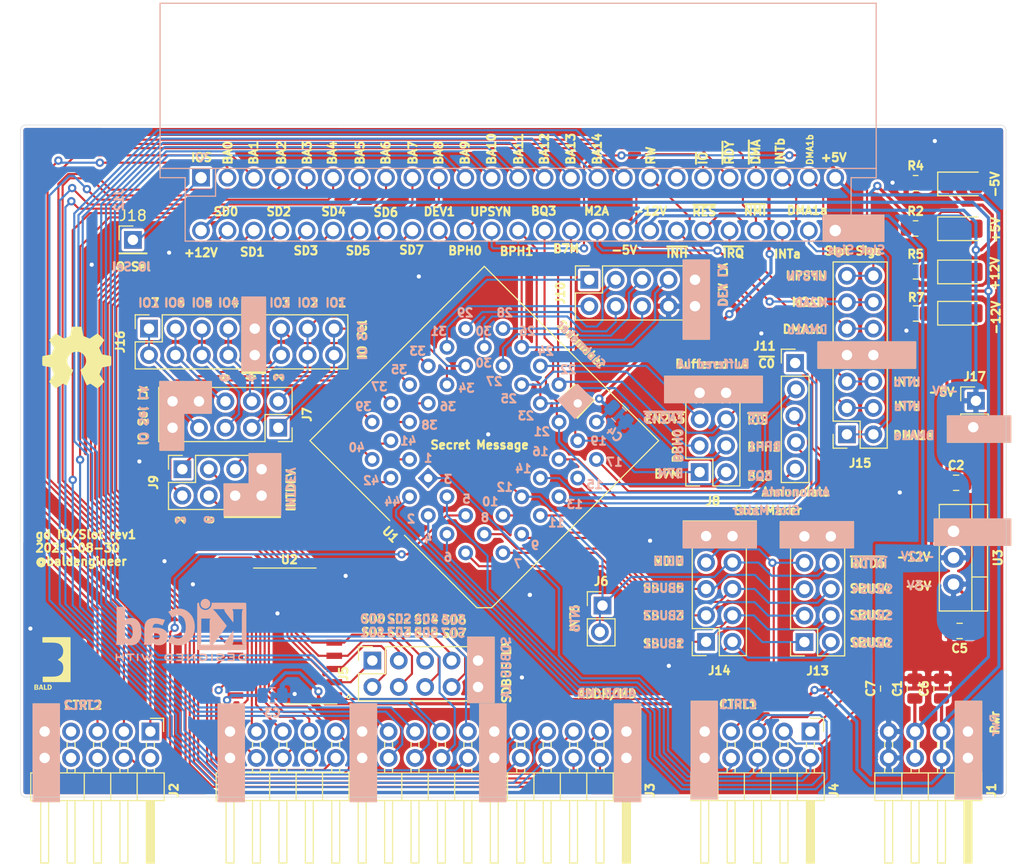
<source format=kicad_pcb>
(kicad_pcb (version 20171130) (host pcbnew "(5.1.10)-1")
  (layers (0 F.Cu signal) (31 B.Cu signal) (34 B.Paste user) (35 F.Paste user) (36 B.SilkS user) (37 F.SilkS user) (38 B.Mask user) (39 F.Mask user) (44 Edge.Cuts user))
  (net 0 "")
  (net 1 GND)
  (net 2 +12V)
  (net 3 -12V)
  (net 4 +5V)
  (net 5 -5V)
  (net 6 "Net-(D2-Pad2)")
  (net 7 "Net-(D4-Pad2)")
  (net 8 "Net-(D5-Pad2)")
  (net 9 "Net-(D7-Pad2)")
  (net 10 "Net-(J2-Pad8)")
  (net 11 "Net-(J2-Pad7)")
  (net 12 "Net-(J2-Pad6)")
  (net 13 /~DMA)
  (net 14 /KSEL0)
  (net 15 /~NMI)
  (net 16 "Net-(J2-Pad2)")
  (net 17 /~RDY)
  (net 18 /MD6)
  (net 19 /MD7)
  (net 20 /MD4)
  (net 21 /MD5)
  (net 22 /MD2)
  (net 23 /MD3)
  (net 24 /MD0)
  (net 25 /MD1)
  (net 26 /BA14)
  (net 27 /BA15)
  (net 28 /BA12)
  (net 29 /BA13)
  (net 30 /BA10)
  (net 31 /BA11)
  (net 32 /BA8)
  (net 33 /BA9)
  (net 34 /BA6)
  (net 35 /BA7)
  (net 36 /BA4)
  (net 37 /BA5)
  (net 38 /BA2)
  (net 39 /BA3)
  (net 40 /BA0)
  (net 41 /BA1)
  (net 42 /PH0)
  (net 43 /~INH)
  (net 44 /Q3)
  (net 45 /RW)
  (net 46 "Net-(J4-Pad4)")
  (net 47 /~RESET)
  (net 48 /7M)
  (net 49 /~IRQ)
  (net 50 /SDBUS7)
  (net 51 /SDBUS6)
  (net 52 /SDBUS5)
  (net 53 /SDBUS4)
  (net 54 /SDBUS3)
  (net 55 /SDBUS2)
  (net 56 /SDBUS1)
  (net 57 /SDBUS0)
  (net 58 /~INTDEV6)
  (net 59 /~IOSEL7)
  (net 60 /~IOSEL6)
  (net 61 /~IOSEL5)
  (net 62 /~IOSEL4)
  (net 63 /~IOSEL3)
  (net 64 /~IOSEL2)
  (net 65 /~IOSEL1)
  (net 66 /~IOSTRB)
  (net 67 /~EN245)
  (net 68 /BPH1)
  (net 69 /BPH0)
  (net 70 /BQ3)
  (net 71 /B7M)
  (net 72 /~INTDEV7)
  (net 73 /~INTDEV5)
  (net 74 /~INTDEV2)
  (net 75 /~INTDEV1)
  (net 76 /~DEV7)
  (net 77 /~DEV6)
  (net 78 /~DEV5)
  (net 79 /~DEV4)
  (net 80 /~DEV3)
  (net 81 /~DEV2)
  (net 82 /~DEV1)
  (net 83 /~C038)
  (net 84 /AN0)
  (net 85 /AN1)
  (net 86 /AN2)
  (net 87 /AN3)
  (net 88 /UPSYNC?)
  (net 89 "/M2BADD_(NC)")
  (net 90 /INTa)
  (net 91 /DMA1a)
  (net 92 /DMA1b)
  (net 93 /INTb)
  (net 94 "Net-(J12-Pad19)")
  (net 95 /~IOSEL)
  (net 96 /MDIN-OUT)
  (net 97 /SBUS4)
  (net 98 /SBUS5)
  (net 99 /SBUS2)
  (net 100 /SBUS3)
  (net 101 /SBUS0)
  (net 102 /SBUS1)
  (net 103 /EN245)
  (module Symbol:KiCad-Logo2_5mm_SilkScreen (layer B.Cu) (at 70.5358 170.6118 180)
    (fp_text reference REF** hide)
    (fp_text value KiCad-Logo2_5mm_SilkScreen hide)
  )
  (module Symbol:OSHW-Symbol_6.7x6mm_SilkScreen (layer F.Cu) (at 60.5028 144.4498)
    (fp_text reference REF** hide)
    (fp_text value OSHW-Symbol_6.7x6mm_SilkScreen hide)
  )
  (module "My Libraries:BE5v2" (layer F.Cu) (at 56.4388 171.3738)
    (fp_text reference svg2mod hide)
    (fp_text value G*** hide)
    (fp_poly (pts (xy 4.71875 4.795261) (xy 4.71875 4.711563) (xy 4.78875 4.711563) (xy 4.83875 4.706413) (xy 4.86625 4.684522) (xy 4.87875 4.645892) (xy 4.86625 4.60855) (xy 4.84 4.587948) (xy 4.78625 4.584085) (xy 4.71875 4.584084) (xy 4.71875 4.711563) (xy 4.71875 4.795261) (xy 4.71875 4.992274) (xy 4.605 4.992274) (xy 4.605 4.493948) (xy 4.8175 4.493948) (xy 4.9125 4.508112) (xy 4.97125 4.559618) (xy 4.995 4.643317) (xy 4.974219 4.720255) (xy 4.91125 4.772083) (xy 5 4.992274) (xy 4.875 4.992274) (xy 4.80125 4.795261) (xy 4.71875 4.795261)) (layer F.Cu) (width 0.095901))
    (fp_poly (pts (xy 4.5375 4.589235) (xy 4.3075 4.589235) (xy 4.3075 4.69096) (xy 4.4875 4.69096) (xy 4.4875 4.78496) (xy 4.30625 4.78496) (xy 4.30625 4.893123) (xy 4.5375 4.893123) (xy 4.5375 4.992274) (xy 4.1925 4.992274) (xy 4.1925 4.493948) (xy 4.5375 4.493948) (xy 4.5375 4.589235)) (layer F.Cu) (width 0.095901))
    (fp_poly (pts (xy 4.12375 4.589235) (xy 3.89375 4.589235) (xy 3.89375 4.69096) (xy 4.075 4.69096) (xy 4.075 4.78496) (xy 3.89375 4.78496) (xy 3.89375 4.893123) (xy 4.12375 4.893123) (xy 4.12375 4.992274) (xy 3.77875 4.992274) (xy 3.77875 4.493948) (xy 4.12375 4.493948) (xy 4.12375 4.589235)) (layer F.Cu) (width 0.095901))
    (fp_poly (pts (xy 3.68125 4.495235) (xy 3.68125 4.993561) (xy 3.585 4.993561) (xy 3.39625 4.657481) (xy 3.397493 4.674221) (xy 3.398737 4.696111) (xy 3.398737 4.994849) (xy 3.309987 4.994849) (xy 3.309987 4.496523) (xy 3.432487 4.496523) (xy 3.597487 4.79011) (xy 3.594987 4.756631) (xy 3.594987 4.496523) (xy 3.681237 4.496523) (xy 3.68125 4.495235)) (layer F.Cu) (width 0.095901))
    (fp_poly (pts (xy 3.21125 4.495235) (xy 3.21125 4.993561) (xy 3.09875 4.993561) (xy 3.09875 4.495235) (xy 3.21125 4.495235)) (layer F.Cu) (width 0.095901))
    (fp_poly (pts (xy 3.01 4.727015) (xy 3.01 4.993561) (xy 2.95875 4.993561) (xy 2.9425 4.935616) (xy 2.81 5) (xy 2.725937 4.982616) (xy 2.6625 4.930466) (xy 2.623125 4.85047) (xy 2.61 4.750193) (xy 2.624062 4.642673) (xy 2.66625 4.558331) (xy 2.732656 4.50441) (xy 2.81875 4.486222) (xy 2.94875 4.532577) (xy 3.00875 4.657481) (xy 2.90125 4.671645) (xy 2.8175 4.581509) (xy 2.7475 4.624002) (xy 2.72375 4.74633) (xy 2.74875 4.863507) (xy 2.82125 4.903425) (xy 2.875 4.882822) (xy 2.89875 4.817151) (xy 2.8075 4.817151) (xy 2.8075 4.724439) (xy 3.01 4.724439) (xy 3.01 4.727015)) (layer F.Cu) (width 0.095901))
    (fp_poly (pts (xy 2.535 4.495235) (xy 2.535 4.993561) (xy 2.43875 4.993561) (xy 2.25 4.656193) (xy 2.251243 4.672933) (xy 2.252487 4.694823) (xy 2.252487 4.993561) (xy 2.163737 4.993561) (xy 2.163737 4.495235) (xy 2.286237 4.495235) (xy 2.451237 4.788823) (xy 2.448737 4.755343) (xy 2.448737 4.495235) (xy 2.535 4.495235)) (layer F.Cu) (width 0.095901))
    (fp_poly (pts (xy 2.095 4.589235) (xy 1.865 4.589235) (xy 1.865 4.69096) (xy 2.04625 4.69096) (xy 2.04625 4.78496) (xy 1.865 4.78496) (xy 1.865 4.893123) (xy 2.095 4.893123) (xy 2.095 4.992274) (xy 1.75 4.992274) (xy 1.75 4.493948) (xy 2.095 4.493948) (xy 2.095 4.589235)) (layer F.Cu) (width 0.095901))
    (fp_poly (pts (xy 1.605 0.844708) (xy 1.343613 1.277644) (xy 1.404531 1.184329) (xy 1.494746 1.121435) (xy 1.605 1.098377) (xy 1.715781 1.121435) (xy 1.805937 1.184329) (xy 1.866562 1.277644) (xy 1.88875 1.391965) (xy 1.866562 1.505541) (xy 1.805937 1.598474) (xy 1.715781 1.661228) (xy 1.605 1.684265) (xy 1.494219 1.661228) (xy 1.404062 1.598474) (xy 1.343437 1.505541) (xy 1.32125 1.391965) (xy 1.343613 1.277644) (xy 1.605 0.844708) (xy 1.466898 0.863546) (xy 1.342685 0.916435) (xy 1.23625 0.99794) (xy 0.26875 0.99794) (xy 0.26875 1.78599) (xy 1.23625 1.78599) (xy 1.34213 1.868067) (xy 1.46662 1.92067) (xy 1.605 1.939222) (xy 1.746348 1.919699) (xy 1.873287 1.864585) (xy 1.980781 1.779069) (xy 2.063796 1.668336) (xy 2.117297 1.537572) (xy 2.13625 1.391965) (xy 2.117297 1.246358) (xy 2.063796 1.115594) (xy 1.980781 1.004861) (xy 1.873287 0.919344) (xy 1.746348 0.864231) (xy 1.605 0.844708)) (layer F.Cu) (width 0.134262))
    (fp_poly (pts (xy 3.415 3.19727) (xy 4.7325 3.19727) (xy 4.7325 3.80891) (xy 3.415 3.80891) (xy 3.415 3.19727)) (layer F.Cu) (width 0.134262))
    (fp_poly (pts (xy 3.415 1.793716) (xy 4.7325 1.793716) (xy 4.7325 2.405357) (xy 3.415 2.405357) (xy 3.415 1.793716)) (layer F.Cu) (width 0.134262))
    (fp_poly (pts (xy 3.415 0.394025) (xy 4.7325 0.394025) (xy 4.7325 1.005666) (xy 3.415 1.005666) (xy 3.415 0.394025)) (layer F.Cu) (width 0.134262))
    (fp_poly (pts (xy 1.605 2.241823) (xy 1.343613 2.674961) (xy 1.404531 2.582088) (xy 1.494746 2.519637) (xy 1.605 2.496781) (xy 1.715781 2.519818) (xy 1.805937 2.582571) (xy 1.866562 2.675505) (xy 1.88875 2.78908) (xy 1.866562 2.903401) (xy 1.805937 2.996716) (xy 1.715781 3.059611) (xy 1.605 3.082668) (xy 1.494219 3.059611) (xy 1.404062 2.996716) (xy 1.343437 2.903401) (xy 1.32125 2.78908) (xy 1.343613 2.674961) (xy 1.605 2.241823) (xy 1.466898 2.260661) (xy 1.342685 2.313551) (xy 1.23625 2.395055) (xy 0.26875 2.395055) (xy 0.26875 3.183106) (xy 1.23625 3.183106) (xy 1.34213 3.265182) (xy 1.46662 3.317786) (xy 1.605 3.336338) (xy 1.746348 3.316814) (xy 1.873287 3.261701) (xy 1.980781 3.176185) (xy 2.063796 3.065451) (xy 2.117297 2.934688) (xy 2.13625 2.78908) (xy 2.117297 2.643473) (xy 2.063796 2.51271) (xy 1.980781 2.401976) (xy 1.873287 2.31646) (xy 1.746348 2.261347) (xy 1.605 2.241823)) (layer F.Cu) (width 0.134262))
  )
  (module Connector_PinSocket_2.54mm:PinSocket_2x08_P2.54mm_Vertical (layer F.Cu) (at 67.4624 141.6558 90)
    (fp_text reference J16 (at -1.27 -2.77 90) (layer F.SilkS) (effects (font (size 0.8 0.8) (thickness 0.2))))
    (fp_text value "IO Selector")
    (pad 16 thru_hole oval (at -2.54 17.78 90) (size 1.7 1.7) (drill 1) (layers *.Cu *.Mask) (net 65 /~IOSEL1))
    (pad 15 thru_hole oval (at 0 17.78 90) (size 1.7 1.7) (drill 1) (layers *.Cu *.Mask) (net 65 /~IOSEL1))
    (pad 14 thru_hole oval (at -2.54 15.24 90) (size 1.7 1.7) (drill 1) (layers *.Cu *.Mask) (net 64 /~IOSEL2))
    (pad 13 thru_hole oval (at 0 15.24 90) (size 1.7 1.7) (drill 1) (layers *.Cu *.Mask) (net 64 /~IOSEL2))
    (pad 12 thru_hole oval (at -2.54 12.7 90) (size 1.7 1.7) (drill 1) (layers *.Cu *.Mask) (net 63 /~IOSEL3))
    (pad 11 thru_hole oval (at 0 12.7 90) (size 1.7 1.7) (drill 1) (layers *.Cu *.Mask) (net 63 /~IOSEL3))
    (pad 10 thru_hole oval (at -2.54 10.16 90) (size 1.7 1.7) (drill 1) (layers *.Cu *.Mask) (net 1 GND))
    (pad 9 thru_hole oval (at 0 10.16 90) (size 1.7 1.7) (drill 1) (layers *.Cu *.Mask) (net 1 GND))
    (pad 8 thru_hole oval (at -2.54 7.62 90) (size 1.7 1.7) (drill 1) (layers *.Cu *.Mask) (net 62 /~IOSEL4))
    (pad 7 thru_hole oval (at 0 7.62 90) (size 1.7 1.7) (drill 1) (layers *.Cu *.Mask) (net 62 /~IOSEL4))
    (pad 6 thru_hole oval (at -2.54 5.08 90) (size 1.7 1.7) (drill 1) (layers *.Cu *.Mask) (net 61 /~IOSEL5))
    (pad 5 thru_hole oval (at 0 5.08 90) (size 1.7 1.7) (drill 1) (layers *.Cu *.Mask) (net 61 /~IOSEL5))
    (pad 4 thru_hole oval (at -2.54 2.54 90) (size 1.7 1.7) (drill 1) (layers *.Cu *.Mask) (net 60 /~IOSEL6))
    (pad 3 thru_hole oval (at 0 2.54 90) (size 1.7 1.7) (drill 1) (layers *.Cu *.Mask) (net 60 /~IOSEL6))
    (pad 2 thru_hole oval (at -2.54 0 90) (size 1.7 1.7) (drill 1) (layers *.Cu *.Mask) (net 59 /~IOSEL7))
    (pad 1 thru_hole rect (at 0 0 90) (size 1.7 1.7) (drill 1) (layers *.Cu *.Mask) (net 59 /~IOSEL7))
  )
  (module Connector_PinHeader_2.54mm:PinHeader_1x01_P2.54mm_Vertical (layer F.Cu) (at 65.913 133.1214)
    (fp_text reference J18 (at 0 -2.33) (layer F.SilkS))
    (fp_text value IOSEL)
    (pad 1 thru_hole rect (at 0 0) (size 1.7 1.7) (drill 1) (layers *.Cu *.Mask) (net 95 /~IOSEL))
  )
  (module Capacitor_SMD:C_0805_2012Metric (layer B.Cu) (at 112.6363 149.9108 315)
    (fp_text reference C4 (at 1.032729 1.661347 135) (layer B.SilkS) (effects (font (size 0.8 0.8) (thickness 0.2)) (justify mirror)))
    (fp_text value 10uF)
    (pad 2 smd roundrect (at 0.95 0 315) (size 1 1.45) (layers B.Cu B.Paste B.Mask) (net 1 GND))
    (pad 1 smd roundrect (at -0.95 0 315) (size 1 1.45) (layers B.Cu B.Paste B.Mask) (net 4 +5V))
  )
  (module Capacitor_SMD:C_0805_2012Metric (layer F.Cu) (at 138.5062 176.2506 90)
    (fp_text reference C7 (at 0 -1.68 90) (layer F.SilkS) (effects (font (size 0.8 0.8) (thickness 0.2))))
    (fp_text value 10u)
    (pad 2 smd roundrect (at 0.95 0 90) (size 1 1.45) (layers F.Cu F.Paste F.Mask) (net 1 GND))
    (pad 1 smd roundrect (at -0.95 0 90) (size 1 1.45) (layers F.Cu F.Paste F.Mask) (net 3 -12V))
  )
  (module Package_LCC:PLCC-44_THT-Socket (layer F.Cu) (at 94.2975 156.0195 135)
    (fp_text reference U1 (at -1.27 -6.4 135) (layer F.SilkS) (effects (font (size 0.8 0.8) (thickness 0.2))))
    (fp_text value Slotmaker)
    (pad 39 thru_hole circle (at 7.62 0 135) (size 1.4224 1.4224) (drill 0.8) (layers *.Cu *.Mask) (net 59 /~IOSEL7))
    (pad 37 thru_hole circle (at 7.62 2.54 135) (size 1.4224 1.4224) (drill 0.8) (layers *.Cu *.Mask) (net 61 /~IOSEL5))
    (pad 35 thru_hole circle (at 7.62 5.08 135) (size 1.4224 1.4224) (drill 0.8) (layers *.Cu *.Mask) (net 63 /~IOSEL3))
    (pad 33 thru_hole circle (at 7.62 7.62 135) (size 1.4224 1.4224) (drill 0.8) (layers *.Cu *.Mask) (net 65 /~IOSEL1))
    (pad 31 thru_hole circle (at 7.62 10.16 135) (size 1.4224 1.4224) (drill 0.8) (layers *.Cu *.Mask) (net 77 /~DEV6))
    (pad 40 thru_hole circle (at 5.08 -2.54 135) (size 1.4224 1.4224) (drill 0.8) (layers *.Cu *.Mask) (net 75 /~INTDEV1))
    (pad 38 thru_hole circle (at 5.08 2.54 135) (size 1.4224 1.4224) (drill 0.8) (layers *.Cu *.Mask) (net 60 /~IOSEL6))
    (pad 36 thru_hole circle (at 5.08 5.08 135) (size 1.4224 1.4224) (drill 0.8) (layers *.Cu *.Mask) (net 62 /~IOSEL4))
    (pad 34 thru_hole circle (at 5.08 7.62 135) (size 1.4224 1.4224) (drill 0.8) (layers *.Cu *.Mask) (net 64 /~IOSEL2))
    (pad 32 thru_hole circle (at 5.08 10.16 135) (size 1.4224 1.4224) (drill 0.8) (layers *.Cu *.Mask) (net 76 /~DEV7))
    (pad 30 thru_hole circle (at 5.08 12.7 135) (size 1.4224 1.4224) (drill 0.8) (layers *.Cu *.Mask) (net 78 /~DEV5))
    (pad 28 thru_hole circle (at 5.08 15.24 135) (size 1.4224 1.4224) (drill 0.8) (layers *.Cu *.Mask) (net 80 /~DEV3))
    (pad 26 thru_hole circle (at 2.54 15.24 135) (size 1.4224 1.4224) (drill 0.8) (layers *.Cu *.Mask) (net 82 /~DEV1))
    (pad 24 thru_hole circle (at 0 15.24 135) (size 1.4224 1.4224) (drill 0.8) (layers *.Cu *.Mask) (net 67 /~EN245))
    (pad 22 thru_hole circle (at -2.54 15.24 135) (size 1.4224 1.4224) (drill 0.8) (layers *.Cu *.Mask) (net 69 /BPH0))
    (pad 20 thru_hole circle (at -5.08 15.24 135) (size 1.4224 1.4224) (drill 0.8) (layers *.Cu *.Mask) (net 1 GND))
    (pad 18 thru_hole circle (at -7.62 15.24 135) (size 1.4224 1.4224) (drill 0.8) (layers *.Cu *.Mask) (net 4 +5V))
    (pad 29 thru_hole circle (at 7.62 12.7 135) (size 1.4224 1.4224) (drill 0.8) (layers *.Cu *.Mask) (net 79 /~DEV4))
    (pad 27 thru_hole circle (at 2.54 12.7 135) (size 1.4224 1.4224) (drill 0.8) (layers *.Cu *.Mask) (net 81 /~DEV2))
    (pad 25 thru_hole circle (at 0 12.7 135) (size 1.4224 1.4224) (drill 0.8) (layers *.Cu *.Mask) (net 66 /~IOSTRB))
    (pad 23 thru_hole circle (at -2.54 12.7 135) (size 1.4224 1.4224) (drill 0.8) (layers *.Cu *.Mask) (net 68 /BPH1))
    (pad 21 thru_hole circle (at -5.08 12.7 135) (size 1.4224 1.4224) (drill 0.8) (layers *.Cu *.Mask) (net 70 /BQ3))
    (pad 19 thru_hole circle (at -7.62 12.7 135) (size 1.4224 1.4224) (drill 0.8) (layers *.Cu *.Mask) (net 71 /B7M))
    (pad 17 thru_hole circle (at -10.16 12.7 135) (size 1.4224 1.4224) (drill 0.8) (layers *.Cu *.Mask) (net 87 /AN3))
    (pad 15 thru_hole circle (at -10.16 10.16 135) (size 1.4224 1.4224) (drill 0.8) (layers *.Cu *.Mask) (net 85 /AN1))
    (pad 13 thru_hole circle (at -10.16 7.62 135) (size 1.4224 1.4224) (drill 0.8) (layers *.Cu *.Mask) (net 83 /~C038))
    (pad 11 thru_hole circle (at -10.16 5.08 135) (size 1.4224 1.4224) (drill 0.8) (layers *.Cu *.Mask) (net 98 /SBUS5))
    (pad 9 thru_hole circle (at -10.16 2.54 135) (size 1.4224 1.4224) (drill 0.8) (layers *.Cu *.Mask) (net 100 /SBUS3))
    (pad 7 thru_hole circle (at -10.16 0 135) (size 1.4224 1.4224) (drill 0.8) (layers *.Cu *.Mask) (net 102 /SBUS1))
    (pad 16 thru_hole circle (at -7.62 10.16 135) (size 1.4224 1.4224) (drill 0.8) (layers *.Cu *.Mask) (net 86 /AN2))
    (pad 14 thru_hole circle (at -7.62 7.62 135) (size 1.4224 1.4224) (drill 0.8) (layers *.Cu *.Mask) (net 84 /AN0))
    (pad 12 thru_hole circle (at -7.62 5.08 135) (size 1.4224 1.4224) (drill 0.8) (layers *.Cu *.Mask) (net 58 /~INTDEV6))
    (pad 10 thru_hole circle (at -7.62 2.54 135) (size 1.4224 1.4224) (drill 0.8) (layers *.Cu *.Mask) (net 97 /SBUS4))
    (pad 8 thru_hole circle (at -7.62 0 135) (size 1.4224 1.4224) (drill 0.8) (layers *.Cu *.Mask) (net 99 /SBUS2))
    (pad 42 thru_hole circle (at 2.54 -2.54 135) (size 1.4224 1.4224) (drill 0.8) (layers *.Cu *.Mask) (net 73 /~INTDEV5))
    (pad 44 thru_hole circle (at 0 -2.54 135) (size 1.4224 1.4224) (drill 0.8) (layers *.Cu *.Mask) (net 45 /RW))
    (pad 6 thru_hole circle (at -7.62 -2.54 135) (size 1.4224 1.4224) (drill 0.8) (layers *.Cu *.Mask) (net 101 /SBUS0))
    (pad 4 thru_hole circle (at -5.08 -2.54 135) (size 1.4224 1.4224) (drill 0.8) (layers *.Cu *.Mask) (net 48 /7M))
    (pad 2 thru_hole circle (at -2.54 -2.54 135) (size 1.4224 1.4224) (drill 0.8) (layers *.Cu *.Mask) (net 47 /~RESET))
    (pad 41 thru_hole circle (at 5.08 0 135) (size 1.4224 1.4224) (drill 0.8) (layers *.Cu *.Mask) (net 74 /~INTDEV2))
    (pad 43 thru_hole circle (at 2.54 0 135) (size 1.4224 1.4224) (drill 0.8) (layers *.Cu *.Mask) (net 72 /~INTDEV7))
    (pad 5 thru_hole circle (at -5.08 0 135) (size 1.4224 1.4224) (drill 0.8) (layers *.Cu *.Mask) (net 14 /KSEL0))
    (pad 3 thru_hole circle (at -2.54 0 135) (size 1.4224 1.4224) (drill 0.8) (layers *.Cu *.Mask) (net 44 /Q3))
    (pad 1 thru_hole rect (at 0 0 135) (size 1.4224 1.4224) (drill 0.8) (layers *.Cu *.Mask) (net 42 /PH0))
  )
  (module Package_TO_SOT_THT:TO-220-3_Vertical (layer F.Cu) (at 144.79016 161.13506 270)
    (fp_text reference U3 (at 2.54 -4.27 90) (layer F.SilkS) (effects (font (size 0.8 0.8) (thickness 0.2))))
    (fp_text value LM7905_TO220)
    (pad 3 thru_hole oval (at 5.08 0 270) (size 1.905 2) (drill 1.1) (layers *.Cu *.Mask) (net 5 -5V))
    (pad 2 thru_hole oval (at 2.54 0 270) (size 1.905 2) (drill 1.1) (layers *.Cu *.Mask) (net 3 -12V))
    (pad 1 thru_hole rect (at 0 0 270) (size 1.905 2) (drill 1.1) (layers *.Cu *.Mask) (net 1 GND))
  )
  (module Package_SO:SO-20_12.8x7.5mm_P1.27mm (layer F.Cu) (at 80.518 171.196 180)
    (fp_text reference U2 (at -0.4318 7.3406) (layer F.SilkS) (effects (font (size 0.8 0.8) (thickness 0.2))))
    (fp_text value "74HCT245-CHECK FOOTPRINT")
    (pad 20 smd rect (at 4.75 -5.715 180) (size 1.5 0.6) (layers F.Cu F.Paste F.Mask) (net 4 +5V))
    (pad 19 smd rect (at 4.75 -4.445 180) (size 1.5 0.6) (layers F.Cu F.Paste F.Mask) (net 103 /EN245))
    (pad 18 smd rect (at 4.75 -3.175 180) (size 1.5 0.6) (layers F.Cu F.Paste F.Mask) (net 24 /MD0))
    (pad 17 smd rect (at 4.75 -1.905 180) (size 1.5 0.6) (layers F.Cu F.Paste F.Mask) (net 25 /MD1))
    (pad 16 smd rect (at 4.75 -0.635 180) (size 1.5 0.6) (layers F.Cu F.Paste F.Mask) (net 22 /MD2))
    (pad 15 smd rect (at 4.75 0.635 180) (size 1.5 0.6) (layers F.Cu F.Paste F.Mask) (net 23 /MD3))
    (pad 14 smd rect (at 4.75 1.905 180) (size 1.5 0.6) (layers F.Cu F.Paste F.Mask) (net 20 /MD4))
    (pad 13 smd rect (at 4.75 3.175 180) (size 1.5 0.6) (layers F.Cu F.Paste F.Mask) (net 21 /MD5))
    (pad 12 smd rect (at 4.75 4.445 180) (size 1.5 0.6) (layers F.Cu F.Paste F.Mask) (net 18 /MD6))
    (pad 11 smd rect (at 4.75 5.715 180) (size 1.5 0.6) (layers F.Cu F.Paste F.Mask) (net 19 /MD7))
    (pad 10 smd rect (at -4.75 5.715 180) (size 1.5 0.6) (layers F.Cu F.Paste F.Mask) (net 1 GND))
    (pad 9 smd rect (at -4.75 4.445 180) (size 1.5 0.6) (layers F.Cu F.Paste F.Mask) (net 50 /SDBUS7))
    (pad 8 smd rect (at -4.75 3.175 180) (size 1.5 0.6) (layers F.Cu F.Paste F.Mask) (net 51 /SDBUS6))
    (pad 7 smd rect (at -4.75 1.905 180) (size 1.5 0.6) (layers F.Cu F.Paste F.Mask) (net 52 /SDBUS5))
    (pad 1 smd rect (at -4.75 -5.715 180) (size 1.5 0.6) (layers F.Cu F.Paste F.Mask) (net 96 /MDIN-OUT))
    (pad 2 smd rect (at -4.75 -4.445 180) (size 1.5 0.6) (layers F.Cu F.Paste F.Mask) (net 57 /SDBUS0))
    (pad 3 smd rect (at -4.75 -3.175 180) (size 1.5 0.6) (layers F.Cu F.Paste F.Mask) (net 56 /SDBUS1))
    (pad 4 smd rect (at -4.75 -1.905 180) (size 1.5 0.6) (layers F.Cu F.Paste F.Mask) (net 55 /SDBUS2))
    (pad 5 smd rect (at -4.75 -0.635 180) (size 1.5 0.6) (layers F.Cu F.Paste F.Mask) (net 54 /SDBUS3))
    (pad 6 smd rect (at -4.75 0.635 180) (size 1.5 0.6) (layers F.Cu F.Paste F.Mask) (net 53 /SDBUS4))
  )
  (module Resistor_SMD:R_0805_2012Metric (layer F.Cu) (at 141.14272 140.19784 180)
    (fp_text reference R7 (at -0.05588 1.53924) (layer F.SilkS) (effects (font (size 0.8 0.8) (thickness 0.2))))
    (fp_text value 1K)
    (pad 2 smd roundrect (at 0.9125 0 180) (size 1.025 1.4) (layers F.Cu F.Paste F.Mask) (roundrect_rratio 0.243902) (net 1 GND))
    (pad 1 smd roundrect (at -0.9125 0 180) (size 1.025 1.4) (layers F.Cu F.Paste F.Mask) (roundrect_rratio 0.243902) (net 9 "Net-(D7-Pad2)"))
  )
  (module Resistor_SMD:R_0805_2012Metric (layer F.Cu) (at 141.14272 136.15162)
    (fp_text reference R5 (at 0 -1.65) (layer F.SilkS) (effects (font (size 0.8 0.8) (thickness 0.2))))
    (fp_text value 1K)
    (pad 2 smd roundrect (at 0.9125 0) (size 1.025 1.4) (layers F.Cu F.Paste F.Mask) (roundrect_rratio 0.243902) (net 8 "Net-(D5-Pad2)"))
    (pad 1 smd roundrect (at -0.9125 0) (size 1.025 1.4) (layers F.Cu F.Paste F.Mask) (roundrect_rratio 0.243902) (net 2 +12V))
  )
  (module Resistor_SMD:R_0805_2012Metric (layer F.Cu) (at 141.14272 127.6731 180)
    (fp_text reference R4 (at 0 1.6637) (layer F.SilkS) (effects (font (size 0.8 0.8) (thickness 0.2))))
    (fp_text value 1K)
    (pad 2 smd roundrect (at 0.9125 0 180) (size 1.025 1.4) (layers F.Cu F.Paste F.Mask) (roundrect_rratio 0.243902) (net 1 GND))
    (pad 1 smd roundrect (at -0.9125 0 180) (size 1.025 1.4) (layers F.Cu F.Paste F.Mask) (roundrect_rratio 0.243902) (net 7 "Net-(D4-Pad2)"))
  )
  (module Resistor_SMD:R_0805_2012Metric (layer F.Cu) (at 141.14272 132.02666)
    (fp_text reference R2 (at 0 -1.65) (layer F.SilkS) (effects (font (size 0.8 0.8) (thickness 0.2))))
    (fp_text value 1K)
    (pad 2 smd roundrect (at 0.9125 0) (size 1.025 1.4) (layers F.Cu F.Paste F.Mask) (roundrect_rratio 0.243902) (net 6 "Net-(D2-Pad2)"))
    (pad 1 smd roundrect (at -0.9125 0) (size 1.025 1.4) (layers F.Cu F.Paste F.Mask) (roundrect_rratio 0.243902) (net 4 +5V))
  )
  (module "My Libraries:PinHeader_1x02_P2.54mm_Vertical-LOCK" (layer F.Cu) (at 146.812 148.59)
    (fp_text reference J17 (at 0 -2.33) (layer F.SilkS) (effects (font (size 0.8 0.8) (thickness 0.2))))
    (fp_text value -5V)
    (pad 1 thru_hole rect (at 0.127 0) (size 1.7 1.7) (drill 1) (layers *.Cu *.Mask) (net 5 -5V))
    (pad 2 thru_hole oval (at -0.127 2.54) (size 1.7 1.7) (drill 1) (layers *.Cu *.Mask) (net 1 GND))
  )
  (module Connector_PinSocket_2.54mm:PinSocket_2x07_P2.54mm_Vertical (layer F.Cu) (at 134.5438 151.8158 180)
    (fp_text reference J15 (at -1.27 -2.77) (layer F.SilkS) (effects (font (size 0.8 0.8) (thickness 0.2))))
    (fp_text value "Slot-Only Sigs")
    (pad 14 thru_hole oval (at -2.54 15.24 180) (size 1.7 1.7) (drill 1) (layers *.Cu *.Mask) (net 88 /UPSYNC?))
    (pad 13 thru_hole oval (at 0 15.24 180) (size 1.7 1.7) (drill 1) (layers *.Cu *.Mask) (net 88 /UPSYNC?))
    (pad 12 thru_hole oval (at -2.54 12.7 180) (size 1.7 1.7) (drill 1) (layers *.Cu *.Mask) (net 89 "/M2BADD_(NC)"))
    (pad 11 thru_hole oval (at 0 12.7 180) (size 1.7 1.7) (drill 1) (layers *.Cu *.Mask) (net 89 "/M2BADD_(NC)"))
    (pad 10 thru_hole oval (at -2.54 10.16 180) (size 1.7 1.7) (drill 1) (layers *.Cu *.Mask) (net 92 /DMA1b))
    (pad 9 thru_hole oval (at 0 10.16 180) (size 1.7 1.7) (drill 1) (layers *.Cu *.Mask) (net 92 /DMA1b))
    (pad 8 thru_hole oval (at -2.54 7.62 180) (size 1.7 1.7) (drill 1) (layers *.Cu *.Mask) (net 1 GND))
    (pad 7 thru_hole oval (at 0 7.62 180) (size 1.7 1.7) (drill 1) (layers *.Cu *.Mask) (net 1 GND))
    (pad 6 thru_hole oval (at -2.54 5.08 180) (size 1.7 1.7) (drill 1) (layers *.Cu *.Mask) (net 93 /INTb))
    (pad 5 thru_hole oval (at 0 5.08 180) (size 1.7 1.7) (drill 1) (layers *.Cu *.Mask) (net 93 /INTb))
    (pad 4 thru_hole oval (at -2.54 2.54 180) (size 1.7 1.7) (drill 1) (layers *.Cu *.Mask) (net 90 /INTa))
    (pad 3 thru_hole oval (at 0 2.54 180) (size 1.7 1.7) (drill 1) (layers *.Cu *.Mask) (net 90 /INTa))
    (pad 2 thru_hole oval (at -2.54 0 180) (size 1.7 1.7) (drill 1) (layers *.Cu *.Mask) (net 91 /DMA1a))
    (pad 1 thru_hole rect (at 0 0 180) (size 1.7 1.7) (drill 1) (layers *.Cu *.Mask) (net 91 /DMA1a))
  )
  (module Connector_PinSocket_2.54mm:PinSocket_2x05_P2.54mm_Vertical (layer F.Cu) (at 121.0056 171.7548 180)
    (fp_text reference J14 (at -1.27 -2.77) (layer F.SilkS) (effects (font (size 0.8 0.8) (thickness 0.2))))
    (fp_text value "Slot Maker LA")
    (pad 10 thru_hole oval (at -2.54 10.16 180) (size 1.7 1.7) (drill 1) (layers *.Cu *.Mask) (net 1 GND))
    (pad 9 thru_hole oval (at 0 10.16 180) (size 1.7 1.7) (drill 1) (layers *.Cu *.Mask) (net 1 GND))
    (pad 8 thru_hole oval (at -2.54 7.62 180) (size 1.7 1.7) (drill 1) (layers *.Cu *.Mask) (net 58 /~INTDEV6))
    (pad 7 thru_hole oval (at 0 7.62 180) (size 1.7 1.7) (drill 1) (layers *.Cu *.Mask) (net 96 /MDIN-OUT))
    (pad 6 thru_hole oval (at -2.54 5.08 180) (size 1.7 1.7) (drill 1) (layers *.Cu *.Mask) (net 97 /SBUS4))
    (pad 5 thru_hole oval (at 0 5.08 180) (size 1.7 1.7) (drill 1) (layers *.Cu *.Mask) (net 98 /SBUS5))
    (pad 4 thru_hole oval (at -2.54 2.54 180) (size 1.7 1.7) (drill 1) (layers *.Cu *.Mask) (net 99 /SBUS2))
    (pad 3 thru_hole oval (at 0 2.54 180) (size 1.7 1.7) (drill 1) (layers *.Cu *.Mask) (net 100 /SBUS3))
    (pad 2 thru_hole oval (at -2.54 0 180) (size 1.7 1.7) (drill 1) (layers *.Cu *.Mask) (net 101 /SBUS0))
    (pad 1 thru_hole rect (at 0 0 180) (size 1.7 1.7) (drill 1) (layers *.Cu *.Mask) (net 102 /SBUS1))
  )
  (module Connector_PinSocket_2.54mm:PinSocket_2x05_P2.54mm_Vertical (layer F.Cu) (at 130.4544 171.7802 180)
    (fp_text reference J13 (at -1.27 -2.77) (layer F.SilkS) (effects (font (size 0.8 0.8) (thickness 0.2))))
    (fp_text value "Slot Maker")
    (pad 10 thru_hole oval (at -2.54 10.16 180) (size 1.7 1.7) (drill 1) (layers *.Cu *.Mask) (net 1 GND))
    (pad 9 thru_hole oval (at 0 10.16 180) (size 1.7 1.7) (drill 1) (layers *.Cu *.Mask) (net 1 GND))
    (pad 8 thru_hole oval (at -2.54 7.62 180) (size 1.7 1.7) (drill 1) (layers *.Cu *.Mask) (net 58 /~INTDEV6))
    (pad 7 thru_hole oval (at 0 7.62 180) (size 1.7 1.7) (drill 1) (layers *.Cu *.Mask) (net 96 /MDIN-OUT))
    (pad 6 thru_hole oval (at -2.54 5.08 180) (size 1.7 1.7) (drill 1) (layers *.Cu *.Mask) (net 97 /SBUS4))
    (pad 5 thru_hole oval (at 0 5.08 180) (size 1.7 1.7) (drill 1) (layers *.Cu *.Mask) (net 98 /SBUS5))
    (pad 4 thru_hole oval (at -2.54 2.54 180) (size 1.7 1.7) (drill 1) (layers *.Cu *.Mask) (net 99 /SBUS2))
    (pad 3 thru_hole oval (at 0 2.54 180) (size 1.7 1.7) (drill 1) (layers *.Cu *.Mask) (net 100 /SBUS3))
    (pad 2 thru_hole oval (at -2.54 0 180) (size 1.7 1.7) (drill 1) (layers *.Cu *.Mask) (net 101 /SBUS0))
    (pad 1 thru_hole rect (at 0 0 180) (size 1.7 1.7) (drill 1) (layers *.Cu *.Mask) (net 102 /SBUS1))
  )
  (module "My Libraries:Amp_2358256-4_50pos_right_angle_card" (layer B.Cu) (at 69.66458 130.19278 270)
    (fp_text reference J12 (at -0.889 5.08 270) (layer B.SilkS) (effects (font (size 0.8 0.8) (thickness 0.2)) (justify mirror)))
    (fp_text value Apple_II_Slot)
    (pad 50 thru_hole circle (at 2.032 -2.794 270) (size 1.7 1.7) (drill 1.1) (layers *.Cu *.Mask) (net 2 +12V))
    (pad 49 thru_hole circle (at 2.032 -5.334 270) (size 1.7 1.7) (drill 1.1) (layers *.Cu *.Mask) (net 57 /SDBUS0))
    (pad 48 thru_hole circle (at 2.032 -7.874 270) (size 1.7 1.7) (drill 1.1) (layers *.Cu *.Mask) (net 56 /SDBUS1))
    (pad 47 thru_hole circle (at 2.032 -10.414 270) (size 1.7 1.7) (drill 1.1) (layers *.Cu *.Mask) (net 55 /SDBUS2))
    (pad 46 thru_hole circle (at 2.032 -12.954 270) (size 1.7 1.7) (drill 1.1) (layers *.Cu *.Mask) (net 54 /SDBUS3))
    (pad 45 thru_hole circle (at 2.032 -15.494 270) (size 1.7 1.7) (drill 1.1) (layers *.Cu *.Mask) (net 53 /SDBUS4))
    (pad 44 thru_hole circle (at 2.032 -18.034 270) (size 1.7 1.7) (drill 1.1) (layers *.Cu *.Mask) (net 52 /SDBUS5))
    (pad 43 thru_hole circle (at 2.032 -20.574 270) (size 1.7 1.7) (drill 1.1) (layers *.Cu *.Mask) (net 51 /SDBUS6))
    (pad 42 thru_hole circle (at 2.032 -23.114 270) (size 1.7 1.7) (drill 1.1) (layers *.Cu *.Mask) (net 50 /SDBUS7))
    (pad 41 thru_hole circle (at 2.032 -25.654 270) (size 1.7 1.7) (drill 1.1) (layers *.Cu *.Mask) (net 82 /~DEV1))
    (pad 40 thru_hole circle (at 2.032 -28.194 270) (size 1.7 1.7) (drill 1.1) (layers *.Cu *.Mask) (net 69 /BPH0))
    (pad 39 thru_hole circle (at 2.032 -30.734 270) (size 1.7 1.7) (drill 1.1) (layers *.Cu *.Mask) (net 88 /UPSYNC?))
    (pad 38 thru_hole circle (at 2.032 -33.274 270) (size 1.7 1.7) (drill 1.1) (layers *.Cu *.Mask) (net 68 /BPH1))
    (pad 37 thru_hole circle (at 2.032 -35.814 270) (size 1.7 1.7) (drill 1.1) (layers *.Cu *.Mask) (net 70 /BQ3))
    (pad 36 thru_hole circle (at 2.032 -38.354 270) (size 1.7 1.7) (drill 1.1) (layers *.Cu *.Mask) (net 71 /B7M))
    (pad 35 thru_hole circle (at 2.032 -40.894 270) (size 1.7 1.7) (drill 1.1) (layers *.Cu *.Mask) (net 89 "/M2BADD_(NC)"))
    (pad 34 thru_hole circle (at 2.032 -43.434 270) (size 1.7 1.7) (drill 1.1) (layers *.Cu *.Mask) (net 5 -5V))
    (pad 33 thru_hole circle (at 2.032 -45.974 270) (size 1.7 1.7) (drill 1.1) (layers *.Cu *.Mask) (net 3 -12V))
    (pad 32 thru_hole circle (at 2.032 -48.514 270) (size 1.7 1.7) (drill 1.1) (layers *.Cu *.Mask) (net 43 /~INH))
    (pad 31 thru_hole circle (at 2.032 -51.054 270) (size 1.7 1.7) (drill 1.1) (layers *.Cu *.Mask) (net 47 /~RESET))
    (pad 30 thru_hole circle (at 2.032 -53.594 270) (size 1.7 1.7) (drill 1.1) (layers *.Cu *.Mask) (net 49 /~IRQ))
    (pad 29 thru_hole circle (at 2.032 -56.134 270) (size 1.7 1.7) (drill 1.1) (layers *.Cu *.Mask) (net 15 /~NMI))
    (pad 28 thru_hole circle (at 2.032 -58.674 270) (size 1.7 1.7) (drill 1.1) (layers *.Cu *.Mask) (net 90 /INTa))
    (pad 27 thru_hole circle (at 2.032 -61.214 270) (size 1.7 1.7) (drill 1.1) (layers *.Cu *.Mask) (net 91 /DMA1a))
    (pad 26 thru_hole circle (at 2.032 -63.754 270) (size 1.7 1.7) (drill 1.1) (layers *.Cu *.Mask) (net 1 GND))
    (pad 25 thru_hole circle (at -3.048 -63.754 270) (size 1.7 1.7) (drill 1.1) (layers *.Cu *.Mask) (net 4 +5V))
    (pad 24 thru_hole circle (at -3.048 -61.214 270) (size 1.7 1.7) (drill 1.1) (layers *.Cu *.Mask) (net 92 /DMA1b))
    (pad 23 thru_hole circle (at -3.048 -58.674 270) (size 1.7 1.7) (drill 1.1) (layers *.Cu *.Mask) (net 93 /INTb))
    (pad 22 thru_hole circle (at -3.048 -56.134 270) (size 1.7 1.7) (drill 1.1) (layers *.Cu *.Mask) (net 13 /~DMA))
    (pad 21 thru_hole circle (at -3.048 -53.594 270) (size 1.7 1.7) (drill 1.1) (layers *.Cu *.Mask) (net 17 /~RDY))
    (pad 20 thru_hole circle (at -3.048 -51.054 270) (size 1.7 1.7) (drill 1.1) (layers *.Cu *.Mask) (net 66 /~IOSTRB))
    (pad 19 thru_hole circle (at -3.048 -48.514 270) (size 1.7 1.7) (drill 1.1) (layers *.Cu *.Mask) (net 94 "Net-(J12-Pad19)"))
    (pad 18 thru_hole circle (at -3.048 -45.974 270) (size 1.7 1.7) (drill 1.1) (layers *.Cu *.Mask) (net 45 /RW))
    (pad 17 thru_hole circle (at -3.048 -43.434 270) (size 1.7 1.7) (drill 1.1) (layers *.Cu *.Mask) (net 27 /BA15))
    (pad 16 thru_hole circle (at -3.048 -40.894 270) (size 1.7 1.7) (drill 1.1) (layers *.Cu *.Mask) (net 26 /BA14))
    (pad 15 thru_hole circle (at -3.048 -38.354 270) (size 1.7 1.7) (drill 1.1) (layers *.Cu *.Mask) (net 29 /BA13))
    (pad 14 thru_hole circle (at -3.048 -35.814 270) (size 1.7 1.7) (drill 1.1) (layers *.Cu *.Mask) (net 28 /BA12))
    (pad 13 thru_hole circle (at -3.048 -33.274 270) (size 1.7 1.7) (drill 1.1) (layers *.Cu *.Mask) (net 31 /BA11))
    (pad 12 thru_hole circle (at -3.048 -30.734 270) (size 1.7 1.7) (drill 1.1) (layers *.Cu *.Mask) (net 30 /BA10))
    (pad 11 thru_hole circle (at -3.048 -28.194 270) (size 1.7 1.7) (drill 1.1) (layers *.Cu *.Mask) (net 33 /BA9))
    (pad 10 thru_hole circle (at -3.048 -25.654 270) (size 1.7 1.7) (drill 1.1) (layers *.Cu *.Mask) (net 32 /BA8))
    (pad 9 thru_hole circle (at -3.048 -23.114 270) (size 1.7 1.7) (drill 1.1) (layers *.Cu *.Mask) (net 35 /BA7))
    (pad 8 thru_hole circle (at -3.048 -20.574 270) (size 1.7 1.7) (drill 1.1) (layers *.Cu *.Mask) (net 34 /BA6))
    (pad 7 thru_hole circle (at -3.048 -18.034 270) (size 1.7 1.7) (drill 1.1) (layers *.Cu *.Mask) (net 37 /BA5))
    (pad 6 thru_hole circle (at -3.048 -15.494 270) (size 1.7 1.7) (drill 1.1) (layers *.Cu *.Mask) (net 36 /BA4))
    (pad 5 thru_hole circle (at -3.048 -12.954 270) (size 1.7 1.7) (drill 1.1) (layers *.Cu *.Mask) (net 39 /BA3))
    (pad 4 thru_hole circle (at -3.048 -10.414 270) (size 1.7 1.7) (drill 1.1) (layers *.Cu *.Mask) (net 38 /BA2))
    (pad 3 thru_hole circle (at -3.048 -7.874 270) (size 1.7 1.7) (drill 1.1) (layers *.Cu *.Mask) (net 41 /BA1))
    (pad 2 thru_hole circle (at -3.048 -5.334 270) (size 1.7 1.7) (drill 1.1) (layers *.Cu *.Mask) (net 40 /BA0))
    (pad 1 thru_hole rect (at -3.048 -2.794 270) (size 1.7 1.7) (drill 1.1) (layers *.Cu *.Mask) (net 95 /~IOSEL))
  )
  (module "My Libraries:PinHeader_1x05_P2.54mm_Vertical-LOCK" (layer F.Cu) (at 129.5654 144.9578)
    (fp_text reference J11 (at -2.9464 -1.6256) (layer F.SilkS) (effects (font (size 0.8 0.8) (thickness 0.2))))
    (fp_text value Annunciate)
    (pad 1 thru_hole rect (at 0 0) (size 1.7 1.7) (drill 1) (layers *.Cu *.Mask) (net 83 /~C038))
    (pad 2 thru_hole oval (at 0.0762 2.54) (size 1.7 1.7) (drill 1) (layers *.Cu *.Mask) (net 84 /AN0))
    (pad 3 thru_hole oval (at -0.0762 5.08) (size 1.7 1.7) (drill 1) (layers *.Cu *.Mask) (net 85 /AN1))
    (pad 4 thru_hole oval (at 0.0762 7.62) (size 1.7 1.7) (drill 1) (layers *.Cu *.Mask) (net 86 /AN2))
    (pad 5 thru_hole oval (at 0 10.16) (size 1.7 1.7) (drill 1) (layers *.Cu *.Mask) (net 87 /AN3))
  )
  (module Connector_PinSocket_2.54mm:PinSocket_2x05_P2.54mm_Vertical (layer F.Cu) (at 109.7788 136.9568 90)
    (fp_text reference J10 (at -1.27 -2.77 90) (layer F.SilkS) (effects (font (size 0.8 0.8) (thickness 0.2))))
    (fp_text value "DEV LA")
    (pad 10 thru_hole oval (at -2.54 10.16 90) (size 1.7 1.7) (drill 1) (layers *.Cu *.Mask) (net 1 GND))
    (pad 9 thru_hole oval (at 0 10.16 90) (size 1.7 1.7) (drill 1) (layers *.Cu *.Mask) (net 1 GND))
    (pad 8 thru_hole oval (at -2.54 7.62 90) (size 1.7 1.7) (drill 1) (layers *.Cu *.Mask) (net 1 GND))
    (pad 7 thru_hole oval (at 0 7.62 90) (size 1.7 1.7) (drill 1) (layers *.Cu *.Mask) (net 82 /~DEV1))
    (pad 6 thru_hole oval (at -2.54 5.08 90) (size 1.7 1.7) (drill 1) (layers *.Cu *.Mask) (net 81 /~DEV2))
    (pad 5 thru_hole oval (at 0 5.08 90) (size 1.7 1.7) (drill 1) (layers *.Cu *.Mask) (net 80 /~DEV3))
    (pad 4 thru_hole oval (at -2.54 2.54 90) (size 1.7 1.7) (drill 1) (layers *.Cu *.Mask) (net 78 /~DEV5))
    (pad 3 thru_hole oval (at 0 2.54 90) (size 1.7 1.7) (drill 1) (layers *.Cu *.Mask) (net 79 /~DEV4))
    (pad 2 thru_hole oval (at -2.54 0 90) (size 1.7 1.7) (drill 1) (layers *.Cu *.Mask) (net 77 /~DEV6))
    (pad 1 thru_hole rect (at 0 0 90) (size 1.7 1.7) (drill 1) (layers *.Cu *.Mask) (net 76 /~DEV7))
  )
  (module Connector_PinSocket_2.54mm:PinSocket_2x04_P2.54mm_Vertical (layer F.Cu) (at 70.6628 155.1686 90)
    (fp_text reference J9 (at -1.27 -2.77 90) (layer F.SilkS) (effects (font (size 0.8 0.8) (thickness 0.2))))
    (fp_text value "Buffered LA")
    (pad 8 thru_hole oval (at -2.54 7.62 90) (size 1.7 1.7) (drill 1) (layers *.Cu *.Mask) (net 1 GND))
    (pad 7 thru_hole oval (at 0 7.62 90) (size 1.7 1.7) (drill 1) (layers *.Cu *.Mask) (net 1 GND))
    (pad 6 thru_hole oval (at -2.54 5.08 90) (size 1.7 1.7) (drill 1) (layers *.Cu *.Mask) (net 1 GND))
    (pad 5 thru_hole oval (at 0 5.08 90) (size 1.7 1.7) (drill 1) (layers *.Cu *.Mask) (net 72 /~INTDEV7))
    (pad 4 thru_hole oval (at -2.54 2.54 90) (size 1.7 1.7) (drill 1) (layers *.Cu *.Mask) (net 58 /~INTDEV6))
    (pad 3 thru_hole oval (at 0 2.54 90) (size 1.7 1.7) (drill 1) (layers *.Cu *.Mask) (net 73 /~INTDEV5))
    (pad 2 thru_hole oval (at -2.54 0 90) (size 1.7 1.7) (drill 1) (layers *.Cu *.Mask) (net 74 /~INTDEV2))
    (pad 1 thru_hole rect (at 0 0 90) (size 1.7 1.7) (drill 1) (layers *.Cu *.Mask) (net 75 /~INTDEV1))
  )
  (module Connector_PinSocket_2.54mm:PinSocket_2x04_P2.54mm_Vertical (layer F.Cu) (at 120.387746 155.44388 180)
    (fp_text reference J8 (at -1.27 -2.77) (layer F.SilkS) (effects (font (size 0.8 0.8) (thickness 0.2))))
    (fp_text value "Buffered LA")
    (pad 8 thru_hole oval (at -2.54 7.62 180) (size 1.7 1.7) (drill 1) (layers *.Cu *.Mask) (net 1 GND))
    (pad 7 thru_hole oval (at 0 7.62 180) (size 1.7 1.7) (drill 1) (layers *.Cu *.Mask) (net 1 GND))
    (pad 6 thru_hole oval (at -2.54 5.08 180) (size 1.7 1.7) (drill 1) (layers *.Cu *.Mask) (net 66 /~IOSTRB))
    (pad 5 thru_hole oval (at 0 5.08 180) (size 1.7 1.7) (drill 1) (layers *.Cu *.Mask) (net 67 /~EN245))
    (pad 4 thru_hole oval (at -2.54 2.54 180) (size 1.7 1.7) (drill 1) (layers *.Cu *.Mask) (net 68 /BPH1))
    (pad 3 thru_hole oval (at 0 2.54 180) (size 1.7 1.7) (drill 1) (layers *.Cu *.Mask) (net 69 /BPH0))
    (pad 2 thru_hole oval (at -2.54 0 180) (size 1.7 1.7) (drill 1) (layers *.Cu *.Mask) (net 70 /BQ3))
    (pad 1 thru_hole rect (at 0 0 180) (size 1.7 1.7) (drill 1) (layers *.Cu *.Mask) (net 71 /B7M))
  )
  (module Connector_PinSocket_2.54mm:PinSocket_2x05_P2.54mm_Vertical (layer F.Cu) (at 79.883 151.1808 270)
    (fp_text reference J7 (at -1.27 -2.77 90) (layer F.SilkS) (effects (font (size 0.8 0.8) (thickness 0.2))))
    (fp_text value "IOSEL LA")
    (pad 10 thru_hole oval (at -2.54 10.16 270) (size 1.7 1.7) (drill 1) (layers *.Cu *.Mask) (net 1 GND))
    (pad 9 thru_hole oval (at 0 10.16 270) (size 1.7 1.7) (drill 1) (layers *.Cu *.Mask) (net 1 GND))
    (pad 8 thru_hole oval (at -2.54 7.62 270) (size 1.7 1.7) (drill 1) (layers *.Cu *.Mask) (net 1 GND))
    (pad 7 thru_hole oval (at 0 7.62 270) (size 1.7 1.7) (drill 1) (layers *.Cu *.Mask) (net 59 /~IOSEL7))
    (pad 6 thru_hole oval (at -2.54 5.08 270) (size 1.7 1.7) (drill 1) (layers *.Cu *.Mask) (net 60 /~IOSEL6))
    (pad 5 thru_hole oval (at 0 5.08 270) (size 1.7 1.7) (drill 1) (layers *.Cu *.Mask) (net 61 /~IOSEL5))
    (pad 4 thru_hole oval (at -2.54 2.54 270) (size 1.7 1.7) (drill 1) (layers *.Cu *.Mask) (net 62 /~IOSEL4))
    (pad 3 thru_hole oval (at 0 2.54 270) (size 1.7 1.7) (drill 1) (layers *.Cu *.Mask) (net 63 /~IOSEL3))
    (pad 2 thru_hole oval (at -2.54 0 270) (size 1.7 1.7) (drill 1) (layers *.Cu *.Mask) (net 64 /~IOSEL2))
    (pad 1 thru_hole rect (at 0 0 270) (size 1.7 1.7) (drill 1) (layers *.Cu *.Mask) (net 65 /~IOSEL1))
  )
  (module "My Libraries:PinHeader_1x02_P2.54mm_Vertical-LOCK" (layer F.Cu) (at 110.9218 168.275)
    (fp_text reference J6 (at 0 -2.33) (layer F.SilkS) (effects (font (size 0.8 0.8) (thickness 0.2))))
    (fp_text value INT6)
    (pad 1 thru_hole rect (at 0.127 0) (size 1.7 1.7) (drill 1) (layers *.Cu *.Mask) (net 58 /~INTDEV6))
    (pad 2 thru_hole oval (at -0.127 2.54) (size 1.7 1.7) (drill 1) (layers *.Cu *.Mask) (net 58 /~INTDEV6))
  )
  (module Connector_PinSocket_2.54mm:PinSocket_2x05_P2.54mm_Vertical (layer F.Cu) (at 88.9254 173.5582 90)
    (fp_text reference J5 (at -1.27 -2.77 90) (layer F.SilkS) (effects (font (size 0.8 0.8) (thickness 0.2))))
    (fp_text value "SData LA")
    (pad 10 thru_hole oval (at -2.54 10.16 90) (size 1.7 1.7) (drill 1) (layers *.Cu *.Mask) (net 1 GND))
    (pad 9 thru_hole oval (at 0 10.16 90) (size 1.7 1.7) (drill 1) (layers *.Cu *.Mask) (net 1 GND))
    (pad 8 thru_hole oval (at -2.54 7.62 90) (size 1.7 1.7) (drill 1) (layers *.Cu *.Mask) (net 50 /SDBUS7))
    (pad 7 thru_hole oval (at 0 7.62 90) (size 1.7 1.7) (drill 1) (layers *.Cu *.Mask) (net 51 /SDBUS6))
    (pad 6 thru_hole oval (at -2.54 5.08 90) (size 1.7 1.7) (drill 1) (layers *.Cu *.Mask) (net 52 /SDBUS5))
    (pad 5 thru_hole oval (at 0 5.08 90) (size 1.7 1.7) (drill 1) (layers *.Cu *.Mask) (net 53 /SDBUS4))
    (pad 4 thru_hole oval (at -2.54 2.54 90) (size 1.7 1.7) (drill 1) (layers *.Cu *.Mask) (net 54 /SDBUS3))
    (pad 3 thru_hole oval (at 0 2.54 90) (size 1.7 1.7) (drill 1) (layers *.Cu *.Mask) (net 55 /SDBUS2))
    (pad 2 thru_hole oval (at -2.54 0 90) (size 1.7 1.7) (drill 1) (layers *.Cu *.Mask) (net 56 /SDBUS1))
    (pad 1 thru_hole rect (at 0 0 90) (size 1.7 1.7) (drill 1) (layers *.Cu *.Mask) (net 57 /SDBUS0))
  )
  (module Connector_PinHeader_2.54mm:PinHeader_2x05_P2.54mm_Horizontal (layer F.Cu) (at 131.03144 180.3781 270)
    (fp_text reference J4 (at 5.655 -2.27 90) (layer F.SilkS) (effects (font (size 0.8 0.8) (thickness 0.2))))
    (fp_text value CTRL1)
    (pad 10 thru_hole oval (at 2.54 10.16 270) (size 1.7 1.7) (drill 1) (layers *.Cu *.Mask) (net 1 GND))
    (pad 9 thru_hole oval (at 0 10.16 270) (size 1.7 1.7) (drill 1) (layers *.Cu *.Mask) (net 1 GND))
    (pad 8 thru_hole oval (at 2.54 7.62 270) (size 1.7 1.7) (drill 1) (layers *.Cu *.Mask) (net 42 /PH0))
    (pad 7 thru_hole oval (at 0 7.62 270) (size 1.7 1.7) (drill 1) (layers *.Cu *.Mask) (net 43 /~INH))
    (pad 6 thru_hole oval (at 2.54 5.08 270) (size 1.7 1.7) (drill 1) (layers *.Cu *.Mask) (net 44 /Q3))
    (pad 5 thru_hole oval (at 0 5.08 270) (size 1.7 1.7) (drill 1) (layers *.Cu *.Mask) (net 45 /RW))
    (pad 4 thru_hole oval (at 2.54 2.54 270) (size 1.7 1.7) (drill 1) (layers *.Cu *.Mask) (net 46 "Net-(J4-Pad4)"))
    (pad 3 thru_hole oval (at 0 2.54 270) (size 1.7 1.7) (drill 1) (layers *.Cu *.Mask) (net 47 /~RESET))
    (pad 2 thru_hole oval (at 2.54 0 270) (size 1.7 1.7) (drill 1) (layers *.Cu *.Mask) (net 48 /7M))
    (pad 1 thru_hole rect (at 0 0 270) (size 1.7 1.7) (drill 1) (layers *.Cu *.Mask) (net 49 /~IRQ))
  )
  (module Connector_PinHeader_2.54mm:PinHeader_2x16_P2.54mm_Horizontal (layer F.Cu) (at 113.3475 180.3781 270)
    (fp_text reference J3 (at 5.655 -2.27 90) (layer F.SilkS) (effects (font (size 0.8 0.8) (thickness 0.2))))
    (fp_text value Add_Main_Data)
    (pad 32 thru_hole oval (at 2.54 38.1 270) (size 1.7 1.7) (drill 1) (layers *.Cu *.Mask) (net 1 GND))
    (pad 31 thru_hole oval (at 0 38.1 270) (size 1.7 1.7) (drill 1) (layers *.Cu *.Mask) (net 1 GND))
    (pad 30 thru_hole oval (at 2.54 35.56 270) (size 1.7 1.7) (drill 1) (layers *.Cu *.Mask) (net 18 /MD6))
    (pad 29 thru_hole oval (at 0 35.56 270) (size 1.7 1.7) (drill 1) (layers *.Cu *.Mask) (net 19 /MD7))
    (pad 28 thru_hole oval (at 2.54 33.02 270) (size 1.7 1.7) (drill 1) (layers *.Cu *.Mask) (net 20 /MD4))
    (pad 27 thru_hole oval (at 0 33.02 270) (size 1.7 1.7) (drill 1) (layers *.Cu *.Mask) (net 21 /MD5))
    (pad 26 thru_hole oval (at 2.54 30.48 270) (size 1.7 1.7) (drill 1) (layers *.Cu *.Mask) (net 22 /MD2))
    (pad 25 thru_hole oval (at 0 30.48 270) (size 1.7 1.7) (drill 1) (layers *.Cu *.Mask) (net 23 /MD3))
    (pad 24 thru_hole oval (at 2.54 27.94 270) (size 1.7 1.7) (drill 1) (layers *.Cu *.Mask) (net 24 /MD0))
    (pad 23 thru_hole oval (at 0 27.94 270) (size 1.7 1.7) (drill 1) (layers *.Cu *.Mask) (net 25 /MD1))
    (pad 22 thru_hole oval (at 2.54 25.4 270) (size 1.7 1.7) (drill 1) (layers *.Cu *.Mask) (net 1 GND))
    (pad 21 thru_hole oval (at 0 25.4 270) (size 1.7 1.7) (drill 1) (layers *.Cu *.Mask) (net 1 GND))
    (pad 20 thru_hole oval (at 2.54 22.86 270) (size 1.7 1.7) (drill 1) (layers *.Cu *.Mask) (net 26 /BA14))
    (pad 19 thru_hole oval (at 0 22.86 270) (size 1.7 1.7) (drill 1) (layers *.Cu *.Mask) (net 27 /BA15))
    (pad 18 thru_hole oval (at 2.54 20.32 270) (size 1.7 1.7) (drill 1) (layers *.Cu *.Mask) (net 28 /BA12))
    (pad 17 thru_hole oval (at 0 20.32 270) (size 1.7 1.7) (drill 1) (layers *.Cu *.Mask) (net 29 /BA13))
    (pad 16 thru_hole oval (at 2.54 17.78 270) (size 1.7 1.7) (drill 1) (layers *.Cu *.Mask) (net 30 /BA10))
    (pad 15 thru_hole oval (at 0 17.78 270) (size 1.7 1.7) (drill 1) (layers *.Cu *.Mask) (net 31 /BA11))
    (pad 14 thru_hole oval (at 2.54 15.24 270) (size 1.7 1.7) (drill 1) (layers *.Cu *.Mask) (net 32 /BA8))
    (pad 13 thru_hole oval (at 0 15.24 270) (size 1.7 1.7) (drill 1) (layers *.Cu *.Mask) (net 33 /BA9))
    (pad 12 thru_hole oval (at 2.54 12.7 270) (size 1.7 1.7) (drill 1) (layers *.Cu *.Mask) (net 1 GND))
    (pad 11 thru_hole oval (at 0 12.7 270) (size 1.7 1.7) (drill 1) (layers *.Cu *.Mask) (net 1 GND))
    (pad 10 thru_hole oval (at 2.54 10.16 270) (size 1.7 1.7) (drill 1) (layers *.Cu *.Mask) (net 34 /BA6))
    (pad 9 thru_hole oval (at 0 10.16 270) (size 1.7 1.7) (drill 1) (layers *.Cu *.Mask) (net 35 /BA7))
    (pad 8 thru_hole oval (at 2.54 7.62 270) (size 1.7 1.7) (drill 1) (layers *.Cu *.Mask) (net 36 /BA4))
    (pad 7 thru_hole oval (at 0 7.62 270) (size 1.7 1.7) (drill 1) (layers *.Cu *.Mask) (net 37 /BA5))
    (pad 6 thru_hole oval (at 2.54 5.08 270) (size 1.7 1.7) (drill 1) (layers *.Cu *.Mask) (net 38 /BA2))
    (pad 5 thru_hole oval (at 0 5.08 270) (size 1.7 1.7) (drill 1) (layers *.Cu *.Mask) (net 39 /BA3))
    (pad 4 thru_hole oval (at 2.54 2.54 270) (size 1.7 1.7) (drill 1) (layers *.Cu *.Mask) (net 40 /BA0))
    (pad 3 thru_hole oval (at 0 2.54 270) (size 1.7 1.7) (drill 1) (layers *.Cu *.Mask) (net 41 /BA1))
    (pad 2 thru_hole oval (at 2.54 0 270) (size 1.7 1.7) (drill 1) (layers *.Cu *.Mask) (net 1 GND))
    (pad 1 thru_hole rect (at 0 0 270) (size 1.7 1.7) (drill 1) (layers *.Cu *.Mask) (net 1 GND))
  )
  (module Connector_PinHeader_2.54mm:PinHeader_2x05_P2.54mm_Horizontal (layer F.Cu) (at 67.58832 180.3781 270)
    (fp_text reference J2 (at 5.655 -2.27 90) (layer F.SilkS) (effects (font (size 0.8 0.8) (thickness 0.2))))
    (fp_text value CTRL2)
    (pad 10 thru_hole oval (at 2.54 10.16 270) (size 1.7 1.7) (drill 1) (layers *.Cu *.Mask) (net 1 GND))
    (pad 9 thru_hole oval (at 0 10.16 270) (size 1.7 1.7) (drill 1) (layers *.Cu *.Mask) (net 1 GND))
    (pad 8 thru_hole oval (at 2.54 7.62 270) (size 1.7 1.7) (drill 1) (layers *.Cu *.Mask) (net 10 "Net-(J2-Pad8)"))
    (pad 7 thru_hole oval (at 0 7.62 270) (size 1.7 1.7) (drill 1) (layers *.Cu *.Mask) (net 11 "Net-(J2-Pad7)"))
    (pad 6 thru_hole oval (at 2.54 5.08 270) (size 1.7 1.7) (drill 1) (layers *.Cu *.Mask) (net 12 "Net-(J2-Pad6)"))
    (pad 5 thru_hole oval (at 0 5.08 270) (size 1.7 1.7) (drill 1) (layers *.Cu *.Mask) (net 13 /~DMA))
    (pad 4 thru_hole oval (at 2.54 2.54 270) (size 1.7 1.7) (drill 1) (layers *.Cu *.Mask) (net 14 /KSEL0))
    (pad 3 thru_hole oval (at 0 2.54 270) (size 1.7 1.7) (drill 1) (layers *.Cu *.Mask) (net 15 /~NMI))
    (pad 2 thru_hole oval (at 2.54 0 270) (size 1.7 1.7) (drill 1) (layers *.Cu *.Mask) (net 16 "Net-(J2-Pad2)"))
    (pad 1 thru_hole rect (at 0 0 270) (size 1.7 1.7) (drill 1) (layers *.Cu *.Mask) (net 17 /~RDY))
  )
  (module Connector_PinHeader_2.54mm:PinHeader_2x04_P2.54mm_Horizontal (layer F.Cu) (at 146.17492 180.3781 270)
    (fp_text reference J1 (at 5.655 -2.27 90) (layer F.SilkS) (effects (font (size 0.8 0.8) (thickness 0.2))))
    (fp_text value Pwr)
    (pad 8 thru_hole oval (at 2.54 7.62 270) (size 1.7 1.7) (drill 1) (layers *.Cu *.Mask) (net 3 -12V))
    (pad 7 thru_hole oval (at 0 7.62 270) (size 1.7 1.7) (drill 1) (layers *.Cu *.Mask) (net 3 -12V))
    (pad 6 thru_hole oval (at 2.54 5.08 270) (size 1.7 1.7) (drill 1) (layers *.Cu *.Mask) (net 2 +12V))
    (pad 5 thru_hole oval (at 0 5.08 270) (size 1.7 1.7) (drill 1) (layers *.Cu *.Mask) (net 2 +12V))
    (pad 4 thru_hole oval (at 2.54 2.54 270) (size 1.7 1.7) (drill 1) (layers *.Cu *.Mask) (net 4 +5V))
    (pad 3 thru_hole oval (at 0 2.54 270) (size 1.7 1.7) (drill 1) (layers *.Cu *.Mask) (net 4 +5V))
    (pad 2 thru_hole oval (at 2.54 0 270) (size 1.7 1.7) (drill 1) (layers *.Cu *.Mask) (net 1 GND))
    (pad 1 thru_hole rect (at 0 0 270) (size 1.7 1.7) (drill 1) (layers *.Cu *.Mask) (net 1 GND))
  )
  (module LED_SMD:LED_1206_3216Metric (layer F.Cu) (at 145.55512 140.17498)
    (fp_text reference D7 hide)
    (fp_text value -12v)
    (pad 2 smd roundrect (at 1.4 0) (size 1.25 1.75) (layers F.Cu F.Paste F.Mask) (roundrect_rratio 0.2) (net 9 "Net-(D7-Pad2)"))
    (pad 1 smd roundrect (at -1.4 0) (size 1.25 1.75) (layers F.Cu F.Paste F.Mask) (roundrect_rratio 0.2) (net 3 -12V))
  )
  (module LED_SMD:LED_1206_3216Metric (layer F.Cu) (at 145.55512 136.2075)
    (fp_text reference D5 hide)
    (fp_text value +12v)
    (pad 2 smd roundrect (at 1.4 0) (size 1.25 1.75) (layers F.Cu F.Paste F.Mask) (roundrect_rratio 0.2) (net 8 "Net-(D5-Pad2)"))
    (pad 1 smd roundrect (at -1.4 0) (size 1.25 1.75) (layers F.Cu F.Paste F.Mask) (roundrect_rratio 0.2) (net 1 GND))
  )
  (module LED_SMD:LED_1206_3216Metric (layer F.Cu) (at 145.55512 127.7435)
    (fp_text reference D4 hide)
    (fp_text value -5v)
    (pad 2 smd roundrect (at 1.4 0) (size 1.25 1.75) (layers F.Cu F.Paste F.Mask) (roundrect_rratio 0.2) (net 7 "Net-(D4-Pad2)"))
    (pad 1 smd roundrect (at -1.4 0) (size 1.25 1.75) (layers F.Cu F.Paste F.Mask) (roundrect_rratio 0.2) (net 5 -5V))
  )
  (module LED_SMD:LED_1206_3216Metric (layer F.Cu) (at 145.55512 132.05206)
    (fp_text reference D2 hide)
    (fp_text value 5v)
    (pad 2 smd roundrect (at 1.4 0) (size 1.25 1.75) (layers F.Cu F.Paste F.Mask) (roundrect_rratio 0.2) (net 6 "Net-(D2-Pad2)"))
    (pad 1 smd roundrect (at -1.4 0) (size 1.25 1.75) (layers F.Cu F.Paste F.Mask) (roundrect_rratio 0.2) (net 1 GND))
  )
  (module Capacitor_SMD:C_0805_2012Metric (layer F.Cu) (at 143.637 176.2506 90)
    (fp_text reference C6 (at 0 -1.68 90) (layer F.SilkS) (effects (font (size 0.8 0.8) (thickness 0.2))))
    (fp_text value 10u)
    (pad 2 smd roundrect (at 0.95 0 90) (size 1 1.45) (layers F.Cu F.Paste F.Mask) (net 1 GND))
    (pad 1 smd roundrect (at -0.95 0 90) (size 1 1.45) (layers F.Cu F.Paste F.Mask) (net 4 +5V))
  )
  (module Capacitor_SMD:C_0805_2012Metric (layer F.Cu) (at 145.3744 170.7134 180)
    (fp_text reference C5 (at 0 -1.68) (layer F.SilkS) (effects (font (size 0.8 0.8) (thickness 0.2))))
    (fp_text value 10u)
    (pad 2 smd roundrect (at 0.95 0 180) (size 1 1.45) (layers F.Cu F.Paste F.Mask) (net 1 GND))
    (pad 1 smd roundrect (at -0.95 0 180) (size 1 1.45) (layers F.Cu F.Paste F.Mask) (net 5 -5V))
  )
  (module Capacitor_SMD:C_0805_2012Metric (layer B.Cu) (at 79.3242 176.911)
    (fp_text reference C3 (at 0 1.68 180) (layer B.SilkS) (effects (font (size 0.8 0.8) (thickness 0.2)) (justify mirror)))
    (fp_text value 1uF)
    (pad 2 smd roundrect (at 0.95 0) (size 1 1.45) (layers B.Cu B.Paste B.Mask) (net 1 GND))
    (pad 1 smd roundrect (at -0.95 0) (size 1 1.45) (layers B.Cu B.Paste B.Mask) (net 4 +5V))
  )
  (module Capacitor_SMD:C_0805_2012Metric (layer F.Cu) (at 145.03654 156.47162)
    (fp_text reference C2 (at 0 -1.68) (layer F.SilkS) (effects (font (size 0.8 0.8) (thickness 0.2))))
    (fp_text value 10u)
    (pad 2 smd roundrect (at 0.95 0) (size 1 1.45) (layers F.Cu F.Paste F.Mask) (net 1 GND))
    (pad 1 smd roundrect (at -0.95 0) (size 1 1.45) (layers F.Cu F.Paste F.Mask) (net 3 -12V))
  )
  (module Capacitor_SMD:C_0805_2012Metric (layer F.Cu) (at 141.0716 176.2506 90)
    (fp_text reference C1 (at 0 -1.68 90) (layer F.SilkS) (effects (font (size 0.8 0.8) (thickness 0.2))))
    (fp_text value 10u)
    (pad 2 smd roundrect (at 0.95 0 90) (size 1 1.45) (layers F.Cu F.Paste F.Mask) (net 1 GND))
    (pad 1 smd roundrect (at -0.95 0 90) (size 1 1.45) (layers F.Cu F.Paste F.Mask) (net 2 +12V))
  )
  (gr_arc (start 149.32914 122.6058) (end 149.83714 122.6058) (angle -92.29061004) (layer Edge.Cuts) (width 0.05))
  (gr_arc (start 149.35454 186.182) (end 149.35454 186.69) (angle -92.29061004) (layer Edge.Cuts) (width 0.05))
  (gr_arc (start 55.6133 186.17184) (end 55.1053 186.17184) (angle -92.29061004) (layer Edge.Cuts) (width 0.05))
  (gr_arc (start 55.6133 122.5931) (end 55.6133 122.0851) (angle -92.29061004) (layer Edge.Cuts) (width 0.05))
  (gr_text "Secret Message" (at 99.2378 152.8318) (layer F.SilkS) (effects (font (size 0.8 0.8) (thickness 0.2))))
  (gr_text "gd IO/Slot rev1\n2021-08-30\n@baldengineer" (at 56.4388 162.7378) (layer F.SilkS) (effects (font (size 0.8 0.8) (thickness 0.2)) (justify left)))
  (gr_poly (pts (xy 150.2918 150.0378) (xy 144.1958 150.0378) (xy 144.1958 152.5778) (xy 150.2918 152.5778)) (layer B.SilkS) (width 0.1))
  (gr_text 6 (at 96.1898 163.6268) (layer B.SilkS) (effects (font (size 0.8 0.8) (thickness 0.2)) (justify mirror)))
  (gr_text 4 (at 94.2848 161.8488) (layer B.SilkS) (effects (font (size 0.8 0.8) (thickness 0.2)) (justify mirror)))
  (gr_text 2 (at 92.6338 159.9438) (layer B.SilkS) (effects (font (size 0.8 0.8) (thickness 0.2)) (justify mirror)))
  (gr_text 44 (at 90.8558 158.2928) (layer B.SilkS) (effects (font (size 0.8 0.8) (thickness 0.2)) (justify mirror)))
  (gr_text 42 (at 88.8238 156.2608) (layer B.SilkS) (effects (font (size 0.8 0.8) (thickness 0.2)) (justify mirror)))
  (gr_text 40 (at 87.4268 153.0858) (layer B.SilkS) (effects (font (size 0.8 0.8) (thickness 0.2)) (justify mirror)))
  (gr_text 39 (at 88.0618 149.1488) (layer B.SilkS) (effects (font (size 0.8 0.8) (thickness 0.2)) (justify mirror)))
  (gr_text 37 (at 89.5858 147.2438) (layer B.SilkS) (effects (font (size 0.8 0.8) (thickness 0.2)) (justify mirror)))
  (gr_text 35 (at 91.4908 145.5928) (layer B.SilkS) (effects (font (size 0.8 0.8) (thickness 0.2)) (justify mirror)))
  (gr_text 33 (at 93.2688 143.8148) (layer B.SilkS) (effects (font (size 0.8 0.8) (thickness 0.2)) (justify mirror)))
  (gr_text 31 (at 95.3008 141.9098) (layer B.SilkS) (effects (font (size 0.8 0.8) (thickness 0.2)) (justify mirror)))
  (gr_text 29 (at 97.8408 140.1318) (layer B.SilkS) (effects (font (size 0.8 0.8) (thickness 0.2)) (justify mirror)))
  (gr_text 30 (at 99.6188 141.9098) (layer B.SilkS) (effects (font (size 0.8 0.8) (thickness 0.2)) (justify mirror)))
  (gr_text 28 (at 101.6508 140.1318) (layer B.SilkS) (effects (font (size 0.8 0.8) (thickness 0.2)) (justify mirror)))
  (gr_text 26 (at 103.8098 141.9098) (layer B.SilkS) (effects (font (size 0.8 0.8) (thickness 0.2)) (justify mirror)))
  (gr_text 24 (at 105.5878 143.8148) (layer B.SilkS) (effects (font (size 0.8 0.8) (thickness 0.2)) (justify mirror)))
  (gr_text 22 (at 107.7468 145.5928) (layer B.SilkS) (effects (font (size 0.8 0.8) (thickness 0.2)) (justify mirror)))
  (gr_text 17 (at 112.1918 154.4828) (layer B.SilkS) (effects (font (size 0.8 0.8) (thickness 0.2)) (justify mirror)))
  (gr_text 15 (at 110.2868 156.6418) (layer B.SilkS) (effects (font (size 0.8 0.8) (thickness 0.2)) (justify mirror)))
  (gr_text 13 (at 108.3818 158.5468) (layer B.SilkS) (effects (font (size 0.8 0.8) (thickness 0.2)) (justify mirror)))
  (gr_text 11 (at 106.6038 160.3248) (layer B.SilkS) (effects (font (size 0.8 0.8) (thickness 0.2)) (justify mirror)))
  (gr_text 9 (at 104.5718 162.4838) (layer B.SilkS) (effects (font (size 0.8 0.8) (thickness 0.2)) (justify mirror)))
  (gr_text 7 (at 102.9208 164.2618) (layer B.SilkS) (effects (font (size 0.8 0.8) (thickness 0.2)) (justify mirror)))
  (gr_text 10 (at 100.2538 158.2928) (layer B.SilkS) (effects (font (size 0.8 0.8) (thickness 0.2)) (justify mirror)))
  (gr_text 12 (at 101.6508 156.8958) (layer B.SilkS) (effects (font (size 0.8 0.8) (thickness 0.2)) (justify mirror)))
  (gr_text 14 (at 103.4288 155.1178) (layer B.SilkS) (effects (font (size 0.8 0.8) (thickness 0.2)) (justify mirror)))
  (gr_text 16 (at 105.0798 153.4668) (layer B.SilkS) (effects (font (size 0.8 0.8) (thickness 0.2)) (justify mirror)))
  (gr_text 19 (at 110.6678 152.4508) (layer B.SilkS) (effects (font (size 0.8 0.8) (thickness 0.2)) (justify mirror)))
  (gr_text 21 (at 105.2068 151.5618) (layer B.SilkS) (effects (font (size 0.8 0.8) (thickness 0.2)) (justify mirror)))
  (gr_text 23 (at 103.6828 150.0378) (layer B.SilkS) (effects (font (size 0.8 0.8) (thickness 0.2)) (justify mirror)))
  (gr_text 25 (at 102.0318 148.3868) (layer B.SilkS) (effects (font (size 0.8 0.8) (thickness 0.2)) (justify mirror)))
  (gr_text 27 (at 100.6348 146.7358) (layer B.SilkS) (effects (font (size 0.8 0.8) (thickness 0.2)) (justify mirror)))
  (gr_text 30 (at 99.6188 144.9578) (layer B.SilkS) (effects (font (size 0.8 0.8) (thickness 0.2)) (justify mirror)))
  (gr_text 34 (at 97.9678 147.3708) (layer B.SilkS) (effects (font (size 0.8 0.8) (thickness 0.2)) (justify mirror)))
  (gr_text 36 (at 96.1898 149.1488) (layer B.SilkS) (effects (font (size 0.8 0.8) (thickness 0.2)) (justify mirror)))
  (gr_text 38 (at 94.4118 150.9268) (layer B.SilkS) (effects (font (size 0.8 0.8) (thickness 0.2)) (justify mirror)))
  (gr_text 41 (at 92.3798 152.4508) (layer B.SilkS) (effects (font (size 0.8 0.8) (thickness 0.2)) (justify mirror)))
  (gr_text 1 (at 94.2848 154.1018) (layer B.SilkS) (effects (font (size 0.8 0.8) (thickness 0.2)) (justify mirror)))
  (gr_text 3 (at 96.1898 156.1338) (layer B.SilkS) (effects (font (size 0.8 0.8) (thickness 0.2)) (justify mirror)))
  (gr_text 5 (at 97.9678 158.0388) (layer B.SilkS) (effects (font (size 0.8 0.8) (thickness 0.2)) (justify mirror)))
  (gr_text 8 (at 99.7458 159.8168) (layer B.SilkS) (effects (font (size 0.8 0.8) (thickness 0.2)) (justify mirror)))
  (gr_poly (pts (xy 106.7308 148.5138) (xy 108.3818 150.2918) (xy 110.1598 148.5138) (xy 108.6358 146.9898)) (layer B.SilkS) (width 0.1))
  (gr_poly (pts (xy 110.2868 148.5138) (xy 108.6358 150.2918) (xy 106.8578 148.5138) (xy 108.3818 146.9898)) (layer F.SilkS) (width 0.1))
  (gr_poly (pts (xy 135.1788 162.7378) (xy 128.1303 162.7378) (xy 128.1303 160.1978) (xy 135.1788 160.1978)) (layer F.SilkS) (width 0.1))
  (gr_poly (pts (xy 128.1303 162.7378) (xy 135.1788 162.7378) (xy 135.1788 160.1978) (xy 128.1303 160.1978)) (layer B.SilkS) (width 0.1))
  (gr_poly (pts (xy 125.8443 162.6743) (xy 118.7958 162.6743) (xy 118.7958 160.1343) (xy 125.8443 160.1343)) (layer F.SilkS) (width 0.1))
  (gr_poly (pts (xy 118.7958 162.7378) (xy 125.8443 162.7378) (xy 125.8443 160.1978) (xy 118.7958 160.1978)) (layer B.SilkS) (width 0.1))
  (gr_poly (pts (xy 100.6348 171.3103) (xy 100.6348 177.5968) (xy 98.0948 177.5968) (xy 98.0948 171.3103)) (layer F.SilkS) (width 0.1))
  (gr_poly (pts (xy 98.0948 171.3103) (xy 98.0948 177.5968) (xy 100.6348 177.5968) (xy 100.6348 171.3103)) (layer B.SilkS) (width 0.1))
  (gr_poly (pts (xy 74.6633 159.6263) (xy 80.1243 159.6263) (xy 80.1243 156.5783) (xy 74.6633 156.5783)) (layer B.SilkS) (width 0.1))
  (gr_poly (pts (xy 77.0763 153.6573) (xy 77.0763 158.6103) (xy 80.1243 158.6103) (xy 80.1243 153.6573)) (layer B.SilkS) (width 0.1))
  (gr_poly (pts (xy 80.1243 153.6573) (xy 80.1243 158.6103) (xy 77.0763 158.6103) (xy 77.0763 153.6573)) (layer F.SilkS) (width 0.1))
  (gr_poly (pts (xy 80.09255 159.8168) (xy 74.69505 159.8168) (xy 74.6633 156.5783) (xy 80.0608 156.5783)) (layer F.SilkS) (width 0.1))
  (gr_poly (pts (xy 68.5038 149.7838) (xy 73.4568 149.7838) (xy 73.4568 146.7358) (xy 68.5038 146.7358)) (layer B.SilkS) (width 0.1))
  (gr_poly (pts (xy 73.4568 149.7838) (xy 68.5038 149.7838) (xy 68.5038 146.7358) (xy 73.4568 146.7358)) (layer F.SilkS) (width 0.1))
  (gr_poly (pts (xy 70.7898 153.3398) (xy 70.7898 146.7358) (xy 68.5038 146.7358) (xy 68.5038 153.3398)) (layer B.SilkS) (width 0.1))
  (gr_poly (pts (xy 68.5038 153.3398) (xy 68.5038 146.7358) (xy 70.7898 146.7358) (xy 70.7898 153.3398)) (layer F.SilkS) (width 0.1))
  (gr_poly (pts (xy 76.3778 138.6078) (xy 76.3778 145.7198) (xy 78.6638 145.7198) (xy 78.6638 138.6078)) (layer B.SilkS) (width 0.1))
  (gr_poly (pts (xy 76.3778 145.9738) (xy 76.3778 138.8618) (xy 78.6638 138.8618) (xy 78.6638 145.9738)) (layer F.SilkS) (width 0.1))
  (gr_poly (pts (xy 138.0998 130.7338) (xy 132.2578 130.7338) (xy 132.2578 133.2738) (xy 138.0998 133.2738)) (layer B.SilkS) (width 0.1))
  (gr_poly (pts (xy 132.2578 130.7338) (xy 138.0998 130.7338) (xy 138.0998 133.2738) (xy 132.2578 133.2738)) (layer F.SilkS) (width 0.1))
  (gr_poly (pts (xy 118.7958 135.0518) (xy 118.7958 142.6718) (xy 121.3358 142.6718) (xy 121.3358 135.0518)) (layer B.SilkS) (width 0.1))
  (gr_poly (pts (xy 121.3358 135.0518) (xy 121.3358 142.6718) (xy 118.7958 142.6718) (xy 118.7958 135.0518)) (layer F.SilkS) (width 0.1))
  (gr_poly (pts (xy 117.0178 148.7678) (xy 126.4158 148.7678) (xy 126.4158 146.2278) (xy 117.0178 146.2278)) (layer B.SilkS) (width 0.1))
  (gr_poly (pts (xy 117.0178 146.2278) (xy 126.4158 146.2278) (xy 126.4158 148.7678) (xy 117.0178 148.7678)) (layer F.SilkS) (width 0.1))
  (gr_poly (pts (xy 141.1478 142.9258) (xy 131.7498 142.9258) (xy 131.7498 145.4658) (xy 141.1478 145.4658)) (layer B.SilkS) (width 0.1))
  (gr_poly (pts (xy 131.7498 142.9258) (xy 141.1478 142.9258) (xy 141.1478 145.4658) (xy 131.7498 145.4658)) (layer F.SilkS) (width 0.1))
  (gr_poly (pts (xy 144.1958 150.0378) (xy 150.2918 150.0378) (xy 150.2918 152.5778) (xy 144.1958 152.5778)) (layer F.SilkS) (width 0.1))
  (gr_poly (pts (xy 56.3118 177.7238) (xy 56.3118 187.1218) (xy 58.8518 187.1218) (xy 58.8518 177.7238)) (layer B.SilkS) (width 0.1))
  (gr_poly (pts (xy 58.8518 177.7238) (xy 58.8518 187.1218) (xy 56.3118 187.1218) (xy 56.3118 177.7238)) (layer F.SilkS) (width 0.1))
  (gr_poly (pts (xy 74.0918 177.7238) (xy 74.0918 187.1218) (xy 76.6318 187.1218) (xy 76.6318 177.7238)) (layer B.SilkS) (width 0.1))
  (gr_poly (pts (xy 76.6318 177.7238) (xy 76.6318 187.1218) (xy 74.0918 187.1218) (xy 74.0918 177.7238)) (layer F.SilkS) (width 0.1))
  (gr_poly (pts (xy 86.7918 177.7238) (xy 86.7918 187.1218) (xy 89.3318 187.1218) (xy 89.3318 177.7238)) (layer B.SilkS) (width 0.1))
  (gr_poly (pts (xy 89.3318 177.7238) (xy 89.3318 187.1218) (xy 86.7918 187.1218) (xy 86.7918 177.7238)) (layer F.SilkS) (width 0.1))
  (gr_poly (pts (xy 99.2378 177.7238) (xy 99.2378 187.1218) (xy 101.7778 187.1218) (xy 101.7778 177.7238)) (layer B.SilkS) (width 0.1))
  (gr_poly (pts (xy 101.7778 177.7238) (xy 101.7778 187.1218) (xy 99.2378 187.1218) (xy 99.2378 177.7238)) (layer F.SilkS) (width 0.1))
  (gr_poly (pts (xy 112.1918 177.7238) (xy 112.1918 187.1218) (xy 114.7318 187.1218) (xy 114.7318 177.7238)) (layer B.SilkS) (width 0.1))
  (gr_poly (pts (xy 114.7318 177.7238) (xy 114.7318 187.1218) (xy 112.1918 187.1218) (xy 112.1918 177.7238)) (layer F.SilkS) (width 0.1))
  (gr_poly (pts (xy 119.5578 177.4698) (xy 119.5578 186.8678) (xy 122.0978 186.8678) (xy 122.0978 177.4698)) (layer B.SilkS) (width 0.1))
  (gr_poly (pts (xy 122.0978 177.4698) (xy 122.0978 186.8678) (xy 119.5578 186.8678) (xy 119.5578 177.4698)) (layer F.SilkS) (width 0.1))
  (gr_poly (pts (xy 144.9578 177.4698) (xy 144.9578 186.8678) (xy 147.4978 186.8678) (xy 147.4978 177.4698)) (layer B.SilkS) (width 0.1))
  (gr_poly (pts (xy 147.4978 177.4698) (xy 147.4978 186.8678) (xy 144.9578 186.8678) (xy 144.9578 177.4698)) (layer F.SilkS) (width 0.1))
  (gr_poly (pts (xy 142.9258 162.4838) (xy 150.2918 162.4838) (xy 150.2918 159.9438) (xy 142.9258 159.9438)) (layer B.SilkS) (width 0.1))
  (gr_poly (pts (xy 150.2918 162.4838) (xy 142.9258 162.4838) (xy 142.9258 159.9438) (xy 150.2918 159.9438)) (layer F.SilkS) (width 0.1))
  (gr_text DMA1a (at 130.7338 130.2893) (layer F.SilkS) (effects (font (size 0.8 0.8) (thickness 0.2))))
  (gr_text INTa (at 128.8288 134.4803) (layer F.SilkS) (effects (font (size 0.8 0.8) (thickness 0.2))))
  (gr_text ~NMI (at 125.7173 130.3528) (layer F.SilkS) (effects (font (size 0.8 0.8) (thickness 0.2))))
  (gr_text ~IRQ (at 123.6218 134.4168) (layer F.SilkS) (effects (font (size 0.8 0.8) (thickness 0.2))))
  (gr_text ~RES (at 120.8278 130.4163) (layer F.SilkS) (effects (font (size 0.8 0.8) (thickness 0.2))))
  (gr_text ~INH (at 118.2243 134.4168) (layer F.SilkS) (effects (font (size 0.8 0.8) (thickness 0.2))))
  (gr_text -12V (at 115.6208 130.3528) (layer F.SilkS) (effects (font (size 0.8 0.8) (thickness 0.2))))
  (gr_text -5V (at 113.1443 134.0993) (layer F.SilkS) (effects (font (size 0.8 0.8) (thickness 0.2))))
  (gr_text M2A (at 110.4773 130.3528) (layer F.SilkS) (effects (font (size 0.8 0.8) (thickness 0.2))))
  (gr_text B7M (at 107.5563 133.9723) (layer F.SilkS) (effects (font (size 0.8 0.8) (thickness 0.2))))
  (gr_text BQ3 (at 105.3973 130.3528) (layer F.SilkS) (effects (font (size 0.8 0.8) (thickness 0.2))))
  (gr_text BPH1 (at 102.7938 134.2263) (layer F.SilkS) (effects (font (size 0.8 0.8) (thickness 0.2))))
  (gr_text UPSYN (at 100.3173 130.4163) (layer F.SilkS) (effects (font (size 0.8 0.8) (thickness 0.2))))
  (gr_text BPH0 (at 97.8408 134.1628) (layer F.SilkS) (effects (font (size 0.8 0.8) (thickness 0.2))))
  (gr_text DEV1 (at 95.3643 130.4163) (layer F.SilkS) (effects (font (size 0.8 0.8) (thickness 0.2))))
  (gr_text SD7 (at 92.6973 134.0993) (layer F.SilkS) (effects (font (size 0.8 0.8) (thickness 0.2))))
  (gr_text SD6 (at 90.2208 130.4798) (layer F.SilkS) (effects (font (size 0.8 0.8) (thickness 0.2))))
  (gr_text SD5 (at 87.5538 134.1628) (layer F.SilkS) (effects (font (size 0.8 0.8) (thickness 0.2))))
  (gr_text SD4 (at 85.2043 130.4163) (layer F.SilkS) (effects (font (size 0.8 0.8) (thickness 0.2))))
  (gr_text SD3 (at 82.5373 134.1628) (layer F.SilkS) (effects (font (size 0.8 0.8) (thickness 0.2))))
  (gr_text SD2 (at 79.9338 130.4163) (layer F.SilkS) (effects (font (size 0.8 0.8) (thickness 0.2))))
  (gr_text SD1 (at 77.3938 134.2898) (layer F.SilkS) (effects (font (size 0.8 0.8) (thickness 0.2))))
  (gr_text SD0 (at 74.8538 130.4163) (layer F.SilkS) (effects (font (size 0.8 0.8) (thickness 0.2))))
  (gr_text +12V (at 72.4408 134.3533) (layer F.SilkS) (effects (font (size 0.8 0.8) (thickness 0.2))))
  (gr_text +5V (at 133.2738 125.2093) (layer F.SilkS) (effects (font (size 0.8 0.8) (thickness 0.2))))
  (gr_text DMA1b (at 130.9878 124.4473 90) (layer F.SilkS) (effects (font (size 0.6 0.6))))
  (gr_text INTb (at 128.1303 124.60711 90) (layer F.SilkS) (effects (font (size 0.8 0.8) (thickness 0.2))))
  (gr_text ~DMA (at 125.7808 124.6833 90) (layer F.SilkS) (effects (font (size 0.8 0.8) (thickness 0.2))))
  (gr_text ~RDY (at 123.2408 124.740443 90) (layer F.SilkS) (effects (font (size 0.8 0.8) (thickness 0.2))))
  (gr_text ~IO (at 120.7008 125.273776 90) (layer F.SilkS) (effects (font (size 0.8 0.8) (thickness 0.2))))
  (gr_text RW (at 115.6843 125.026157 90) (layer F.SilkS) (effects (font (size 0.8 0.8) (thickness 0.2))))
  (gr_text BA14 (at 110.5408 124.378538 90) (layer F.SilkS) (effects (font (size 0.8 0.8) (thickness 0.2))))
  (gr_text BA13 (at 108.0008 124.378538 90) (layer F.SilkS) (effects (font (size 0.8 0.8) (thickness 0.2))))
  (gr_text BA12 (at 105.4608 124.378538 90) (layer F.SilkS) (effects (font (size 0.8 0.8) (thickness 0.2))))
  (gr_text BA11 (at 102.9843 124.378538 90) (layer F.SilkS) (effects (font (size 0.8 0.8) (thickness 0.2))))
  (gr_text BA10 (at 100.3808 124.378538 90) (layer F.SilkS) (effects (font (size 0.8 0.8) (thickness 0.2))))
  (gr_text BA9 (at 97.8408 124.759491 90) (layer F.SilkS) (effects (font (size 0.8 0.8) (thickness 0.2))))
  (gr_text BA8 (at 95.3008 124.759491 90) (layer F.SilkS) (effects (font (size 0.8 0.8) (thickness 0.2))))
  (gr_text BA7 (at 92.8243 124.759491 90) (layer F.SilkS) (effects (font (size 0.8 0.8) (thickness 0.2))))
  (gr_text BA6 (at 90.2208 124.759491 90) (layer F.SilkS) (effects (font (size 0.8 0.8) (thickness 0.2))))
  (gr_text BA5 (at 87.7443 124.759491 90) (layer F.SilkS) (effects (font (size 0.8 0.8) (thickness 0.2))))
  (gr_text BA4 (at 85.0773 124.759491 90) (layer F.SilkS) (effects (font (size 0.8 0.8) (thickness 0.2))))
  (gr_text BA3 (at 82.6643 124.759491 90) (layer F.SilkS) (effects (font (size 0.8 0.8) (thickness 0.2))))
  (gr_text BA2 (at 80.1878 124.759491 90) (layer F.SilkS) (effects (font (size 0.8 0.8) (thickness 0.2))))
  (gr_text BA1 (at 77.5208 124.759491 90) (layer F.SilkS) (effects (font (size 0.8 0.8) (thickness 0.2))))
  (gr_text BA0 (at 75.0443 124.759491 90) (layer F.SilkS) (effects (font (size 0.8 0.8) (thickness 0.2))))
  (gr_text IOS (at 72.5043 125.2093) (layer F.SilkS) (effects (font (size 0.8 0.8) (thickness 0.2))))
  (gr_text "SD6\nSD7" (at 96.6978 170.2562) (layer B.SilkS) (effects (font (size 0.8 0.8) (thickness 0.2)) (justify mirror)))
  (gr_text "SD4\nSD5" (at 94.107 170.2054) (layer B.SilkS) (effects (font (size 0.8 0.8) (thickness 0.2)) (justify mirror)))
  (gr_text "SD2\nSD3" (at 91.5162 170.2054) (layer B.SilkS) (effects (font (size 0.8 0.8) (thickness 0.2)) (justify mirror)))
  (gr_text "SD0\nSD1" (at 88.9254 170.2054) (layer B.SilkS) (effects (font (size 0.8 0.8) (thickness 0.2)) (justify mirror)))
  (gr_text "SD6\nSD7" (at 96.7994 170.307) (layer F.SilkS) (effects (font (size 0.8 0.8) (thickness 0.2))))
  (gr_text "SD4\nSD5" (at 94.107 170.2562) (layer F.SilkS) (effects (font (size 0.8 0.8) (thickness 0.2))))
  (gr_text "SD2\nSD3" (at 91.5162 170.2054) (layer F.SilkS) (effects (font (size 0.8 0.8) (thickness 0.2))))
  (gr_text "SD0\nSD1" (at 89.027 170.2054) (layer F.SilkS) (effects (font (size 0.8 0.8) (thickness 0.2))))
  (gr_text 2 (at 79.9338 146.3294 270) (layer B.SilkS) (effects (font (size 0.8 0.8) (thickness 0.2)) (justify mirror)))
  (gr_text 4 (at 77.2414 146.3802 270) (layer B.SilkS) (effects (font (size 0.8 0.8) (thickness 0.2)) (justify mirror)))
  (gr_text 6 (at 74.7014 146.3802 270) (layer B.SilkS) (effects (font (size 0.8 0.8) (thickness 0.2)) (justify mirror)))
  (gr_text 6 (at 73.1774 159.9946 270) (layer B.SilkS) (effects (font (size 0.8 0.8) (thickness 0.2)) (justify mirror)))
  (gr_text 2 (at 70.485 160.0454 270) (layer B.SilkS) (effects (font (size 0.8 0.8) (thickness 0.2)) (justify mirror)))
  (gr_text 2 (at 70.485 160.0454 90) (layer F.SilkS) (effects (font (size 0.8 0.8) (thickness 0.2))))
  (gr_text 6 (at 73.279 160.0454 90) (layer F.SilkS) (effects (font (size 0.8 0.8) (thickness 0.2))))
  (gr_text 2 (at 79.9338 146.3294 90) (layer F.SilkS) (effects (font (size 0.8 0.8) (thickness 0.2))))
  (gr_text 4 (at 77.2922 146.3802 90) (layer F.SilkS) (effects (font (size 0.8 0.8) (thickness 0.2))))
  (gr_text 6 (at 74.7522 146.3802 90) (layer F.SilkS) (effects (font (size 0.8 0.8) (thickness 0.2))))
  (gr_text IO5 (at 72.5678 139.1158 180) (layer B.SilkS) (effects (font (size 0.8 0.8) (thickness 0.2)) (justify mirror)))
  (gr_text IO1 (at 85.4202 139.1158 180) (layer B.SilkS) (effects (font (size 0.8 0.8) (thickness 0.2)) (justify mirror)))
  (gr_text IO3 (at 80.0354 139.1158 180) (layer B.SilkS) (effects (font (size 0.8 0.8) (thickness 0.2)) (justify mirror)))
  (gr_text IO4 (at 75.1078 139.1158 180) (layer B.SilkS) (effects (font (size 0.8 0.8) (thickness 0.2)) (justify mirror)))
  (gr_text IO6 (at 69.9262 139.1158 180) (layer B.SilkS) (effects (font (size 0.8 0.8) (thickness 0.2)) (justify mirror)))
  (gr_text IO2 (at 82.7278 139.1158 180) (layer B.SilkS) (effects (font (size 0.8 0.8) (thickness 0.2)) (justify mirror)))
  (gr_text IO7 (at 67.437 139.1158 180) (layer B.SilkS) (effects (font (size 0.8 0.8) (thickness 0.2)) (justify mirror)))
  (gr_text IO1 (at 85.4202 139.1666) (layer F.SilkS) (effects (font (size 0.8 0.8) (thickness 0.2))))
  (gr_text IO2 (at 82.7278 139.1666) (layer F.SilkS) (effects (font (size 0.8 0.8) (thickness 0.2))))
  (gr_text IO3 (at 80.0354 139.1666) (layer F.SilkS) (effects (font (size 0.8 0.8) (thickness 0.2))))
  (gr_text IO4 (at 75.1078 139.1666) (layer F.SilkS) (effects (font (size 0.8 0.8) (thickness 0.2))))
  (gr_text IO5 (at 72.5678 139.1666) (layer F.SilkS) (effects (font (size 0.8 0.8) (thickness 0.2))))
  (gr_text IO6 (at 69.9262 139.1666) (layer F.SilkS) (effects (font (size 0.8 0.8) (thickness 0.2))))
  (gr_text IO7 (at 67.437 139.1666) (layer F.SilkS) (effects (font (size 0.8 0.8) (thickness 0.2))))
  (gr_text "IO Sel" (at 65.7606 135.7122) (layer B.SilkS) (effects (font (size 0.8 0.8) (thickness 0.2)) (justify mirror)))
  (gr_text "IO Sel" (at 65.7606 135.7122) (layer F.SilkS) (effects (font (size 0.8 0.8) (thickness 0.2))))
  (gr_text M2AD (at 131.095704 139.1666) (layer B.SilkS) (effects (font (size 0.8 0.8) (thickness 0.2)) (justify mirror)))
  (gr_text UPSYN (at 130.714752 136.6266) (layer B.SilkS) (effects (font (size 0.8 0.8) (thickness 0.2)) (justify mirror)))
  (gr_text DMA1b (at 130.7338 141.7574) (layer B.SilkS) (effects (font (size 0.8 0.8) (thickness 0.2)) (justify mirror)))
  (gr_text SBUS2 (at 136.994867 169.2402) (layer B.SilkS) (effects (font (size 0.8 0.8) (thickness 0.2)) (justify mirror)))
  (gr_text SBUS4 (at 136.994867 166.7002) (layer B.SilkS) (effects (font (size 0.8 0.8) (thickness 0.2)) (justify mirror)))
  (gr_text SBUS0 (at 136.994867 171.8818) (layer B.SilkS) (effects (font (size 0.8 0.8) (thickness 0.2)) (justify mirror)))
  (gr_text ~INTD6 (at 136.7282 164.2618) (layer B.SilkS) (effects (font (size 0.8 0.8) (thickness 0.2)) (justify mirror)))
  (gr_text SBUS5 (at 116.941724 166.5986) (layer B.SilkS) (effects (font (size 0.8 0.8) (thickness 0.2)) (justify mirror)))
  (gr_text SBUS1 (at 116.941724 171.9326) (layer B.SilkS) (effects (font (size 0.8 0.8) (thickness 0.2)) (justify mirror)))
  (gr_text SBUS3 (at 116.941724 169.2402) (layer B.SilkS) (effects (font (size 0.8 0.8) (thickness 0.2)) (justify mirror)))
  (gr_text MDIO (at 117.436962 164.0078) (layer B.SilkS) (effects (font (size 0.8 0.8) (thickness 0.2)) (justify mirror)))
  (gr_text ~EN245 (at 116.890885 150.2918) (layer B.SilkS) (effects (font (size 0.8 0.8) (thickness 0.2)) (justify mirror)))
  (gr_text BPH0 (at 118.288695 152.8826 270) (layer B.SilkS) (effects (font (size 0.8 0.8) (thickness 0.2)) (justify mirror)))
  (gr_text B7M (at 117.5766 155.575) (layer B.SilkS) (effects (font (size 0.8 0.8) (thickness 0.2)) (justify mirror)))
  (gr_text BPH1 (at 126.625248 152.9842) (layer B.SilkS) (effects (font (size 0.8 0.8) (thickness 0.2)) (justify mirror)))
  (gr_text BQ3 (at 126.225248 155.7782) (layer B.SilkS) (effects (font (size 0.8 0.8) (thickness 0.2)) (justify mirror)))
  (gr_text ~IOS (at 126.015724 150.3934) (layer B.SilkS) (effects (font (size 0.8 0.8) (thickness 0.2)) (justify mirror)))
  (gr_text -5V (at 143.9926 147.6502) (layer B.SilkS) (effects (font (size 0.8 0.8) (thickness 0.2)) (justify mirror)))
  (gr_text DMA1a (at 141.001667 151.9174) (layer B.SilkS) (effects (font (size 0.8 0.8) (thickness 0.2)) (justify mirror)))
  (gr_text INTa (at 140.335 149.1234) (layer B.SilkS) (effects (font (size 0.8 0.8) (thickness 0.2)) (justify mirror)))
  (gr_text INTb (at 140.335 146.7866) (layer B.SilkS) (effects (font (size 0.8 0.8) (thickness 0.2)) (justify mirror)))
  (gr_text -12V (at 141.351 163.5506) (layer B.SilkS) (effects (font (size 0.8 0.8) (thickness 0.2)) (justify mirror)))
  (gr_text -12V (at 140.9446 163.6014) (layer F.SilkS) (effects (font (size 0.8 0.8) (thickness 0.2))))
  (gr_text -5V (at 141.5542 166.3446) (layer B.SilkS) (effects (font (size 0.8 0.8) (thickness 0.2)) (justify mirror)))
  (gr_text -5V (at 141.4018 166.3954) (layer F.SilkS) (effects (font (size 0.8 0.8) (thickness 0.2))))
  (gr_text DMA1a (at 140.9446 151.9174) (layer F.SilkS) (effects (font (size 0.8 0.8) (thickness 0.2))))
  (gr_text INTa (at 140.335 149.1234) (layer F.SilkS) (effects (font (size 0.8 0.8) (thickness 0.2))))
  (gr_text INTb (at 140.2842 146.7866) (layer F.SilkS) (effects (font (size 0.8 0.8) (thickness 0.2))))
  (gr_text DMA1b (at 130.3274 141.7066) (layer F.SilkS) (effects (font (size 0.8 0.8) (thickness 0.2))))
  (gr_text M2AD (at 130.829076 139.1158) (layer F.SilkS) (effects (font (size 0.8 0.8) (thickness 0.2))))
  (gr_text UPSYN (at 130.6322 136.5758) (layer F.SilkS) (effects (font (size 0.8 0.8) (thickness 0.2))))
  (gr_text ~C0 (at 126.815876 145.0086) (layer F.SilkS) (effects (font (size 0.8 0.8) (thickness 0.2))))
  (gr_text BQ3 (at 126.1618 155.829) (layer F.SilkS) (effects (font (size 0.8 0.8) (thickness 0.2))))
  (gr_text BPH1 (at 126.5618 153.035) (layer F.SilkS) (effects (font (size 0.8 0.8) (thickness 0.2))))
  (gr_text ~IOS (at 125.952276 150.4442) (layer F.SilkS) (effects (font (size 0.8 0.8) (thickness 0.2))))
  (gr_text ~EN245 (at 117.0686 150.3426) (layer F.SilkS) (effects (font (size 0.8 0.8) (thickness 0.2))))
  (gr_text BPH0 (at 118.237 152.9334 90) (layer F.SilkS) (effects (font (size 0.8 0.8) (thickness 0.2))))
  (gr_text B7M (at 117.2718 155.6258) (layer F.SilkS) (effects (font (size 0.8 0.8) (thickness 0.2))))
  (gr_text MDIO (at 117.411438 164.0078) (layer F.SilkS) (effects (font (size 0.8 0.8) (thickness 0.2))))
  (gr_text SBUS5 (at 116.9162 166.5986) (layer F.SilkS) (effects (font (size 0.8 0.8) (thickness 0.2))))
  (gr_text SBUS3 (at 116.9162 169.2402) (layer F.SilkS) (effects (font (size 0.8 0.8) (thickness 0.2))))
  (gr_text SBUS1 (at 116.9162 171.9326) (layer F.SilkS) (effects (font (size 0.8 0.8) (thickness 0.2))))
  (gr_text ~INTD6 (at 136.525 164.211) (layer F.SilkS) (effects (font (size 0.8 0.8) (thickness 0.2))))
  (gr_text SBUS4 (at 136.791667 166.6494) (layer F.SilkS) (effects (font (size 0.8 0.8) (thickness 0.2))))
  (gr_text SBUS2 (at 136.791667 169.1894) (layer F.SilkS) (effects (font (size 0.8 0.8) (thickness 0.2))))
  (gr_text SBUS0 (at 136.791667 171.831) (layer F.SilkS) (effects (font (size 0.8 0.8) (thickness 0.2))))
  (gr_text INTDEV (at 81.0514 157.0482 270) (layer B.SilkS) (effects (font (size 0.8 0.8) (thickness 0.2)) (justify mirror)))
  (gr_text INTDEV (at 81.1022 157.2006 90) (layer F.SilkS) (effects (font (size 0.8 0.8) (thickness 0.2))))
  (gr_text "IO Sel LA" (at 66.929 149.987 270) (layer B.SilkS) (effects (font (size 0.8 0.8) (thickness 0.2)) (justify mirror)))
  (gr_text "IO Sel LA" (at 66.8782 150.0378 90) (layer F.SilkS) (effects (font (size 0.8 0.8) (thickness 0.2))))
  (gr_text "IO Sel" (at 87.9094 142.8242 270) (layer B.SilkS) (effects (font (size 0.8 0.8) (thickness 0.2)) (justify mirror)))
  (gr_text "IO Sel" (at 87.9602 142.6718 90) (layer F.SilkS) (effects (font (size 0.8 0.8) (thickness 0.2))))
  (gr_text "Slot Sigs" (at 135.4582 134.0866) (layer B.SilkS) (effects (font (size 0.8 0.8) (thickness 0.2)) (justify mirror)))
  (gr_text "Slot Sigs" (at 135.1534 134.1882) (layer F.SilkS) (effects (font (size 0.8 0.8) (thickness 0.2))))
  (gr_text Annunciate (at 129.6162 157.353) (layer B.SilkS) (effects (font (size 0.8 0.8) (thickness 0.2)) (justify mirror)))
  (gr_text Annunciate (at 129.6162 157.353) (layer F.SilkS) (effects (font (size 0.8 0.8) (thickness 0.2))))
  (gr_text "Buffered LA" (at 121.6914 145.0594) (layer B.SilkS) (effects (font (size 0.8 0.8) (thickness 0.2)) (justify mirror)))
  (gr_text "Buffered LA" (at 121.539 145.0594) (layer F.SilkS) (effects (font (size 0.8 0.8) (thickness 0.2))))
  (gr_text Slotmaker (at 108.9914 143.1798 315) (layer B.SilkS) (effects (font (size 0.8 0.8) (thickness 0.2)) (justify mirror)))
  (gr_text Slotmaker (at 108.9914 143.1798 315) (layer F.SilkS) (effects (font (size 0.8 0.8) (thickness 0.2))))
  (gr_text "DEV LA" (at 122.555 137.4902 270) (layer B.SilkS) (effects (font (size 0.8 0.8) (thickness 0.2)) (justify mirror)))
  (gr_text "DEV LA" (at 122.6566 137.4394 90) (layer F.SilkS) (effects (font (size 0.8 0.8) (thickness 0.2))))
  (gr_text -12V (at 148.8694 140.589 90) (layer F.SilkS) (effects (font (size 0.8 0.8) (thickness 0.2))))
  (gr_text +12V (at 148.7678 136.3726 90) (layer F.SilkS) (effects (font (size 0.8 0.8) (thickness 0.2))))
  (gr_text +5V (at 148.8186 132.1562 90) (layer F.SilkS) (effects (font (size 0.8 0.8) (thickness 0.2))))
  (gr_text -5V (at 148.7678 127.7874 90) (layer F.SilkS) (effects (font (size 0.8 0.8) (thickness 0.2))))
  (gr_text -5V (at 143.637 147.7518) (layer F.SilkS) (effects (font (size 0.8 0.8) (thickness 0.2))))
  (gr_text Pwr (at 148.7678 179.7558 90) (layer B.SilkS) (effects (font (size 0.8 0.8) (thickness 0.2)) (justify mirror)))
  (gr_text Pwr (at 148.7678 179.5018 90) (layer F.SilkS) (effects (font (size 0.8 0.8) (thickness 0.2))))
  (gr_text CTRL1 (at 124.079 177.7746) (layer B.SilkS) (effects (font (size 0.8 0.8) (thickness 0.2)) (justify mirror)))
  (gr_text CTRL1 (at 124.079 177.7746) (layer F.SilkS) (effects (font (size 0.8 0.8) (thickness 0.2))))
  (gr_text "Slot Maker" (at 126.7714 159.131) (layer B.SilkS) (effects (font (size 0.8 0.8) (thickness 0.2)) (justify mirror)))
  (gr_text "Slot Maker" (at 126.9746 159.131) (layer F.SilkS) (effects (font (size 0.8 0.8) (thickness 0.2))))
  (gr_text INT6 (at 108.4326 169.545 90) (layer B.SilkS) (effects (font (size 0.8 0.8) (thickness 0.2)) (justify mirror)))
  (gr_text INT6 (at 108.3818 169.4942 90) (layer F.SilkS) (effects (font (size 0.8 0.8) (thickness 0.2))))
  (gr_text "SDBUS LA" (at 101.7778 174.2186 90) (layer B.SilkS) (effects (font (size 0.8 0.8) (thickness 0.2)) (justify mirror)))
  (gr_text "SDBUS LA" (at 101.8286 174.6758 90) (layer F.SilkS) (effects (font (size 0.8 0.8) (thickness 0.2))))
  (gr_text ADDR/MD (at 111.4298 176.7078) (layer B.SilkS) (effects (font (size 0.8 0.8) (thickness 0.2)) (justify mirror)))
  (gr_text ADDR/MD (at 111.4806 176.7586) (layer F.SilkS) (effects (font (size 0.8 0.8) (thickness 0.2))))
  (gr_circle (center 86.6394 177.0634) (end 86.741 177.165) (layer F.SilkS) (width 0.12))
  (gr_text CTRL2 (at 61.0743 177.8508) (layer B.SilkS) (effects (font (size 0.8 0.8) (thickness 0.2)) (justify mirror)))
  (gr_text CTRL2 (at 61.1378 177.8508) (layer F.SilkS) (effects (font (size 0.8 0.8) (thickness 0.2))))
  (gr_line (start 55.1053 186.17184) (end 55.105706 122.613404) (layer Edge.Cuts) (width 0.05))
  (gr_line (start 149.35454 186.69) (end 55.633604 186.679434) (layer Edge.Cuts) (width 0.05))
  (gr_line (start 149.83714 122.6058) (end 149.862134 186.161696) (layer Edge.Cuts) (width 0.05))
  (gr_line (start 55.6133 122.0851) (end 149.308836 122.098206) (layer Edge.Cuts) (width 0.05))
  (via (at 86.36 165.4175) (size 0.8) (drill 0.4) (layers F.Cu B.Cu) (net 1))
  (segment (start 86.2965 165.481) (end 86.36 165.4175) (width 0.2032) (layer F.Cu) (net 1))
  (segment (start 85.268 165.481) (end 86.2965 165.481) (width 0.2032) (layer F.Cu) (net 1))
  (segment (start 140.23022 140.19784) (end 140.23022 139.52538) (width 0.2032) (layer F.Cu) (net 1))
  (via (at 138.9253 127.6223) (size 0.8) (drill 0.4) (layers F.Cu B.Cu) (net 1))
  (segment (start 138.9761 127.6731) (end 138.9253 127.6223) (width 0.2032) (layer F.Cu) (net 1))
  (segment (start 140.23022 127.6731) (end 138.9761 127.6731) (width 0.2032) (layer F.Cu) (net 1))
  (segment (start 140.23022 141.81772) (end 140.2588 141.8463) (width 0.2032) (layer F.Cu) (net 1))
  (via (at 140.2588 141.8463) (size 0.8) (drill 0.4) (layers F.Cu B.Cu) (net 1))
  (segment (start 140.23022 140.19784) (end 140.23022 141.81772) (width 0.2032) (layer F.Cu) (net 1))
  (via (at 81.4578 176.7713) (size 0.8) (drill 0.4) (layers F.Cu B.Cu) (net 1))
  (segment (start 81.3181 176.911) (end 81.4578 176.7713) (width 0.2032) (layer B.Cu) (net 1))
  (segment (start 80.2742 176.911) (end 81.3181 176.911) (width 0.2032) (layer B.Cu) (net 1))
  (via (at 79.8068 169.0243) (size 0.8) (drill 0.4) (layers F.Cu B.Cu) (net 1))
  (via (at 68.9483 164.0078) (size 0.8) (drill 0.4) (layers F.Cu B.Cu) (net 1))
  (via (at 71.6788 166.2303) (size 0.8) (drill 0.4) (layers F.Cu B.Cu) (net 1))
  (via (at 56.0578 170.4848) (size 0.8) (drill 0.4) (layers F.Cu B.Cu) (net 1))
  (via (at 100.0633 151.8158) (size 0.8) (drill 0.4) (layers F.Cu B.Cu) (net 1))
  (via (at 93.3958 136.6393) (size 0.8) (drill 0.4) (layers F.Cu B.Cu) (net 1))
  (via (at 69.3928 134.3533) (size 0.8) (drill 0.4) (layers F.Cu B.Cu) (net 1))
  (via (at 139.6238 157.4038) (size 0.8) (drill 0.4) (layers F.Cu B.Cu) (net 1))
  (via (at 126.3142 142.113) (size 0.8) (drill 0.4) (layers F.Cu B.Cu) (net 1))
  (via (at 115.6208 162.0393) (size 0.8) (drill 0.4) (layers F.Cu B.Cu) (net 1))
  (via (at 117.4242 174.0662) (size 0.8) (drill 0.4) (layers F.Cu B.Cu) (net 1))
  (via (at 103.3018 175.1838) (size 0.8) (drill 0.4) (layers F.Cu B.Cu) (net 1))
  (via (at 66.5353 154.4193) (size 0.8) (drill 0.4) (layers F.Cu B.Cu) (net 1))
  (via (at 142.9893 123.6218) (size 0.8) (drill 0.4) (layers F.Cu B.Cu) (net 1))
  (via (at 104.0638 167.2463) (size 0.8) (drill 0.4) (layers F.Cu B.Cu) (net 1))
  (via (at 104.0638 167.2463) (size 0.8) (drill 0.4) (layers F.Cu B.Cu) (net 1))
  (via (at 61.9506 135.509) (size 0.8) (drill 0.4) (layers F.Cu B.Cu) (net 1))
  (segment (start 141.09492 180.3781) (end 141.09492 182.9181) (width 0.3048) (layer B.Cu) (net 2))
  (segment (start 141.09492 180.3781) (end 141.09492 182.9181) (width 0.3048) (layer F.Cu) (net 2))
  (segment (start 141.0716 180.35478) (end 141.09492 180.3781) (width 0.3048) (layer F.Cu) (net 2))
  (segment (start 141.0716 177.226) (end 141.0716 180.35478) (width 0.3048) (layer F.Cu) (net 2))
  (segment (start 75.175159 129.508201) (end 72.45858 132.22478) (width 0.3048) (layer B.Cu) (net 2))
  (segment (start 148.144601 130.999601) (end 146.653201 129.508201) (width 0.3048) (layer B.Cu) (net 2))
  (segment (start 146.653201 129.508201) (end 75.175159 129.508201) (width 0.3048) (layer B.Cu) (net 2))
  (segment (start 140.23022 136.15162) (end 140.23022 137.05522) (width 0.3048) (layer F.Cu) (net 2))
  (segment (start 141.223101 138.048101) (end 148.144601 138.048101) (width 0.3048) (layer F.Cu) (net 2))
  (segment (start 140.23022 137.05522) (end 141.223101 138.048101) (width 0.3048) (layer F.Cu) (net 2))
  (segment (start 148.144601 138.048101) (end 148.144601 130.999601) (width 0.3048) (layer B.Cu) (net 2))
  (via (at 148.144601 138.048101) (size 0.8) (drill 0.4) (layers F.Cu B.Cu) (net 2))
  (segment (start 148.144601 173.203499) (end 148.144601 138.048101) (width 0.3048) (layer B.Cu) (net 2))
  (segment (start 141.09492 180.25318) (end 148.144601 173.203499) (width 0.3048) (layer B.Cu) (net 2))
  (segment (start 141.09492 180.3781) (end 141.09492 180.25318) (width 0.3048) (layer B.Cu) (net 2))
  (segment (start 142.51686 163.67506) (end 144.79016 163.67506) (width 0.3048) (layer B.Cu) (net 3))
  (segment (start 141.8336 162.9918) (end 142.51686 163.67506) (width 0.3048) (layer B.Cu) (net 3))
  (segment (start 141.8336 134.112) (end 141.8336 162.9918) (width 0.3048) (layer B.Cu) (net 3))
  (segment (start 138.5316 130.81) (end 141.8336 134.112) (width 0.3048) (layer B.Cu) (net 3))
  (segment (start 115.63858 132.22478) (end 115.63858 131.45262) (width 0.3048) (layer B.Cu) (net 3))
  (segment (start 115.63858 131.45262) (end 116.2812 130.81) (width 0.3048) (layer B.Cu) (net 3))
  (segment (start 116.2812 130.81) (end 138.5316 130.81) (width 0.3048) (layer B.Cu) (net 3))
  (segment (start 138.55492 180.3781) (end 138.55492 182.9181) (width 0.3048) (layer B.Cu) (net 3))
  (segment (start 138.55492 180.3781) (end 138.55492 180.51572) (width 0.3048) (layer F.Cu) (net 3))
  (segment (start 138.55492 180.51572) (end 138.55492 182.9181) (width 0.3048) (layer F.Cu) (net 3))
  (segment (start 138.5062 180.32938) (end 138.55492 180.3781) (width 0.3048) (layer F.Cu) (net 3))
  (segment (start 138.5062 177.2387) (end 138.5062 180.32938) (width 0.3048) (layer F.Cu) (net 3))
  (segment (start 144.08654 156.47162) (end 143.55318 156.47162) (width 0.3048) (layer F.Cu) (net 3))
  (segment (start 143.55318 156.47162) (end 142.6718 157.353) (width 0.3048) (layer F.Cu) (net 3))
  (segment (start 142.6718 157.353) (end 142.6718 162.8902) (width 0.3048) (layer F.Cu) (net 3))
  (segment (start 143.45666 163.67506) (end 144.79016 163.67506) (width 0.3048) (layer F.Cu) (net 3))
  (segment (start 142.6718 162.8902) (end 143.45666 163.67506) (width 0.3048) (layer F.Cu) (net 3))
  (segment (start 144.15512 156.40304) (end 144.08654 156.47162) (width 0.3048) (layer F.Cu) (net 3))
  (segment (start 144.15512 140.17498) (end 144.15512 156.40304) (width 0.3048) (layer F.Cu) (net 3))
  (segment (start 143.63492 180.3781) (end 143.63492 182.9181) (width 0.3048) (layer B.Cu) (net 4))
  (segment (start 143.63492 180.3781) (end 143.63492 182.9181) (width 0.3048) (layer F.Cu) (net 4))
  (segment (start 143.637 180.37602) (end 143.63492 180.3781) (width 0.3048) (layer F.Cu) (net 4))
  (segment (start 143.637 177.2006) (end 143.637 180.37602) (width 0.3048) (layer F.Cu) (net 4))
  (segment (start 75.768 176.911) (end 75.412911 176.911) (width 0.2032) (layer F.Cu) (net 4))
  (via (at 74.962898 177.361013) (size 0.8) (drill 0.4) (layers F.Cu B.Cu) (net 4))
  (segment (start 75.412911 176.911) (end 74.962898 177.361013) (width 0.3048) (layer B.Cu) (net 4))
  (segment (start 75.412911 176.911) (end 74.962898 177.361013) (width 0.2032) (layer F.Cu) (net 4))
  (segment (start 78.3742 176.911) (end 75.412911 176.911) (width 0.3048) (layer B.Cu) (net 4))
  (segment (start 133.41858 127.14478) (end 135.0772 128.8034) (width 0.3048) (layer B.Cu) (net 4))
  (via (at 137.4648 127.9398) (size 0.8) (drill 0.4) (layers F.Cu B.Cu) (net 4))
  (segment (start 140.23022 130.70522) (end 137.4648 127.9398) (width 0.3048) (layer F.Cu) (net 4))
  (segment (start 140.23022 132.02666) (end 140.23022 130.70522) (width 0.3048) (layer F.Cu) (net 4))
  (segment (start 136.6012 128.8034) (end 135.2804 128.8034) (width 0.3048) (layer B.Cu) (net 4))
  (segment (start 137.4648 127.9398) (end 136.6012 128.8034) (width 0.3048) (layer B.Cu) (net 4))
  (segment (start 135.0772 128.8034) (end 135.2804 128.8034) (width 0.3048) (layer B.Cu) (net 4))
  (segment (start 110.461961 150.631346) (end 111.098746 150.631346) (width 0.3048) (layer B.Cu) (net 4))
  (segment (start 110.572252 150.631346) (end 111.964549 149.239049) (width 0.3048) (layer B.Cu) (net 4))
  (segment (start 110.461961 150.631346) (end 110.572252 150.631346) (width 0.3048) (layer B.Cu) (net 4))
  (via (at 110.7313 148.3868) (size 0.8) (drill 0.4) (layers F.Cu B.Cu) (net 4))
  (segment (start 111.583549 149.239049) (end 110.7313 148.3868) (width 0.3048) (layer B.Cu) (net 4))
  (segment (start 111.964549 149.239049) (end 111.583549 149.239049) (width 0.3048) (layer B.Cu) (net 4))
  (segment (start 110.7313 148.3868) (end 115.3668 143.7513) (width 0.3048) (layer F.Cu) (net 4))
  (via (at 123.2408 140.2588) (size 0.8) (drill 0.4) (layers F.Cu B.Cu) (net 4))
  (segment (start 119.7483 143.7513) (end 123.2408 140.2588) (width 0.3048) (layer F.Cu) (net 4))
  (segment (start 115.3668 143.7513) (end 119.7483 143.7513) (width 0.3048) (layer F.Cu) (net 4))
  (segment (start 123.2408 140.2588) (end 127.2413 136.2583) (width 0.3048) (layer B.Cu) (net 4))
  (via (at 127.1143 134.4803) (size 0.8) (drill 0.4) (layers F.Cu B.Cu) (net 4))
  (segment (start 127.2413 134.6073) (end 127.1143 134.4803) (width 0.3048) (layer B.Cu) (net 4))
  (segment (start 127.2413 136.2583) (end 127.2413 134.6073) (width 0.3048) (layer B.Cu) (net 4))
  (segment (start 133.41858 126.37008) (end 133.41858 127.14478) (width 0.3048) (layer F.Cu) (net 4))
  (segment (start 127.6223 125.7808) (end 132.8293 125.7808) (width 0.3048) (layer F.Cu) (net 4))
  (segment (start 132.8293 125.7808) (end 133.41858 126.37008) (width 0.3048) (layer F.Cu) (net 4))
  (segment (start 127.0508 126.3523) (end 127.6223 125.7808) (width 0.3048) (layer F.Cu) (net 4))
  (segment (start 127.0508 134.4168) (end 127.0508 126.3523) (width 0.3048) (layer F.Cu) (net 4))
  (segment (start 127.1143 134.4803) (end 127.0508 134.4168) (width 0.3048) (layer F.Cu) (net 4))
  (via (at 131.4323 176.3903) (size 0.8) (drill 0.4) (layers F.Cu B.Cu) (net 4))
  (segment (start 131.4323 176.3903) (end 132.4483 176.3903) (width 0.3048) (layer B.Cu) (net 4))
  (segment (start 132.4483 176.3903) (end 135.4963 179.4383) (width 0.3048) (layer B.Cu) (net 4))
  (segment (start 135.4963 179.4383) (end 135.4963 184.0103) (width 0.3048) (layer B.Cu) (net 4))
  (segment (start 135.4963 184.0103) (end 136.8298 185.3438) (width 0.3048) (layer B.Cu) (net 4))
  (segment (start 136.8298 185.3438) (end 142.6718 185.3438) (width 0.3048) (layer B.Cu) (net 4))
  (segment (start 143.63492 184.38068) (end 143.63492 182.9181) (width 0.3048) (layer B.Cu) (net 4))
  (segment (start 142.6718 185.3438) (end 143.63492 184.38068) (width 0.3048) (layer B.Cu) (net 4))
  (via (at 83.7438 176.5173) (size 0.8) (drill 0.4) (layers F.Cu B.Cu) (net 4))
  (segment (start 78.3742 176.911) (end 80.5459 174.7393) (width 0.3048) (layer B.Cu) (net 4))
  (segment (start 80.5459 174.7393) (end 81.9658 174.7393) (width 0.3048) (layer B.Cu) (net 4))
  (segment (start 81.9658 174.7393) (end 83.7438 176.5173) (width 0.3048) (layer B.Cu) (net 4))
  (segment (start 131.4323 176.3903) (end 130.112388 177.710212) (width 0.3048) (layer F.Cu) (net 4))
  (segment (start 83.7438 177.082985) (end 83.7438 176.5173) (width 0.3048) (layer F.Cu) (net 4))
  (segment (start 130.112388 177.710212) (end 84.371027 177.710212) (width 0.3048) (layer F.Cu) (net 4))
  (segment (start 84.371027 177.710212) (end 83.7438 177.082985) (width 0.3048) (layer F.Cu) (net 4))
  (segment (start 143.63492 179.63088) (end 143.63492 180.3781) (width 0.3048) (layer B.Cu) (net 4))
  (segment (start 149.1488 174.117) (end 143.63492 179.63088) (width 0.3048) (layer B.Cu) (net 4))
  (segment (start 149.1488 130.5814) (end 149.1488 174.117) (width 0.3048) (layer B.Cu) (net 4))
  (segment (start 147.3708 128.8034) (end 149.1488 130.5814) (width 0.3048) (layer B.Cu) (net 4))
  (segment (start 135.2804 128.8034) (end 147.3708 128.8034) (width 0.3048) (layer B.Cu) (net 4))
  (segment (start 113.09858 132.22478) (end 115.04676 130.2766) (width 0.3048) (layer B.Cu) (net 5))
  (segment (start 115.04676 130.2766) (end 145.7706 130.2766) (width 0.3048) (layer B.Cu) (net 5))
  (segment (start 145.7706 130.2766) (end 146.939 131.445) (width 0.3048) (layer B.Cu) (net 5))
  (segment (start 144.79016 166.21506) (end 144.82826 166.21506) (width 0.3048) (layer F.Cu) (net 5))
  (segment (start 146.3244 167.7112) (end 146.3244 170.7134) (width 0.3048) (layer F.Cu) (net 5))
  (segment (start 144.82826 166.21506) (end 146.3244 167.7112) (width 0.3048) (layer F.Cu) (net 5))
  (via (at 146.939 134.0866) (size 0.8) (drill 0.4) (layers F.Cu B.Cu) (net 5))
  (segment (start 146.939 134.0866) (end 146.939 148.59) (width 0.3048) (layer B.Cu) (net 5))
  (segment (start 146.939 131.445) (end 146.939 134.0866) (width 0.3048) (layer B.Cu) (net 5))
  (segment (start 147.447 134.0866) (end 146.939 134.0866) (width 0.3048) (layer F.Cu) (net 5))
  (segment (start 148.5138 133.0198) (end 147.447 134.0866) (width 0.3048) (layer F.Cu) (net 5))
  (segment (start 147.5613 129.7813) (end 148.5138 130.7338) (width 0.3048) (layer F.Cu) (net 5))
  (segment (start 145.7198 129.7813) (end 147.5613 129.7813) (width 0.3048) (layer F.Cu) (net 5))
  (segment (start 144.15512 128.21662) (end 145.7198 129.7813) (width 0.3048) (layer F.Cu) (net 5))
  (segment (start 148.5138 130.7338) (end 148.5138 133.0198) (width 0.3048) (layer F.Cu) (net 5))
  (segment (start 144.15512 127.7435) (end 144.15512 128.21662) (width 0.3048) (layer F.Cu) (net 5))
  (segment (start 142.05522 132.02666) (end 143.63676 130.44512) (width 0.2032) (layer F.Cu) (net 6))
  (segment (start 143.63676 130.44512) (end 145.34818 130.44512) (width 0.2032) (layer F.Cu) (net 6))
  (segment (start 145.34818 130.44512) (end 146.95512 132.05206) (width 0.2032) (layer F.Cu) (net 6))
  (segment (start 146.95512 125.87312) (end 146.95512 127.7435) (width 0.2032) (layer F.Cu) (net 7))
  (segment (start 146.7358 125.6538) (end 146.95512 125.87312) (width 0.2032) (layer F.Cu) (net 7))
  (segment (start 142.6083 125.6538) (end 146.7358 125.6538) (width 0.2032) (layer F.Cu) (net 7))
  (segment (start 142.05522 126.20688) (end 142.6083 125.6538) (width 0.2032) (layer F.Cu) (net 7))
  (segment (start 142.05522 127.6731) (end 142.05522 126.20688) (width 0.2032) (layer F.Cu) (net 7))
  (segment (start 146.95512 136.2075) (end 145.4 134.65238) (width 0.2032) (layer F.Cu) (net 8))
  (segment (start 145.4 134.65238) (end 143.55446 134.65238) (width 0.2032) (layer F.Cu) (net 8))
  (segment (start 143.55446 134.65238) (end 142.05522 136.15162) (width 0.2032) (layer F.Cu) (net 8))
  (segment (start 142.05522 140.19784) (end 143.747748 138.505312) (width 0.2032) (layer F.Cu) (net 9))
  (segment (start 143.747748 138.505312) (end 145.285452 138.505312) (width 0.2032) (layer F.Cu) (net 9))
  (segment (start 145.285452 138.505312) (end 146.95512 140.17498) (width 0.2032) (layer F.Cu) (net 9))
  (segment (start 58.1152 123.4948) (end 125.11786 123.4948) (width 0.2032) (layer F.Cu) (net 13))
  (segment (start 55.5752 126.0348) (end 58.1152 123.4948) (width 0.2032) (layer F.Cu) (net 13))
  (segment (start 55.5752 161.6456) (end 55.5752 126.0348) (width 0.2032) (layer F.Cu) (net 13))
  (segment (start 62.50832 168.57872) (end 55.5752 161.6456) (width 0.2032) (layer F.Cu) (net 13))
  (segment (start 125.79858 124.17552) (end 125.79858 127.14478) (width 0.2032) (layer F.Cu) (net 13))
  (segment (start 125.11786 123.4948) (end 125.79858 124.17552) (width 0.2032) (layer F.Cu) (net 13))
  (segment (start 62.50832 180.3781) (end 62.50832 168.57872) (width 0.2032) (layer F.Cu) (net 13))
  (via (at 69.9262 170.4086) (size 0.8) (drill 0.4) (layers F.Cu B.Cu) (net 14))
  (segment (start 69.9262 170.4086) (end 69.9262 165.7096) (width 0.2032) (layer B.Cu) (net 14))
  (segment (start 69.9262 165.7096) (end 72.2884 163.3474) (width 0.2032) (layer B.Cu) (net 14))
  (via (at 91.7448 163.3474) (size 0.8) (drill 0.4) (layers F.Cu B.Cu) (net 14))
  (segment (start 72.2884 163.3474) (end 91.7448 163.3474) (width 0.2032) (layer B.Cu) (net 14))
  (segment (start 96.039398 159.611602) (end 97.889602 159.611602) (width 0.2032) (layer F.Cu) (net 14))
  (segment (start 92.3036 163.3474) (end 96.039398 159.611602) (width 0.2032) (layer F.Cu) (net 14))
  (segment (start 91.7448 163.3474) (end 92.3036 163.3474) (width 0.2032) (layer F.Cu) (net 14))
  (segment (start 69.4944 182.9562) (end 69.4944 170.8404) (width 0.2032) (layer F.Cu) (net 14))
  (segment (start 69.4944 170.8404) (end 69.9262 170.4086) (width 0.2032) (layer F.Cu) (net 14))
  (segment (start 68.2752 184.1754) (end 69.4944 182.9562) (width 0.2032) (layer F.Cu) (net 14))
  (segment (start 66.9036 184.1754) (end 68.2752 184.1754) (width 0.2032) (layer F.Cu) (net 14))
  (segment (start 65.6463 182.9181) (end 66.9036 184.1754) (width 0.2032) (layer F.Cu) (net 14))
  (segment (start 65.04832 182.9181) (end 65.6463 182.9181) (width 0.2032) (layer F.Cu) (net 14))
  (segment (start 55.981611 126.203139) (end 58.283539 123.901211) (width 0.2032) (layer F.Cu) (net 15))
  (segment (start 65.04832 180.3781) (end 65.04832 168.80732) (width 0.2032) (layer F.Cu) (net 15))
  (segment (start 55.981611 159.740611) (end 55.981611 126.203139) (width 0.2032) (layer F.Cu) (net 15))
  (segment (start 65.04832 168.80732) (end 55.981611 159.740611) (width 0.2032) (layer F.Cu) (net 15))
  (segment (start 58.283539 123.901211) (end 123.444011 123.901211) (width 0.2032) (layer F.Cu) (net 15))
  (segment (start 123.444011 123.901211) (end 124.542598 124.999798) (width 0.2032) (layer F.Cu) (net 15))
  (segment (start 125.79858 131.022699) (end 125.79858 132.22478) (width 0.2032) (layer F.Cu) (net 15))
  (segment (start 124.542598 129.766717) (end 125.79858 131.022699) (width 0.2032) (layer F.Cu) (net 15))
  (segment (start 124.542598 124.999798) (end 124.542598 129.766717) (width 0.2032) (layer F.Cu) (net 15))
  (segment (start 56.388022 158.191222) (end 56.388022 126.466578) (width 0.2032) (layer F.Cu) (net 17))
  (segment (start 67.58832 169.39152) (end 56.388022 158.191222) (width 0.2032) (layer F.Cu) (net 17))
  (segment (start 58.546978 124.307622) (end 120.421422 124.307622) (width 0.2032) (layer F.Cu) (net 17))
  (segment (start 120.421422 124.307622) (end 123.25858 127.14478) (width 0.2032) (layer F.Cu) (net 17))
  (segment (start 56.388022 126.466578) (end 58.546978 124.307622) (width 0.2032) (layer F.Cu) (net 17))
  (segment (start 67.58832 180.3781) (end 67.58832 169.39152) (width 0.2032) (layer F.Cu) (net 17))
  (segment (start 76.454 181.5846) (end 76.454 177.823642) (width 0.2032) (layer F.Cu) (net 18))
  (segment (start 76.7212 166.751) (end 75.768 166.751) (width 0.2032) (layer F.Cu) (net 18))
  (segment (start 76.454 177.823642) (end 76.936567 177.341075) (width 0.2032) (layer F.Cu) (net 18))
  (segment (start 76.936567 177.341075) (end 76.936567 166.966367) (width 0.2032) (layer F.Cu) (net 18))
  (segment (start 77.7875 182.9181) (end 76.454 181.5846) (width 0.2032) (layer F.Cu) (net 18))
  (segment (start 76.936567 166.966367) (end 76.7212 166.751) (width 0.2032) (layer F.Cu) (net 18))
  (segment (start 77.7875 180.3781) (end 77.342978 179.933578) (width 0.2032) (layer F.Cu) (net 19))
  (segment (start 77.342978 179.933578) (end 77.342978 166.102778) (width 0.2032) (layer F.Cu) (net 19))
  (segment (start 76.7212 165.481) (end 75.768 165.481) (width 0.2032) (layer F.Cu) (net 19))
  (segment (start 77.342978 166.102778) (end 76.7212 165.481) (width 0.2032) (layer F.Cu) (net 19))
  (segment (start 74.8148 169.291) (end 75.768 169.291) (width 0.2032) (layer F.Cu) (net 20))
  (segment (start 73.748911 168.225111) (end 74.8148 169.291) (width 0.2032) (layer F.Cu) (net 20))
  (segment (start 80.02905 178.96205) (end 78.1558 177.0888) (width 0.2032) (layer F.Cu) (net 20))
  (segment (start 81.23555 178.96205) (end 80.02905 178.96205) (width 0.2032) (layer F.Cu) (net 20))
  (segment (start 80.3275 182.9181) (end 81.5975 181.6481) (width 0.2032) (layer F.Cu) (net 20))
  (segment (start 73.748911 165.326696) (end 73.748911 168.225111) (width 0.2032) (layer F.Cu) (net 20))
  (segment (start 81.5975 181.6481) (end 81.5975 179.324) (width 0.2032) (layer F.Cu) (net 20))
  (segment (start 81.5975 179.324) (end 81.23555 178.96205) (width 0.2032) (layer F.Cu) (net 20))
  (segment (start 78.1558 165.70665) (end 76.918938 164.469788) (width 0.2032) (layer F.Cu) (net 20))
  (segment (start 78.1558 177.0888) (end 78.1558 165.70665) (width 0.2032) (layer F.Cu) (net 20))
  (segment (start 76.918938 164.469788) (end 74.605819 164.469788) (width 0.2032) (layer F.Cu) (net 20))
  (segment (start 74.605819 164.469788) (end 73.748911 165.326696) (width 0.2032) (layer F.Cu) (net 20))
  (segment (start 74.168 167.3742) (end 74.8148 168.021) (width 0.2032) (layer F.Cu) (net 21))
  (segment (start 74.168 165.482358) (end 74.168 167.3742) (width 0.2032) (layer F.Cu) (net 21))
  (segment (start 74.8148 168.021) (end 75.768 168.021) (width 0.2032) (layer F.Cu) (net 21))
  (segment (start 76.750599 164.876199) (end 74.774159 164.876199) (width 0.2032) (layer F.Cu) (net 21))
  (segment (start 80.3275 180.3781) (end 77.749389 177.799989) (width 0.2032) (layer F.Cu) (net 21))
  (segment (start 77.749389 165.874989) (end 76.750599 164.876199) (width 0.2032) (layer F.Cu) (net 21))
  (segment (start 77.749389 177.799989) (end 77.749389 165.874989) (width 0.2032) (layer F.Cu) (net 21))
  (segment (start 74.774159 164.876199) (end 74.168 165.482358) (width 0.2032) (layer F.Cu) (net 21))
  (segment (start 74.8148 171.831) (end 75.768 171.831) (width 0.2032) (layer F.Cu) (net 22))
  (segment (start 72.898 169.9142) (end 74.8148 171.831) (width 0.2032) (layer F.Cu) (net 22))
  (segment (start 72.898 165.028105) (end 72.898 169.9142) (width 0.2032) (layer F.Cu) (net 22))
  (segment (start 74.269139 163.656966) (end 72.898 165.028105) (width 0.2032) (layer F.Cu) (net 22))
  (segment (start 77.255616 163.656966) (end 74.269139 163.656966) (width 0.2032) (layer F.Cu) (net 22))
  (segment (start 80.4418 177.9778) (end 78.9813 176.5173) (width 0.2032) (layer F.Cu) (net 22))
  (segment (start 82.6643 177.9778) (end 80.4418 177.9778) (width 0.2032) (layer F.Cu) (net 22))
  (segment (start 84.1375 179.451) (end 82.6643 177.9778) (width 0.2032) (layer F.Cu) (net 22))
  (segment (start 78.9813 176.5173) (end 78.9813 165.38265) (width 0.2032) (layer F.Cu) (net 22))
  (segment (start 84.1375 181.6481) (end 84.1375 179.451) (width 0.2032) (layer F.Cu) (net 22))
  (segment (start 78.9813 165.38265) (end 77.255616 163.656966) (width 0.2032) (layer F.Cu) (net 22))
  (segment (start 82.8675 182.9181) (end 84.1375 181.6481) (width 0.2032) (layer F.Cu) (net 22))
  (segment (start 74.8148 170.561) (end 75.768 170.561) (width 0.2032) (layer F.Cu) (net 23))
  (segment (start 73.3425 165.158356) (end 73.3425 169.0887) (width 0.2032) (layer F.Cu) (net 23))
  (segment (start 78.574889 165.550989) (end 77.087277 164.063377) (width 0.2032) (layer F.Cu) (net 23))
  (segment (start 77.087277 164.063377) (end 74.437479 164.063377) (width 0.2032) (layer F.Cu) (net 23))
  (segment (start 74.437479 164.063377) (end 73.3425 165.158356) (width 0.2032) (layer F.Cu) (net 23))
  (segment (start 78.574889 176.68564) (end 78.574889 165.550989) (width 0.2032) (layer F.Cu) (net 23))
  (segment (start 80.396308 178.507059) (end 78.574889 176.68564) (width 0.2032) (layer F.Cu) (net 23))
  (segment (start 82.198541 178.507059) (end 80.396308 178.507059) (width 0.2032) (layer F.Cu) (net 23))
  (segment (start 82.8675 179.176018) (end 82.198541 178.507059) (width 0.2032) (layer F.Cu) (net 23))
  (segment (start 82.8675 180.3781) (end 82.8675 179.176018) (width 0.2032) (layer F.Cu) (net 23))
  (segment (start 73.3425 169.0887) (end 74.8148 170.561) (width 0.2032) (layer F.Cu) (net 23))
  (segment (start 85.4075 182.9181) (end 84.251844 184.073756) (width 0.2032) (layer F.Cu) (net 24))
  (segment (start 84.251844 184.073756) (end 74.282256 184.073756) (width 0.2032) (layer F.Cu) (net 24))
  (segment (start 73.444873 175.740927) (end 74.8148 174.371) (width 0.2032) (layer F.Cu) (net 24))
  (segment (start 74.8148 174.371) (end 75.768 174.371) (width 0.2032) (layer F.Cu) (net 24))
  (segment (start 74.282256 184.073756) (end 73.444873 183.236373) (width 0.2032) (layer F.Cu) (net 24))
  (segment (start 73.444873 183.236373) (end 73.444873 175.740927) (width 0.2032) (layer F.Cu) (net 24))
  (segment (start 74.113916 184.480167) (end 73.038462 183.404713) (width 0.2032) (layer F.Cu) (net 25))
  (segment (start 74.8148 173.101) (end 75.768 173.101) (width 0.2032) (layer F.Cu) (net 25))
  (segment (start 73.038462 174.877338) (end 74.8148 173.101) (width 0.2032) (layer F.Cu) (net 25))
  (segment (start 73.038462 183.404713) (end 73.038462 174.877338) (width 0.2032) (layer F.Cu) (net 25))
  (segment (start 86.6775 181.6481) (end 86.6775 183.9595) (width 0.2032) (layer F.Cu) (net 25))
  (segment (start 86.156833 184.480167) (end 74.113916 184.480167) (width 0.2032) (layer F.Cu) (net 25))
  (segment (start 86.6775 183.9595) (end 86.156833 184.480167) (width 0.2032) (layer F.Cu) (net 25))
  (segment (start 85.4075 180.3781) (end 86.6775 181.6481) (width 0.2032) (layer F.Cu) (net 25))
  (segment (start 72.068079 178.472234) (end 62.001391 168.405546) (width 0.2032) (layer B.Cu) (net 26))
  (segment (start 91.7956 180.05115) (end 90.216684 178.472234) (width 0.2032) (layer B.Cu) (net 26))
  (segment (start 62.001391 168.405546) (end 62.001391 153.630053) (width 0.2032) (layer B.Cu) (net 26))
  (segment (start 68.449824 122.986421) (end 106.400221 122.986421) (width 0.2032) (layer B.Cu) (net 26))
  (segment (start 106.400221 122.986421) (end 110.55858 127.14478) (width 0.2032) (layer B.Cu) (net 26))
  (segment (start 60.680545 130.7557) (end 68.449824 122.986421) (width 0.2032) (layer B.Cu) (net 26))
  (segment (start 60.680545 152.309206) (end 60.680545 130.7557) (width 0.2032) (layer B.Cu) (net 26))
  (segment (start 62.001391 153.630053) (end 60.680545 152.309206) (width 0.2032) (layer B.Cu) (net 26))
  (segment (start 90.216684 178.472234) (end 72.068079 178.472234) (width 0.2032) (layer B.Cu) (net 26))
  (segment (start 91.7956 181.61) (end 91.7956 180.05115) (width 0.2032) (layer B.Cu) (net 26))
  (segment (start 90.4875 182.9181) (end 91.7956 181.61) (width 0.2032) (layer B.Cu) (net 26))
  (segment (start 61.59498 153.798393) (end 60.274134 152.477546) (width 0.2032) (layer B.Cu) (net 27))
  (segment (start 61.59498 168.573886) (end 61.59498 153.798393) (width 0.2032) (layer B.Cu) (net 27))
  (segment (start 60.274134 130.58736) (end 68.281484 122.58001) (width 0.2032) (layer B.Cu) (net 27))
  (segment (start 108.53381 122.58001) (end 113.09858 127.14478) (width 0.2032) (layer B.Cu) (net 27))
  (segment (start 60.274134 152.477546) (end 60.274134 130.58736) (width 0.2032) (layer B.Cu) (net 27))
  (segment (start 71.899739 178.878645) (end 61.59498 168.573886) (width 0.2032) (layer B.Cu) (net 27))
  (segment (start 68.281484 122.58001) (end 108.53381 122.58001) (width 0.2032) (layer B.Cu) (net 27))
  (segment (start 88.988045 178.878645) (end 71.899739 178.878645) (width 0.2032) (layer B.Cu) (net 27))
  (segment (start 90.4875 180.3781) (end 88.988045 178.878645) (width 0.2032) (layer B.Cu) (net 27))
  (segment (start 102.133043 123.799243) (end 105.47858 127.14478) (width 0.2032) (layer B.Cu) (net 28))
  (segment (start 68.786504 123.799243) (end 102.133043 123.799243) (width 0.2032) (layer B.Cu) (net 28))
  (segment (start 62.865 168.119653) (end 62.865 129.720747) (width 0.2032) (layer B.Cu) (net 28))
  (segment (start 68.214647 173.4693) (end 62.865 168.119653) (width 0.2032) (layer B.Cu) (net 28))
  (segment (start 87.235412 177.659412) (end 83.0453 173.4693) (width 0.2032) (layer B.Cu) (net 28))
  (segment (start 94.3356 181.61) (end 94.3356 179.720951) (width 0.2032) (layer B.Cu) (net 28))
  (segment (start 83.0453 173.4693) (end 68.214647 173.4693) (width 0.2032) (layer B.Cu) (net 28))
  (segment (start 62.865 129.720747) (end 68.786504 123.799243) (width 0.2032) (layer B.Cu) (net 28))
  (segment (start 93.0275 182.9181) (end 94.3356 181.61) (width 0.2032) (layer B.Cu) (net 28))
  (segment (start 94.3356 179.720951) (end 92.274062 177.659412) (width 0.2032) (layer B.Cu) (net 28))
  (segment (start 92.274062 177.659412) (end 87.235412 177.659412) (width 0.2032) (layer B.Cu) (net 28))
  (segment (start 104.266632 123.392832) (end 108.01858 127.14478) (width 0.2032) (layer B.Cu) (net 29))
  (segment (start 62.458589 168.287993) (end 62.458589 153.5125) (width 0.2032) (layer B.Cu) (net 29))
  (segment (start 93.0275 180.3781) (end 90.715223 178.065823) (width 0.2032) (layer B.Cu) (net 29))
  (segment (start 90.715223 178.065823) (end 72.236419 178.065823) (width 0.2032) (layer B.Cu) (net 29))
  (segment (start 72.236419 178.065823) (end 62.458589 168.287993) (width 0.2032) (layer B.Cu) (net 29))
  (segment (start 61.086956 130.92404) (end 68.618164 123.392832) (width 0.2032) (layer B.Cu) (net 29))
  (segment (start 62.458589 153.5125) (end 61.086956 152.140866) (width 0.2032) (layer B.Cu) (net 29))
  (segment (start 61.086956 152.140866) (end 61.086956 130.92404) (width 0.2032) (layer B.Cu) (net 29))
  (segment (start 68.618164 123.392832) (end 104.266632 123.392832) (width 0.2032) (layer B.Cu) (net 29))
  (segment (start 63.775736 129.959513) (end 63.775736 167.880887) (width 0.2032) (layer B.Cu) (net 30))
  (segment (start 63.775736 167.880887) (end 67.54806 171.653211) (width 0.2032) (layer B.Cu) (net 30))
  (segment (start 95.390599 173.234293) (end 95.390599 176.652505) (width 0.2032) (layer B.Cu) (net 30))
  (segment (start 96.8502 178.112106) (end 96.8502 181.6354) (width 0.2032) (layer B.Cu) (net 30))
  (segment (start 96.8502 181.6354) (end 95.5675 182.9181) (width 0.2032) (layer B.Cu) (net 30))
  (segment (start 69.123184 124.612065) (end 63.775736 129.959513) (width 0.2032) (layer B.Cu) (net 30))
  (segment (start 97.865865 124.612065) (end 69.123184 124.612065) (width 0.2032) (layer B.Cu) (net 30))
  (segment (start 67.54806 171.653211) (end 93.809517 171.653211) (width 0.2032) (layer B.Cu) (net 30))
  (segment (start 93.809517 171.653211) (end 95.390599 173.234293) (width 0.2032) (layer B.Cu) (net 30))
  (segment (start 100.39858 127.14478) (end 97.865865 124.612065) (width 0.2032) (layer B.Cu) (net 30))
  (segment (start 95.390599 176.652505) (end 96.8502 178.112106) (width 0.2032) (layer B.Cu) (net 30))
  (segment (start 99.999454 124.205654) (end 102.93858 127.14478) (width 0.2032) (layer B.Cu) (net 31))
  (segment (start 63.32326 168.003162) (end 63.32326 129.837238) (width 0.2032) (layer B.Cu) (net 31))
  (segment (start 68.382987 173.062889) (end 63.32326 168.003162) (width 0.2032) (layer B.Cu) (net 31))
  (segment (start 87.403751 177.253001) (end 83.21364 173.062889) (width 0.2032) (layer B.Cu) (net 31))
  (segment (start 63.32326 129.837238) (end 68.954844 124.205654) (width 0.2032) (layer B.Cu) (net 31))
  (segment (start 68.954844 124.205654) (end 99.999454 124.205654) (width 0.2032) (layer B.Cu) (net 31))
  (segment (start 92.442402 177.253001) (end 87.403751 177.253001) (width 0.2032) (layer B.Cu) (net 31))
  (segment (start 95.5675 180.3781) (end 92.442402 177.253001) (width 0.2032) (layer B.Cu) (net 31))
  (segment (start 83.21364 173.062889) (end 68.382987 173.062889) (width 0.2032) (layer B.Cu) (net 31))
  (via (at 60.833 154.2542) (size 0.8) (drill 0.4) (layers F.Cu B.Cu) (net 32))
  (segment (start 95.31858 129.52222) (end 95.31858 127.14478) (width 0.2032) (layer F.Cu) (net 32))
  (segment (start 93.878378 130.962422) (end 95.31858 129.52222) (width 0.2032) (layer F.Cu) (net 32))
  (segment (start 63.652378 130.962422) (end 93.878378 130.962422) (width 0.2032) (layer F.Cu) (net 32))
  (segment (start 60.833 133.7818) (end 63.652378 130.962422) (width 0.2032) (layer F.Cu) (net 32))
  (segment (start 60.833 154.2542) (end 60.833 133.7818) (width 0.2032) (layer F.Cu) (net 32))
  (segment (start 96.926444 184.099156) (end 74.719446 184.099156) (width 0.2032) (layer B.Cu) (net 32))
  (segment (start 74.719446 184.099156) (end 70.866044 180.245754) (width 0.2032) (layer B.Cu) (net 32))
  (segment (start 60.833 168.386657) (end 60.833 154.2542) (width 0.2032) (layer B.Cu) (net 32))
  (segment (start 70.866044 178.419701) (end 60.833 168.386657) (width 0.2032) (layer B.Cu) (net 32))
  (segment (start 70.866044 180.245754) (end 70.866044 178.419701) (width 0.2032) (layer B.Cu) (net 32))
  (segment (start 98.1075 182.9181) (end 96.926444 184.099156) (width 0.2032) (layer B.Cu) (net 32))
  (segment (start 98.1075 180.3781) (end 97.930599 180.201199) (width 0.2032) (layer B.Cu) (net 33))
  (segment (start 95.732276 125.018476) (end 97.85858 127.14478) (width 0.2032) (layer B.Cu) (net 33))
  (segment (start 67.7164 171.2468) (end 64.182147 167.712547) (width 0.2032) (layer B.Cu) (net 33))
  (segment (start 97.930599 173.234293) (end 95.943106 171.2468) (width 0.2032) (layer B.Cu) (net 33))
  (segment (start 64.182147 130.127853) (end 69.291524 125.018476) (width 0.2032) (layer B.Cu) (net 33))
  (segment (start 64.182147 167.712547) (end 64.182147 130.127853) (width 0.2032) (layer B.Cu) (net 33))
  (segment (start 97.930599 180.201199) (end 97.930599 173.234293) (width 0.2032) (layer B.Cu) (net 33))
  (segment (start 95.943106 171.2468) (end 67.7164 171.2468) (width 0.2032) (layer B.Cu) (net 33))
  (segment (start 69.291524 125.018476) (end 95.732276 125.018476) (width 0.2032) (layer B.Cu) (net 33))
  (via (at 59.9948 129.413) (size 0.8) (drill 0.4) (layers F.Cu B.Cu) (net 34))
  (segment (start 59.9948 129.413) (end 60.706 130.1242) (width 0.2032) (layer F.Cu) (net 34))
  (segment (start 90.23858 128.86182) (end 90.23858 127.14478) (width 0.2032) (layer F.Cu) (net 34))
  (segment (start 88.9508 130.1496) (end 90.23858 128.86182) (width 0.2032) (layer F.Cu) (net 34))
  (segment (start 60.706 130.1242) (end 85.852 130.1242) (width 0.2032) (layer F.Cu) (net 34))
  (segment (start 85.852 130.1242) (end 86.1314 130.1242) (width 0.2032) (layer F.Cu) (net 34))
  (segment (start 88.9762 130.1242) (end 90.23858 128.86182) (width 0.2032) (layer F.Cu) (net 34))
  (segment (start 86.9696 130.1242) (end 88.9762 130.1242) (width 0.2032) (layer F.Cu) (net 34))
  (segment (start 85.852 130.1242) (end 86.9696 130.1242) (width 0.2032) (layer F.Cu) (net 34))
  (segment (start 86.9696 130.1242) (end 87.757 130.1242) (width 0.2032) (layer F.Cu) (net 34))
  (segment (start 59.423391 168.12655) (end 59.423391 129.984409) (width 0.2032) (layer B.Cu) (net 34))
  (segment (start 70.053222 180.582434) (end 70.053222 178.756381) (width 0.2032) (layer B.Cu) (net 34))
  (segment (start 103.1875 182.9181) (end 101.193622 184.911978) (width 0.2032) (layer B.Cu) (net 34))
  (segment (start 59.423391 129.984409) (end 59.9948 129.413) (width 0.2032) (layer B.Cu) (net 34))
  (segment (start 101.193622 184.911978) (end 74.382766 184.911978) (width 0.2032) (layer B.Cu) (net 34))
  (segment (start 70.053222 178.756381) (end 59.423391 168.12655) (width 0.2032) (layer B.Cu) (net 34))
  (segment (start 74.382766 184.911978) (end 70.053222 180.582434) (width 0.2032) (layer B.Cu) (net 34))
  (via (at 60.128193 156.18676) (size 0.8) (drill 0.4) (layers F.Cu B.Cu) (net 35))
  (segment (start 60.128193 168.256601) (end 60.128193 156.18676) (width 0.2032) (layer B.Cu) (net 35))
  (segment (start 100.769139 184.505567) (end 74.551106 184.505567) (width 0.2032) (layer B.Cu) (net 35))
  (segment (start 70.459633 178.588041) (end 60.128193 168.256601) (width 0.2032) (layer B.Cu) (net 35))
  (segment (start 101.9556 183.319106) (end 100.769139 184.505567) (width 0.2032) (layer B.Cu) (net 35))
  (segment (start 103.1875 180.3781) (end 101.9556 181.61) (width 0.2032) (layer B.Cu) (net 35))
  (segment (start 74.551106 184.505567) (end 70.459633 180.414094) (width 0.2032) (layer B.Cu) (net 35))
  (segment (start 101.9556 181.61) (end 101.9556 183.319106) (width 0.2032) (layer B.Cu) (net 35))
  (segment (start 70.459633 180.414094) (end 70.459633 178.588041) (width 0.2032) (layer B.Cu) (net 35))
  (segment (start 92.77858 129.70002) (end 92.77858 127.14478) (width 0.2032) (layer F.Cu) (net 35))
  (segment (start 91.922589 130.556011) (end 92.77858 129.70002) (width 0.2032) (layer F.Cu) (net 35))
  (segment (start 61.772789 130.556011) (end 91.922589 130.556011) (width 0.2032) (layer F.Cu) (net 35))
  (segment (start 60.128193 132.200607) (end 61.772789 130.556011) (width 0.2032) (layer F.Cu) (net 35))
  (segment (start 60.128193 156.18676) (end 60.128193 132.200607) (width 0.2032) (layer F.Cu) (net 35))
  (via (at 61.4934 128.2446) (size 0.8) (drill 0.4) (layers F.Cu B.Cu) (net 36))
  (segment (start 85.15858 128.78562) (end 85.15858 127.14478) (width 0.2032) (layer F.Cu) (net 36))
  (segment (start 84.683589 129.260611) (end 85.15858 128.78562) (width 0.2032) (layer F.Cu) (net 36))
  (segment (start 62.509411 129.260611) (end 84.683589 129.260611) (width 0.2032) (layer F.Cu) (net 36))
  (segment (start 61.4934 128.2446) (end 62.509411 129.260611) (width 0.2032) (layer F.Cu) (net 36))
  (segment (start 57.8866 128.8542) (end 59.7662 126.9746) (width 0.2032) (layer B.Cu) (net 36))
  (segment (start 59.7662 126.9746) (end 60.2234 126.9746) (width 0.2032) (layer B.Cu) (net 36))
  (segment (start 69.2404 180.919114) (end 69.2404 179.093061) (width 0.2032) (layer B.Cu) (net 36))
  (segment (start 60.2234 126.9746) (end 61.4934 128.2446) (width 0.2032) (layer B.Cu) (net 36))
  (segment (start 57.8866 167.739261) (end 57.8866 128.8542) (width 0.2032) (layer B.Cu) (net 36))
  (segment (start 102.9208 185.7248) (end 74.046086 185.7248) (width 0.2032) (layer B.Cu) (net 36))
  (segment (start 105.7275 182.9181) (end 102.9208 185.7248) (width 0.2032) (layer B.Cu) (net 36))
  (segment (start 69.2404 179.093061) (end 57.8866 167.739261) (width 0.2032) (layer B.Cu) (net 36))
  (segment (start 74.046086 185.7248) (end 69.2404 180.919114) (width 0.2032) (layer B.Cu) (net 36))
  (via (at 60.071 128.143) (size 0.8) (drill 0.4) (layers F.Cu B.Cu) (net 37))
  (segment (start 86.8172 129.7178) (end 87.69858 128.83642) (width 0.2032) (layer F.Cu) (net 37))
  (segment (start 87.69858 128.83642) (end 87.69858 127.14478) (width 0.2032) (layer F.Cu) (net 37))
  (segment (start 61.6458 129.7178) (end 86.8172 129.7178) (width 0.2032) (layer F.Cu) (net 37))
  (segment (start 60.071 128.143) (end 61.6458 129.7178) (width 0.2032) (layer F.Cu) (net 37))
  (segment (start 104.4956 183.319106) (end 102.496317 185.318389) (width 0.2032) (layer B.Cu) (net 37))
  (segment (start 105.7275 180.3781) (end 104.4956 181.61) (width 0.2032) (layer B.Cu) (net 37))
  (segment (start 58.8772 168.15511) (end 58.8772 129.3368) (width 0.2032) (layer B.Cu) (net 37))
  (segment (start 104.4956 181.61) (end 104.4956 183.319106) (width 0.2032) (layer B.Cu) (net 37))
  (segment (start 69.646811 178.924721) (end 58.8772 168.15511) (width 0.2032) (layer B.Cu) (net 37))
  (segment (start 58.8772 129.3368) (end 60.071 128.143) (width 0.2032) (layer B.Cu) (net 37))
  (segment (start 69.646811 180.750774) (end 69.646811 178.924721) (width 0.2032) (layer B.Cu) (net 37))
  (segment (start 74.214426 185.318389) (end 69.646811 180.750774) (width 0.2032) (layer B.Cu) (net 37))
  (segment (start 102.496317 185.318389) (end 74.214426 185.318389) (width 0.2032) (layer B.Cu) (net 37))
  (segment (start 80.07858 127.98552) (end 80.07858 127.14478) (width 0.2032) (layer F.Cu) (net 38))
  (segment (start 62.2554 126.7968) (end 63.758181 128.299581) (width 0.2032) (layer F.Cu) (net 38))
  (segment (start 59.689999 126.7968) (end 62.2554 126.7968) (width 0.2032) (layer F.Cu) (net 38))
  (segment (start 63.758181 128.299581) (end 79.764519 128.299581) (width 0.2032) (layer F.Cu) (net 38))
  (segment (start 71.780422 169.456846) (end 58.750189 156.426613) (width 0.2032) (layer F.Cu) (net 38))
  (segment (start 73.742689 185.292989) (end 71.780422 183.330722) (width 0.2032) (layer F.Cu) (net 38))
  (segment (start 79.764519 128.299581) (end 80.07858 127.98552) (width 0.2032) (layer F.Cu) (net 38))
  (segment (start 58.750189 127.73661) (end 59.689999 126.7968) (width 0.2032) (layer F.Cu) (net 38))
  (segment (start 107.094692 185.292989) (end 73.742689 185.292989) (width 0.2032) (layer F.Cu) (net 38))
  (segment (start 71.780422 183.330722) (end 71.780422 169.456846) (width 0.2032) (layer F.Cu) (net 38))
  (segment (start 108.2675 184.120181) (end 107.094692 185.292989) (width 0.2032) (layer F.Cu) (net 38))
  (segment (start 58.750189 156.426613) (end 58.750189 127.73661) (width 0.2032) (layer F.Cu) (net 38))
  (segment (start 108.2675 182.9181) (end 108.2675 184.120181) (width 0.2032) (layer F.Cu) (net 38))
  (segment (start 82.61858 128.36652) (end 82.61858 127.14478) (width 0.2032) (layer F.Cu) (net 39))
  (segment (start 108.2675 180.3781) (end 107.061 181.5846) (width 0.2032) (layer F.Cu) (net 39))
  (segment (start 107.061 181.5846) (end 107.061 183.9468) (width 0.2032) (layer F.Cu) (net 39))
  (segment (start 59.858339 127.203211) (end 61.849011 127.203211) (width 0.2032) (layer F.Cu) (net 39))
  (segment (start 106.121222 184.886578) (end 73.939378 184.886578) (width 0.2032) (layer F.Cu) (net 39))
  (segment (start 107.061 183.9468) (end 106.121222 184.886578) (width 0.2032) (layer F.Cu) (net 39))
  (segment (start 72.186833 183.134033) (end 72.186833 169.288506) (width 0.2032) (layer F.Cu) (net 39))
  (segment (start 73.939378 184.886578) (end 72.186833 183.134033) (width 0.2032) (layer F.Cu) (net 39))
  (segment (start 72.186833 169.288506) (end 59.1566 156.258273) (width 0.2032) (layer F.Cu) (net 39))
  (segment (start 59.1566 156.258273) (end 59.1566 127.90495) (width 0.2032) (layer F.Cu) (net 39))
  (segment (start 59.1566 127.90495) (end 59.858339 127.203211) (width 0.2032) (layer F.Cu) (net 39))
  (segment (start 63.5 128.8542) (end 82.1309 128.8542) (width 0.2032) (layer F.Cu) (net 39))
  (segment (start 61.849011 127.203211) (end 63.5 128.8542) (width 0.2032) (layer F.Cu) (net 39))
  (segment (start 82.1309 128.8542) (end 82.61858 128.36652) (width 0.2032) (layer F.Cu) (net 39))
  (via (at 62.738 125.7046) (size 0.8) (drill 0.4) (layers F.Cu B.Cu) (net 40))
  (via (at 58.7502 125.501398) (size 0.8) (drill 0.4) (layers F.Cu B.Cu) (net 40))
  (segment (start 62.738 125.7046) (end 58.953402 125.7046) (width 0.2032) (layer B.Cu) (net 40))
  (segment (start 58.953402 125.7046) (end 58.7502 125.501398) (width 0.2032) (layer B.Cu) (net 40))
  (segment (start 74.549 125.7046) (end 62.738 125.7046) (width 0.2032) (layer F.Cu) (net 40))
  (segment (start 74.99858 126.15418) (end 74.549 125.7046) (width 0.2032) (layer F.Cu) (net 40))
  (segment (start 74.99858 127.14478) (end 74.99858 126.15418) (width 0.2032) (layer F.Cu) (net 40))
  (segment (start 110.8075 184.8231) (end 109.4232 186.2074) (width 0.2032) (layer F.Cu) (net 40))
  (segment (start 73.5076 186.2074) (end 70.9676 183.667402) (width 0.2032) (layer F.Cu) (net 40))
  (segment (start 109.4232 186.2074) (end 73.5076 186.2074) (width 0.2032) (layer F.Cu) (net 40))
  (segment (start 56.9214 155.747326) (end 56.9214 127.330198) (width 0.2032) (layer F.Cu) (net 40))
  (segment (start 110.8075 182.9181) (end 110.8075 184.8231) (width 0.2032) (layer F.Cu) (net 40))
  (segment (start 70.9676 169.793526) (end 56.9214 155.747326) (width 0.2032) (layer F.Cu) (net 40))
  (segment (start 56.9214 127.330198) (end 58.7502 125.501398) (width 0.2032) (layer F.Cu) (net 40))
  (segment (start 70.9676 183.667402) (end 70.9676 169.793526) (width 0.2032) (layer F.Cu) (net 40))
  (segment (start 110.8075 180.3781) (end 109.5756 181.61) (width 0.2032) (layer F.Cu) (net 41))
  (segment (start 71.374011 183.499062) (end 71.374011 169.625186) (width 0.2032) (layer F.Cu) (net 41))
  (segment (start 109.5756 184.0992) (end 107.9754 185.6994) (width 0.2032) (layer F.Cu) (net 41))
  (segment (start 73.574349 185.6994) (end 71.374011 183.499062) (width 0.2032) (layer F.Cu) (net 41))
  (segment (start 57.7088 155.959975) (end 57.7088 127.687508) (width 0.2032) (layer F.Cu) (net 41))
  (segment (start 75.3872 124.9934) (end 77.53858 127.14478) (width 0.2032) (layer F.Cu) (net 41))
  (segment (start 57.7088 127.687508) (end 60.402908 124.9934) (width 0.2032) (layer F.Cu) (net 41))
  (segment (start 71.374011 169.625186) (end 57.7088 155.959975) (width 0.2032) (layer F.Cu) (net 41))
  (segment (start 109.5756 181.61) (end 109.5756 184.0992) (width 0.2032) (layer F.Cu) (net 41))
  (segment (start 107.9754 185.6994) (end 73.574349 185.6994) (width 0.2032) (layer F.Cu) (net 41))
  (segment (start 60.402908 124.9934) (end 75.3872 124.9934) (width 0.2032) (layer F.Cu) (net 41))
  (segment (start 109.0552 175.26) (end 106.8578 173.0626) (width 0.2032) (layer B.Cu) (net 42))
  (segment (start 106.8578 166.6113) (end 96.266 156.0195) (width 0.2032) (layer B.Cu) (net 42))
  (segment (start 106.8578 173.0626) (end 106.8578 166.6113) (width 0.2032) (layer B.Cu) (net 42))
  (segment (start 119.468856 184.302356) (end 117.348 182.1815) (width 0.2032) (layer B.Cu) (net 42))
  (segment (start 96.266 156.0195) (end 94.2975 156.0195) (width 0.2032) (layer B.Cu) (net 42))
  (segment (start 114.576453 175.26) (end 109.0552 175.26) (width 0.2032) (layer B.Cu) (net 42))
  (segment (start 122.885244 184.302356) (end 119.468856 184.302356) (width 0.2032) (layer B.Cu) (net 42))
  (segment (start 117.348 182.1815) (end 117.348 178.031547) (width 0.2032) (layer B.Cu) (net 42))
  (segment (start 123.41144 183.77616) (end 122.885244 184.302356) (width 0.2032) (layer B.Cu) (net 42))
  (segment (start 117.348 178.031547) (end 114.576453 175.26) (width 0.2032) (layer B.Cu) (net 42))
  (segment (start 123.41144 182.9181) (end 123.41144 183.77616) (width 0.2032) (layer B.Cu) (net 42))
  (segment (start 123.41144 180.3781) (end 125.622117 178.167423) (width 0.2032) (layer F.Cu) (net 43))
  (segment (start 125.622117 178.167423) (end 130.972727 178.167423) (width 0.2032) (layer F.Cu) (net 43))
  (segment (start 130.972727 178.167423) (end 135.2296 173.91055) (width 0.2032) (layer F.Cu) (net 43))
  (segment (start 135.2296 173.91055) (end 135.2296 157.140352) (width 0.2032) (layer F.Cu) (net 43))
  (segment (start 135.2296 157.140352) (end 131.202812 153.113563) (width 0.2032) (layer F.Cu) (net 43))
  (segment (start 128.26365 140.58265) (end 131.202812 143.521812) (width 0.2032) (layer F.Cu) (net 43))
  (segment (start 126.53645 140.58265) (end 128.26365 140.58265) (width 0.2032) (layer F.Cu) (net 43))
  (segment (start 131.202812 153.113563) (end 131.202812 143.521812) (width 0.2032) (layer F.Cu) (net 43))
  (segment (start 126.53645 140.58265) (end 118.17858 132.22478) (width 0.2032) (layer F.Cu) (net 43))
  (segment (start 125.95144 183.90316) (end 125.95144 182.9181) (width 0.2032) (layer B.Cu) (net 44))
  (segment (start 119.243517 184.708767) (end 125.145833 184.708767) (width 0.2032) (layer B.Cu) (net 44))
  (segment (start 116.941589 182.406839) (end 119.243517 184.708767) (width 0.2032) (layer B.Cu) (net 44))
  (segment (start 116.941589 178.199887) (end 116.941589 182.406839) (width 0.2032) (layer B.Cu) (net 44))
  (segment (start 114.408113 175.666411) (end 116.941589 178.199887) (width 0.2032) (layer B.Cu) (net 44))
  (segment (start 108.886861 175.666411) (end 114.408113 175.666411) (width 0.2032) (layer B.Cu) (net 44))
  (segment (start 99.9998 166.77935) (end 108.886861 175.666411) (width 0.2032) (layer B.Cu) (net 44))
  (segment (start 125.145833 184.708767) (end 125.95144 183.90316) (width 0.2032) (layer B.Cu) (net 44))
  (segment (start 99.9998 163.4998) (end 99.9998 166.77935) (width 0.2032) (layer B.Cu) (net 44))
  (segment (start 96.093551 159.593551) (end 99.9998 163.4998) (width 0.2032) (layer B.Cu) (net 44))
  (segment (start 96.093551 157.815551) (end 96.093551 159.593551) (width 0.2032) (layer B.Cu) (net 44))
  (segment (start 125.95144 179.52166) (end 126.6698 178.8033) (width 0.2032) (layer B.Cu) (net 45))
  (segment (start 91.2114 159.1056) (end 92.501449 157.815551) (width 0.2032) (layer B.Cu) (net 45))
  (segment (start 126.6698 178.8033) (end 131.9657 178.8033) (width 0.2032) (layer B.Cu) (net 45))
  (segment (start 115.6462 178.6382) (end 113.9444 176.9364) (width 0.2032) (layer B.Cu) (net 45))
  (segment (start 131.9657 178.8033) (end 132.592652 179.430252) (width 0.2032) (layer B.Cu) (net 45))
  (segment (start 118.6434 185.928) (end 115.6462 182.9308) (width 0.2032) (layer B.Cu) (net 45))
  (segment (start 115.6462 182.9308) (end 115.6462 178.6382) (width 0.2032) (layer B.Cu) (net 45))
  (segment (start 132.592652 179.430252) (end 132.592652 184.881948) (width 0.2032) (layer B.Cu) (net 45))
  (segment (start 91.2114 159.7152) (end 91.2114 159.1056) (width 0.2032) (layer B.Cu) (net 45))
  (segment (start 125.95144 180.3781) (end 125.95144 179.52166) (width 0.2032) (layer B.Cu) (net 45))
  (segment (start 131.5466 185.928) (end 118.6434 185.928) (width 0.2032) (layer B.Cu) (net 45))
  (segment (start 113.9444 176.9364) (end 108.4326 176.9364) (width 0.2032) (layer B.Cu) (net 45))
  (segment (start 132.592652 184.881948) (end 131.5466 185.928) (width 0.2032) (layer B.Cu) (net 45))
  (segment (start 108.4326 176.9364) (end 91.2114 159.7152) (width 0.2032) (layer B.Cu) (net 45))
  (segment (start 119.4308 130.937) (end 119.4308 132.7658) (width 0.2032) (layer F.Cu) (net 45))
  (segment (start 130.7211 178.9938) (end 127.33574 178.9938) (width 0.2032) (layer F.Cu) (net 45))
  (segment (start 127.33574 178.9938) (end 125.95144 180.3781) (width 0.2032) (layer F.Cu) (net 45))
  (segment (start 131.609223 142.978973) (end 131.609223 152.945223) (width 0.2032) (layer F.Cu) (net 45))
  (segment (start 135.826478 173.888422) (end 130.7211 178.9938) (width 0.2032) (layer F.Cu) (net 45))
  (segment (start 131.609223 152.945223) (end 135.826478 157.162478) (width 0.2032) (layer F.Cu) (net 45))
  (segment (start 119.4308 132.7658) (end 126.422101 139.757101) (width 0.2032) (layer F.Cu) (net 45))
  (segment (start 128.387351 139.757101) (end 131.609223 142.978973) (width 0.2032) (layer F.Cu) (net 45))
  (segment (start 126.422101 139.757101) (end 128.387351 139.757101) (width 0.2032) (layer F.Cu) (net 45))
  (segment (start 135.826478 157.162478) (end 135.826478 173.888422) (width 0.2032) (layer F.Cu) (net 45))
  (segment (start 115.63858 127.14478) (end 119.4308 130.937) (width 0.2032) (layer F.Cu) (net 45))
  (segment (start 108.600939 176.529989) (end 94.2975 162.22655) (width 0.2032) (layer B.Cu) (net 47))
  (segment (start 116.052611 178.46986) (end 114.11274 176.529989) (width 0.2032) (layer B.Cu) (net 47))
  (segment (start 116.052611 182.762461) (end 116.052611 178.46986) (width 0.2032) (layer B.Cu) (net 47))
  (segment (start 118.811739 185.521589) (end 116.052611 182.762461) (width 0.2032) (layer B.Cu) (net 47))
  (segment (start 94.2975 162.22655) (end 94.2975 159.611602) (width 0.2032) (layer B.Cu) (net 47))
  (segment (start 131.191011 185.521589) (end 118.811739 185.521589) (width 0.2032) (layer B.Cu) (net 47))
  (segment (start 132.186241 184.526359) (end 131.191011 185.521589) (width 0.2032) (layer B.Cu) (net 47))
  (segment (start 114.11274 176.529989) (end 108.600939 176.529989) (width 0.2032) (layer B.Cu) (net 47))
  (segment (start 131.901301 181.532901) (end 132.186241 181.817841) (width 0.2032) (layer B.Cu) (net 47))
  (segment (start 129.646241 181.532901) (end 131.901301 181.532901) (width 0.2032) (layer B.Cu) (net 47))
  (segment (start 132.186241 181.817841) (end 132.186241 184.526359) (width 0.2032) (layer B.Cu) (net 47))
  (segment (start 128.49144 180.3781) (end 129.646241 181.532901) (width 0.2032) (layer B.Cu) (net 47))
  (segment (start 123.7234 130.5814) (end 122.36196 130.5814) (width 0.2032) (layer F.Cu) (net 47))
  (segment (start 124.587 134.0104) (end 124.587 131.445) (width 0.2032) (layer F.Cu) (net 47))
  (segment (start 136.6393 156.495598) (end 132.537211 152.393509) (width 0.2032) (layer F.Cu) (net 47))
  (segment (start 122.36196 130.5814) (end 120.71858 132.22478) (width 0.2032) (layer F.Cu) (net 47))
  (segment (start 132.125281 181.532901) (end 136.6393 177.018882) (width 0.2032) (layer F.Cu) (net 47))
  (segment (start 132.537211 141.960611) (end 124.587 134.0104) (width 0.2032) (layer F.Cu) (net 47))
  (segment (start 128.49144 180.3781) (end 129.646241 181.532901) (width 0.2032) (layer F.Cu) (net 47))
  (segment (start 136.6393 177.018882) (end 136.6393 156.495598) (width 0.2032) (layer F.Cu) (net 47))
  (segment (start 132.537211 152.393509) (end 132.537211 141.960611) (width 0.2032) (layer F.Cu) (net 47))
  (segment (start 124.587 131.445) (end 123.7234 130.5814) (width 0.2032) (layer F.Cu) (net 47))
  (segment (start 129.646241 181.532901) (end 132.125281 181.532901) (width 0.2032) (layer F.Cu) (net 47))
  (segment (start 131.03144 184.34766) (end 131.03144 182.9181) (width 0.2032) (layer B.Cu) (net 48))
  (segment (start 119.075177 185.115178) (end 130.263922 185.115178) (width 0.2032) (layer B.Cu) (net 48))
  (segment (start 116.535178 182.575179) (end 119.075177 185.115178) (width 0.2032) (layer B.Cu) (net 48))
  (segment (start 116.535178 178.368227) (end 116.535178 182.575179) (width 0.2032) (layer B.Cu) (net 48))
  (segment (start 108.769289 176.123589) (end 114.29054 176.123589) (width 0.2032) (layer B.Cu) (net 48))
  (segment (start 130.263922 185.115178) (end 131.03144 184.34766) (width 0.2032) (layer B.Cu) (net 48))
  (segment (start 114.29054 176.123589) (end 116.535178 178.368227) (width 0.2032) (layer B.Cu) (net 48))
  (segment (start 96.093551 163.447851) (end 108.769289 176.123589) (width 0.2032) (layer B.Cu) (net 48))
  (segment (start 96.093551 161.407654) (end 96.093551 163.447851) (width 0.2032) (layer B.Cu) (net 48))
  (segment (start 132.1308 152.561849) (end 136.232889 156.663938) (width 0.2032) (layer F.Cu) (net 49))
  (segment (start 136.232889 156.663938) (end 136.232889 175.176651) (width 0.2032) (layer F.Cu) (net 49))
  (segment (start 123.25858 134.05358) (end 132.1308 142.9258) (width 0.2032) (layer F.Cu) (net 49))
  (segment (start 132.1308 142.9258) (end 132.1308 152.561849) (width 0.2032) (layer F.Cu) (net 49))
  (segment (start 123.25858 132.22478) (end 123.25858 134.05358) (width 0.2032) (layer F.Cu) (net 49))
  (segment (start 136.232889 175.176651) (end 131.03144 180.3781) (width 0.2032) (layer F.Cu) (net 49))
  (segment (start 97.8408 173.144494) (end 97.8408 174.8028) (width 0.2032) (layer F.Cu) (net 50))
  (segment (start 91.447306 166.751) (end 97.8408 173.144494) (width 0.2032) (layer F.Cu) (net 50))
  (segment (start 97.8408 174.8028) (end 96.5454 176.0982) (width 0.2032) (layer F.Cu) (net 50))
  (segment (start 85.268 166.751) (end 91.447306 166.751) (width 0.2032) (layer F.Cu) (net 50))
  (segment (start 83.604177 166.040377) (end 83.604177 164.51852) (width 0.2032) (layer F.Cu) (net 50))
  (segment (start 64.7192 139.8778) (end 66.1416 138.4554) (width 0.2032) (layer F.Cu) (net 50))
  (segment (start 66.1416 138.4554) (end 86.54796 138.4554) (width 0.2032) (layer F.Cu) (net 50))
  (segment (start 86.54796 138.4554) (end 92.77858 132.22478) (width 0.2032) (layer F.Cu) (net 50))
  (segment (start 64.7192 156.97434) (end 64.7192 139.8778) (width 0.2032) (layer F.Cu) (net 50))
  (segment (start 67.815582 160.070723) (end 64.7192 156.97434) (width 0.2032) (layer F.Cu) (net 50))
  (segment (start 79.15638 160.070723) (end 67.815582 160.070723) (width 0.2032) (layer F.Cu) (net 50))
  (segment (start 84.3148 166.751) (end 83.604177 166.040377) (width 0.2032) (layer F.Cu) (net 50))
  (segment (start 83.604177 164.51852) (end 79.15638 160.070723) (width 0.2032) (layer F.Cu) (net 50))
  (segment (start 85.268 166.751) (end 84.3148 166.751) (width 0.2032) (layer F.Cu) (net 50))
  (segment (start 96.5454 172.974) (end 96.5454 173.5582) (width 0.2032) (layer F.Cu) (net 51))
  (segment (start 91.5924 168.021) (end 96.5454 172.974) (width 0.2032) (layer F.Cu) (net 51))
  (segment (start 85.268 168.021) (end 91.5924 168.021) (width 0.2032) (layer F.Cu) (net 51))
  (segment (start 78.98804 160.477134) (end 67.647242 160.477134) (width 0.2032) (layer F.Cu) (net 51))
  (segment (start 85.268 168.021) (end 83.4136 168.021) (width 0.2032) (layer F.Cu) (net 51))
  (segment (start 83.4136 168.021) (end 83.197766 167.805166) (width 0.2032) (layer F.Cu) (net 51))
  (segment (start 84.54136 137.922) (end 90.23858 132.22478) (width 0.2032) (layer F.Cu) (net 51))
  (segment (start 65.998649 137.922) (end 84.54136 137.922) (width 0.2032) (layer F.Cu) (net 51))
  (segment (start 64.312789 139.60786) (end 65.998649 137.922) (width 0.2032) (layer F.Cu) (net 51))
  (segment (start 67.647242 160.477134) (end 64.312789 157.14268) (width 0.2032) (layer F.Cu) (net 51))
  (segment (start 83.197766 167.805166) (end 83.197766 164.68686) (width 0.2032) (layer F.Cu) (net 51))
  (segment (start 83.197766 164.68686) (end 78.98804 160.477134) (width 0.2032) (layer F.Cu) (net 51))
  (segment (start 64.312789 157.14268) (end 64.312789 139.60786) (width 0.2032) (layer F.Cu) (net 51))
  (segment (start 95.3008 174.8028) (end 94.0054 176.0982) (width 0.2032) (layer F.Cu) (net 52))
  (segment (start 95.3008 173.144494) (end 95.3008 174.8028) (width 0.2032) (layer F.Cu) (net 52))
  (segment (start 91.447306 169.291) (end 95.3008 173.144494) (width 0.2032) (layer F.Cu) (net 52))
  (segment (start 85.268 169.291) (end 91.447306 169.291) (width 0.2032) (layer F.Cu) (net 52))
  (segment (start 83.0326 169.291) (end 82.791355 169.049755) (width 0.2032) (layer F.Cu) (net 52))
  (segment (start 67.478902 160.883545) (end 63.906378 157.31102) (width 0.2032) (layer F.Cu) (net 52))
  (segment (start 85.268 169.291) (end 83.0326 169.291) (width 0.2032) (layer F.Cu) (net 52))
  (segment (start 82.791355 169.049755) (end 82.791355 164.8552) (width 0.2032) (layer F.Cu) (net 52))
  (segment (start 63.906378 139.43952) (end 65.881043 137.464855) (width 0.2032) (layer F.Cu) (net 52))
  (segment (start 65.881043 137.464855) (end 82.458505 137.464855) (width 0.2032) (layer F.Cu) (net 52))
  (segment (start 78.8197 160.883545) (end 67.478902 160.883545) (width 0.2032) (layer F.Cu) (net 52))
  (segment (start 63.906378 157.31102) (end 63.906378 139.43952) (width 0.2032) (layer F.Cu) (net 52))
  (segment (start 82.791355 164.8552) (end 78.8197 160.883545) (width 0.2032) (layer F.Cu) (net 52))
  (segment (start 82.458505 137.464855) (end 87.69858 132.22478) (width 0.2032) (layer F.Cu) (net 52))
  (segment (start 91.0082 170.561) (end 94.0054 173.5582) (width 0.2032) (layer F.Cu) (net 53))
  (segment (start 85.268 170.561) (end 91.0082 170.561) (width 0.2032) (layer F.Cu) (net 53))
  (segment (start 78.65136 161.289956) (end 67.310562 161.289956) (width 0.2032) (layer F.Cu) (net 53))
  (segment (start 65.712703 137.058444) (end 80.324916 137.058444) (width 0.2032) (layer F.Cu) (net 53))
  (segment (start 63.499967 157.47936) (end 63.499967 139.27118) (width 0.2032) (layer F.Cu) (net 53))
  (segment (start 80.324916 137.058444) (end 85.15858 132.22478) (width 0.2032) (layer F.Cu) (net 53))
  (segment (start 85.268 170.561) (end 82.6262 170.561) (width 0.2032) (layer F.Cu) (net 53))
  (segment (start 82.384944 170.319744) (end 82.384944 165.02354) (width 0.2032) (layer F.Cu) (net 53))
  (segment (start 82.384944 165.02354) (end 78.65136 161.289956) (width 0.2032) (layer F.Cu) (net 53))
  (segment (start 67.310562 161.289956) (end 63.499967 157.47936) (width 0.2032) (layer F.Cu) (net 53))
  (segment (start 63.499967 139.27118) (end 65.712703 137.058444) (width 0.2032) (layer F.Cu) (net 53))
  (segment (start 82.6262 170.561) (end 82.384944 170.319744) (width 0.2032) (layer F.Cu) (net 53))
  (segment (start 92.7354 173.119094) (end 92.7354 174.8282) (width 0.2032) (layer F.Cu) (net 54))
  (segment (start 90.685286 171.06898) (end 92.7354 173.119094) (width 0.2032) (layer F.Cu) (net 54))
  (segment (start 86.98322 171.06898) (end 90.685286 171.06898) (width 0.2032) (layer F.Cu) (net 54))
  (segment (start 86.2212 171.831) (end 86.98322 171.06898) (width 0.2032) (layer F.Cu) (net 54))
  (segment (start 92.7354 174.8282) (end 91.4654 176.0982) (width 0.2032) (layer F.Cu) (net 54))
  (segment (start 85.268 171.831) (end 86.2212 171.831) (width 0.2032) (layer F.Cu) (net 54))
  (segment (start 83.150063 171.831) (end 81.978533 170.65947) (width 0.2032) (layer F.Cu) (net 54))
  (segment (start 63.093556 157.6477) (end 63.093556 139.10284) (width 0.2032) (layer F.Cu) (net 54))
  (segment (start 63.093556 139.10284) (end 65.544363 136.652033) (width 0.2032) (layer F.Cu) (net 54))
  (segment (start 67.142222 161.696367) (end 63.093556 157.6477) (width 0.2032) (layer F.Cu) (net 54))
  (segment (start 65.544363 136.652033) (end 78.191327 136.652033) (width 0.2032) (layer F.Cu) (net 54))
  (segment (start 78.48302 161.696367) (end 67.142222 161.696367) (width 0.2032) (layer F.Cu) (net 54))
  (segment (start 78.191327 136.652033) (end 82.61858 132.22478) (width 0.2032) (layer F.Cu) (net 54))
  (segment (start 81.978533 165.19188) (end 78.48302 161.696367) (width 0.2032) (layer F.Cu) (net 54))
  (segment (start 85.268 171.831) (end 83.150063 171.831) (width 0.2032) (layer F.Cu) (net 54))
  (segment (start 81.978533 170.65947) (end 81.978533 165.19188) (width 0.2032) (layer F.Cu) (net 54))
  (segment (start 91.4654 172.6438) (end 91.4654 173.5582) (width 0.2032) (layer F.Cu) (net 55))
  (segment (start 90.5256 171.704) (end 91.4654 172.6438) (width 0.2032) (layer F.Cu) (net 55))
  (segment (start 87.956208 171.704) (end 90.5256 171.704) (width 0.2032) (layer F.Cu) (net 55))
  (segment (start 86.559208 173.101) (end 87.956208 171.704) (width 0.2032) (layer F.Cu) (net 55))
  (segment (start 85.268 173.101) (end 86.559208 173.101) (width 0.2032) (layer F.Cu) (net 55))
  (segment (start 62.687145 157.81604) (end 62.687145 138.9345) (width 0.2032) (layer F.Cu) (net 55))
  (segment (start 76.057738 136.245622) (end 80.07858 132.22478) (width 0.2032) (layer F.Cu) (net 55))
  (segment (start 65.376023 136.245622) (end 76.057738 136.245622) (width 0.2032) (layer F.Cu) (net 55))
  (segment (start 62.687145 138.9345) (end 65.376023 136.245622) (width 0.2032) (layer F.Cu) (net 55))
  (segment (start 81.572122 165.36022) (end 78.31468 162.102778) (width 0.2032) (layer F.Cu) (net 55))
  (segment (start 83.759752 173.101) (end 81.572122 170.91337) (width 0.2032) (layer F.Cu) (net 55))
  (segment (start 85.268 173.101) (end 83.759752 173.101) (width 0.2032) (layer F.Cu) (net 55))
  (segment (start 81.572122 170.91337) (end 81.572122 165.36022) (width 0.2032) (layer F.Cu) (net 55))
  (segment (start 78.31468 162.102778) (end 66.973882 162.102778) (width 0.2032) (layer F.Cu) (net 55))
  (segment (start 66.973882 162.102778) (end 62.687145 157.81604) (width 0.2032) (layer F.Cu) (net 55))
  (segment (start 90.1954 174.8282) (end 88.9254 176.0982) (width 0.2032) (layer F.Cu) (net 56))
  (segment (start 90.1954 172.579558) (end 90.1954 174.8282) (width 0.2032) (layer F.Cu) (net 56))
  (segment (start 89.777042 172.1612) (end 90.1954 172.579558) (width 0.2032) (layer F.Cu) (net 56))
  (segment (start 88.073758 172.1612) (end 89.777042 172.1612) (width 0.2032) (layer F.Cu) (net 56))
  (segment (start 85.863958 174.371) (end 88.073758 172.1612) (width 0.2032) (layer F.Cu) (net 56))
  (segment (start 85.268 174.371) (end 85.863958 174.371) (width 0.2032) (layer F.Cu) (net 56))
  (segment (start 65.207683 135.839211) (end 73.924149 135.839211) (width 0.2032) (layer F.Cu) (net 56))
  (segment (start 66.805542 162.509189) (end 62.280734 157.98438) (width 0.2032) (layer F.Cu) (net 56))
  (segment (start 81.165711 171.08171) (end 81.165711 165.52856) (width 0.2032) (layer F.Cu) (net 56))
  (segment (start 73.924149 135.839211) (end 77.53858 132.22478) (width 0.2032) (layer F.Cu) (net 56))
  (segment (start 62.280734 138.76616) (end 65.207683 135.839211) (width 0.2032) (layer F.Cu) (net 56))
  (segment (start 62.280734 157.98438) (end 62.280734 138.76616) (width 0.2032) (layer F.Cu) (net 56))
  (segment (start 78.14634 162.509189) (end 66.805542 162.509189) (width 0.2032) (layer F.Cu) (net 56))
  (segment (start 81.165711 165.52856) (end 78.14634 162.509189) (width 0.2032) (layer F.Cu) (net 56))
  (segment (start 84.455001 174.371) (end 81.165711 171.08171) (width 0.2032) (layer F.Cu) (net 56))
  (segment (start 85.268 174.371) (end 84.455001 174.371) (width 0.2032) (layer F.Cu) (net 56))
  (segment (start 86.8426 175.641) (end 88.9254 173.5582) (width 0.2032) (layer F.Cu) (net 57))
  (segment (start 85.268 175.641) (end 86.8426 175.641) (width 0.2032) (layer F.Cu) (net 57))
  (segment (start 85.1535 175.641) (end 85.268 175.641) (width 0.2032) (layer F.Cu) (net 57))
  (segment (start 74.99858 132.22478) (end 71.79056 135.4328) (width 0.2032) (layer F.Cu) (net 57))
  (segment (start 71.79056 135.4328) (end 65.039343 135.4328) (width 0.2032) (layer F.Cu) (net 57))
  (segment (start 77.978 162.9156) (end 80.7593 165.6969) (width 0.2032) (layer F.Cu) (net 57))
  (segment (start 84.488301 174.975801) (end 85.1535 175.641) (width 0.2032) (layer F.Cu) (net 57))
  (segment (start 61.874323 138.59782) (end 61.874323 158.15272) (width 0.2032) (layer F.Cu) (net 57))
  (segment (start 65.039343 135.4328) (end 61.874323 138.59782) (width 0.2032) (layer F.Cu) (net 57))
  (segment (start 66.637202 162.9156) (end 77.978 162.9156) (width 0.2032) (layer F.Cu) (net 57))
  (segment (start 84.213199 174.703949) (end 84.213199 174.914841) (width 0.2032) (layer F.Cu) (net 57))
  (segment (start 61.874323 158.15272) (end 66.637202 162.9156) (width 0.2032) (layer F.Cu) (net 57))
  (segment (start 84.213199 174.914841) (end 84.274159 174.975801) (width 0.2032) (layer F.Cu) (net 57))
  (segment (start 80.7593 165.6969) (end 80.7593 171.25005) (width 0.2032) (layer F.Cu) (net 57))
  (segment (start 80.7593 171.25005) (end 84.213199 174.703949) (width 0.2032) (layer F.Cu) (net 57))
  (segment (start 84.274159 174.975801) (end 84.488301 174.975801) (width 0.2032) (layer F.Cu) (net 57))
  (segment (start 99.995805 154.5336) (end 103.277756 157.815551) (width 0.2032) (layer F.Cu) (net 58))
  (segment (start 93.9292 154.5336) (end 99.995805 154.5336) (width 0.2032) (layer F.Cu) (net 58))
  (segment (start 89.4588 159.004) (end 93.9292 154.5336) (width 0.2032) (layer F.Cu) (net 58))
  (segment (start 74.4982 159.004) (end 89.4588 159.004) (width 0.2032) (layer F.Cu) (net 58))
  (segment (start 73.2028 157.7086) (end 74.4982 159.004) (width 0.2032) (layer F.Cu) (net 58))
  (segment (start 110.7948 168.529) (end 111.0488 168.275) (width 0.2032) (layer B.Cu) (net 58))
  (segment (start 110.7948 170.815) (end 110.7948 168.529) (width 0.2032) (layer B.Cu) (net 58))
  (segment (start 123.19 164.1348) (end 123.5456 164.1348) (width 0.2032) (layer B.Cu) (net 58))
  (segment (start 121.804801 165.519999) (end 123.19 164.1348) (width 0.2032) (layer B.Cu) (net 58))
  (segment (start 113.803801 165.519999) (end 121.804801 165.519999) (width 0.2032) (layer B.Cu) (net 58))
  (segment (start 111.0488 168.275) (end 113.803801 165.519999) (width 0.2032) (layer B.Cu) (net 58))
  (segment (start 104.983551 157.815551) (end 111.0488 163.8808) (width 0.2032) (layer B.Cu) (net 58))
  (segment (start 111.0488 163.8808) (end 111.0488 168.275) (width 0.2032) (layer B.Cu) (net 58))
  (segment (start 103.277756 157.815551) (end 104.983551 157.815551) (width 0.2032) (layer B.Cu) (net 58))
  (segment (start 131.7498 165.4048) (end 132.9944 164.1602) (width 0.2032) (layer B.Cu) (net 58))
  (segment (start 127.3048 165.4048) (end 131.7498 165.4048) (width 0.2032) (layer B.Cu) (net 58))
  (segment (start 126.0348 164.1348) (end 127.3048 165.4048) (width 0.2032) (layer B.Cu) (net 58))
  (segment (start 123.5456 164.1348) (end 126.0348 164.1348) (width 0.2032) (layer B.Cu) (net 58))
  (segment (start 69.9008 146.6342) (end 67.4624 144.1958) (width 0.2032) (layer F.Cu) (net 59))
  (segment (start 84.9122 146.6342) (end 69.9008 146.6342) (width 0.2032) (layer F.Cu) (net 59))
  (segment (start 88.909346 150.631346) (end 84.9122 146.6342) (width 0.2032) (layer F.Cu) (net 59))
  (segment (start 67.4624 141.6558) (end 67.4624 144.1958) (width 0.2032) (layer B.Cu) (net 59))
  (segment (start 70.993 149.9108) (end 72.263 151.1808) (width 0.2032) (layer B.Cu) (net 59))
  (segment (start 70.993 147.7264) (end 70.993 149.9108) (width 0.2032) (layer B.Cu) (net 59))
  (segment (start 67.4624 144.1958) (end 70.993 147.7264) (width 0.2032) (layer B.Cu) (net 59))
  (segment (start 72.034389 146.227789) (end 70.0024 144.1958) (width 0.2032) (layer F.Cu) (net 60))
  (segment (start 86.359989 146.227789) (end 72.034389 146.227789) (width 0.2032) (layer F.Cu) (net 60))
  (segment (start 90.763546 150.631346) (end 86.359989 146.227789) (width 0.2032) (layer F.Cu) (net 60))
  (segment (start 92.501449 150.631346) (end 90.763546 150.631346) (width 0.2032) (layer F.Cu) (net 60))
  (segment (start 70.0024 141.6558) (end 70.0024 144.1958) (width 0.2032) (layer B.Cu) (net 60))
  (segment (start 74.4474 148.6408) (end 74.803 148.6408) (width 0.2032) (layer B.Cu) (net 60))
  (segment (start 70.0024 144.1958) (end 74.4474 148.6408) (width 0.2032) (layer B.Cu) (net 60))
  (segment (start 74.167978 145.821378) (end 72.5424 144.1958) (width 0.2032) (layer F.Cu) (net 61))
  (segment (start 87.691481 145.821378) (end 74.167978 145.821378) (width 0.2032) (layer F.Cu) (net 61))
  (segment (start 90.705398 148.835295) (end 87.691481 145.821378) (width 0.2032) (layer F.Cu) (net 61))
  (segment (start 72.5424 141.6558) (end 72.5424 144.1958) (width 0.2032) (layer B.Cu) (net 61))
  (segment (start 76.0984 147.7518) (end 72.5424 144.1958) (width 0.2032) (layer B.Cu) (net 61))
  (segment (start 76.0984 149.8854) (end 76.0984 147.7518) (width 0.2032) (layer B.Cu) (net 61))
  (segment (start 74.803 151.1808) (end 76.0984 149.8854) (width 0.2032) (layer B.Cu) (net 61))
  (segment (start 76.301567 145.414967) (end 75.0824 144.1958) (width 0.2032) (layer F.Cu) (net 62))
  (segment (start 89.179367 145.414967) (end 76.301567 145.414967) (width 0.2032) (layer F.Cu) (net 62))
  (segment (start 92.599695 148.835295) (end 89.179367 145.414967) (width 0.2032) (layer F.Cu) (net 62))
  (segment (start 94.2975 148.835295) (end 92.599695 148.835295) (width 0.2032) (layer F.Cu) (net 62))
  (segment (start 75.0824 141.6558) (end 75.0824 144.1958) (width 0.2032) (layer B.Cu) (net 62))
  (segment (start 75.0824 144.1958) (end 77.1652 146.2786) (width 0.2032) (layer B.Cu) (net 62))
  (segment (start 77.1652 148.463) (end 77.343 148.6408) (width 0.2032) (layer B.Cu) (net 62))
  (segment (start 77.1652 146.2786) (end 77.1652 148.463) (width 0.2032) (layer B.Cu) (net 62))
  (segment (start 81.547599 143.040999) (end 80.1624 141.6558) (width 0.2032) (layer F.Cu) (net 63))
  (segment (start 88.503204 143.040999) (end 81.547599 143.040999) (width 0.2032) (layer F.Cu) (net 63))
  (segment (start 92.501449 147.039244) (end 88.503204 143.040999) (width 0.2032) (layer F.Cu) (net 63))
  (segment (start 80.1624 141.6558) (end 80.1624 144.1958) (width 0.2032) (layer B.Cu) (net 63))
  (segment (start 78.6384 149.8854) (end 77.343 151.1808) (width 0.2032) (layer B.Cu) (net 63))
  (segment (start 78.6384 145.7198) (end 78.6384 149.8854) (width 0.2032) (layer B.Cu) (net 63))
  (segment (start 80.1624 144.1958) (end 78.6384 145.7198) (width 0.2032) (layer B.Cu) (net 63))
  (segment (start 83.857201 140.500999) (end 82.7024 141.6558) (width 0.2032) (layer F.Cu) (net 64))
  (segment (start 91.377399 140.500999) (end 83.857201 140.500999) (width 0.2032) (layer F.Cu) (net 64))
  (segment (start 96.093551 145.217151) (end 91.377399 140.500999) (width 0.2032) (layer F.Cu) (net 64))
  (segment (start 96.093551 147.039244) (end 96.093551 145.217151) (width 0.2032) (layer F.Cu) (net 64))
  (segment (start 82.7024 141.6558) (end 82.7024 144.1958) (width 0.2032) (layer B.Cu) (net 64))
  (segment (start 82.7024 145.8214) (end 79.883 148.6408) (width 0.2032) (layer B.Cu) (net 64))
  (segment (start 82.7024 144.1958) (end 82.7024 145.8214) (width 0.2032) (layer B.Cu) (net 64))
  (segment (start 90.710107 141.6558) (end 94.2975 145.243193) (width 0.2032) (layer F.Cu) (net 65))
  (segment (start 85.2424 141.6558) (end 90.710107 141.6558) (width 0.2032) (layer F.Cu) (net 65))
  (segment (start 85.2424 141.6558) (end 85.2424 144.1958) (width 0.2032) (layer B.Cu) (net 65))
  (segment (start 85.2424 145.8214) (end 79.883 151.1808) (width 0.2032) (layer B.Cu) (net 65))
  (segment (start 85.2424 144.1958) (end 85.2424 145.8214) (width 0.2032) (layer B.Cu) (net 65))
  (segment (start 121.628226 151.6634) (end 122.927746 150.36388) (width 0.2032) (layer B.Cu) (net 66))
  (segment (start 113.3602 145.796) (end 119.2276 151.6634) (width 0.2032) (layer B.Cu) (net 66))
  (segment (start 106.3244 145.796) (end 113.3602 145.796) (width 0.2032) (layer B.Cu) (net 66))
  (segment (start 119.2276 151.6634) (end 121.628226 151.6634) (width 0.2032) (layer B.Cu) (net 66))
  (segment (start 105.081156 147.039244) (end 106.3244 145.796) (width 0.2032) (layer B.Cu) (net 66))
  (segment (start 103.277756 147.039244) (end 105.081156 147.039244) (width 0.2032) (layer B.Cu) (net 66))
  (segment (start 124.8664 148.425226) (end 122.927746 150.36388) (width 0.2032) (layer F.Cu) (net 66))
  (segment (start 114.3 133.223) (end 114.8588 133.7818) (width 0.2032) (layer F.Cu) (net 66))
  (segment (start 114.3 125.8062) (end 114.3 133.223) (width 0.2032) (layer F.Cu) (net 66))
  (segment (start 118.9228 133.7818) (end 124.8664 139.7254) (width 0.2032) (layer F.Cu) (net 66))
  (segment (start 115.2144 124.8918) (end 114.3 125.8062) (width 0.2032) (layer F.Cu) (net 66))
  (segment (start 120.0404 124.8918) (end 115.2144 124.8918) (width 0.2032) (layer F.Cu) (net 66))
  (segment (start 124.8664 139.7254) (end 124.8664 148.425226) (width 0.2032) (layer F.Cu) (net 66))
  (segment (start 114.8588 133.7818) (end 118.9228 133.7818) (width 0.2032) (layer F.Cu) (net 66))
  (segment (start 120.71858 125.56998) (end 120.0404 124.8918) (width 0.2032) (layer F.Cu) (net 66))
  (segment (start 120.71858 127.14478) (end 120.71858 125.56998) (width 0.2032) (layer F.Cu) (net 66))
  (segment (start 105.073807 145.243193) (end 115.267059 145.243193) (width 0.2032) (layer B.Cu) (net 67))
  (segment (start 115.267059 145.243193) (end 120.387746 150.36388) (width 0.2032) (layer B.Cu) (net 67))
  (segment (start 121.772945 154.058681) (end 122.927746 152.90388) (width 0.2032) (layer B.Cu) (net 68))
  (segment (start 118.930481 154.058681) (end 121.772945 154.058681) (width 0.2032) (layer B.Cu) (net 68))
  (segment (start 112.2426 147.3708) (end 118.930481 154.058681) (width 0.2032) (layer B.Cu) (net 68))
  (segment (start 108.2294 147.3708) (end 112.2426 147.3708) (width 0.2032) (layer B.Cu) (net 68))
  (segment (start 106.764905 148.835295) (end 108.2294 147.3708) (width 0.2032) (layer B.Cu) (net 68))
  (segment (start 105.073807 148.835295) (end 106.764905 148.835295) (width 0.2032) (layer B.Cu) (net 68))
  (segment (start 103.886 145.8468) (end 105.073807 147.034607) (width 0.2032) (layer F.Cu) (net 68))
  (segment (start 103.886 144.5514) (end 103.886 145.8468) (width 0.2032) (layer F.Cu) (net 68))
  (segment (start 105.073807 147.034607) (end 105.073807 148.835295) (width 0.2032) (layer F.Cu) (net 68))
  (segment (start 104.7242 143.7132) (end 103.886 144.5514) (width 0.2032) (layer F.Cu) (net 68))
  (segment (start 104.7242 134.0104) (end 104.7242 143.7132) (width 0.2032) (layer F.Cu) (net 68))
  (segment (start 102.93858 132.22478) (end 104.7242 134.0104) (width 0.2032) (layer F.Cu) (net 68))
  (segment (start 119.07108 152.90388) (end 120.387746 152.90388) (width 0.2032) (layer B.Cu) (net 69))
  (segment (start 112.9284 146.7612) (end 119.07108 152.90388) (width 0.2032) (layer B.Cu) (net 69))
  (segment (start 107.147903 146.7612) (end 112.9284 146.7612) (width 0.2032) (layer B.Cu) (net 69))
  (segment (start 106.869859 147.039244) (end 107.147903 146.7612) (width 0.2032) (layer B.Cu) (net 69))
  (segment (start 99.27336 130.81) (end 97.85858 132.22478) (width 0.2032) (layer F.Cu) (net 69))
  (segment (start 106.3498 130.81) (end 99.27336 130.81) (width 0.2032) (layer F.Cu) (net 69))
  (segment (start 106.7816 131.2418) (end 106.3498 130.81) (width 0.2032) (layer F.Cu) (net 69))
  (segment (start 106.7816 146.950985) (end 106.7816 131.2418) (width 0.2032) (layer F.Cu) (net 69))
  (segment (start 106.869859 147.039244) (end 106.7816 146.950985) (width 0.2032) (layer F.Cu) (net 69))
  (segment (start 106.658497 150.419984) (end 106.869859 150.631346) (width 0.2032) (layer F.Cu) (net 70))
  (segment (start 106.658497 148.644697) (end 106.658497 150.419984) (width 0.2032) (layer F.Cu) (net 70))
  (segment (start 105.6132 147.5994) (end 106.658497 148.644697) (width 0.2032) (layer F.Cu) (net 70))
  (segment (start 105.6132 146.3548) (end 105.6132 147.5994) (width 0.2032) (layer F.Cu) (net 70))
  (segment (start 106.299 145.669) (end 105.6132 146.3548) (width 0.2032) (layer F.Cu) (net 70))
  (segment (start 106.299 143.34744) (end 106.299 145.669) (width 0.2032) (layer F.Cu) (net 70))
  (segment (start 105.47858 142.52702) (end 106.299 143.34744) (width 0.2032) (layer F.Cu) (net 70))
  (segment (start 105.47858 132.22478) (end 105.47858 142.52702) (width 0.2032) (layer F.Cu) (net 70))
  (segment (start 121.759919 156.598681) (end 110.954881 156.598681) (width 0.2032) (layer B.Cu) (net 70))
  (segment (start 122.91472 155.44388) (end 121.759919 156.598681) (width 0.2032) (layer B.Cu) (net 70))
  (segment (start 106.869859 152.513659) (end 106.869859 150.631346) (width 0.2032) (layer B.Cu) (net 70))
  (segment (start 110.954881 156.598681) (end 106.869859 152.513659) (width 0.2032) (layer B.Cu) (net 70))
  (segment (start 122.927746 155.44388) (end 122.91472 155.44388) (width 0.2032) (layer B.Cu) (net 70))
  (segment (start 111.103276 152.427398) (end 108.66591 152.427398) (width 0.2032) (layer B.Cu) (net 71))
  (segment (start 114.119758 155.44388) (end 111.103276 152.427398) (width 0.2032) (layer B.Cu) (net 71))
  (segment (start 120.387746 155.44388) (end 114.119758 155.44388) (width 0.2032) (layer B.Cu) (net 71))
  (segment (start 108.4326 152.194088) (end 108.66591 152.427398) (width 0.2032) (layer F.Cu) (net 71))
  (segment (start 108.4326 150.3172) (end 108.4326 152.194088) (width 0.2032) (layer F.Cu) (net 71))
  (segment (start 107.3912 149.2758) (end 108.4326 150.3172) (width 0.2032) (layer F.Cu) (net 71))
  (segment (start 107.3912 148.463) (end 107.3912 149.2758) (width 0.2032) (layer F.Cu) (net 71))
  (segment (start 108.01858 147.83562) (end 107.3912 148.463) (width 0.2032) (layer F.Cu) (net 71))
  (segment (start 108.01858 132.22478) (end 108.01858 147.83562) (width 0.2032) (layer F.Cu) (net 71))
  (segment (start 90.734151 154.223449) (end 92.501449 154.223449) (width 0.2032) (layer F.Cu) (net 72))
  (segment (start 88.4428 155.5623) (end 89.3953 155.5623) (width 0.2032) (layer F.Cu) (net 72))
  (segment (start 86.894299 154.013799) (end 88.4428 155.5623) (width 0.2032) (layer F.Cu) (net 72))
  (segment (start 89.3953 155.5623) (end 90.734151 154.223449) (width 0.2032) (layer F.Cu) (net 72))
  (segment (start 76.529301 154.013799) (end 86.894299 154.013799) (width 0.2032) (layer F.Cu) (net 72))
  (segment (start 75.7428 154.8003) (end 76.529301 154.013799) (width 0.2032) (layer F.Cu) (net 72))
  (segment (start 75.7428 155.1686) (end 75.7428 154.8003) (width 0.2032) (layer F.Cu) (net 72))
  (segment (start 90.311698 156.4132) (end 90.705398 156.0195) (width 0.2032) (layer F.Cu) (net 73))
  (segment (start 74.4474 156.4132) (end 90.311698 156.4132) (width 0.2032) (layer F.Cu) (net 73))
  (segment (start 73.2028 155.1686) (end 74.4474 156.4132) (width 0.2032) (layer F.Cu) (net 73))
  (segment (start 70.877958 152.7048) (end 90.427996 152.7048) (width 0.2032) (layer F.Cu) (net 74))
  (segment (start 69.507999 154.074759) (end 70.877958 152.7048) (width 0.2032) (layer F.Cu) (net 74))
  (segment (start 70.6628 157.7086) (end 69.507999 156.553799) (width 0.2032) (layer F.Cu) (net 74))
  (segment (start 69.507999 156.553799) (end 69.507999 154.074759) (width 0.2032) (layer F.Cu) (net 74))
  (segment (start 90.427996 152.7048) (end 90.705398 152.427398) (width 0.2032) (layer F.Cu) (net 74))
  (segment (start 70.6628 155.1686) (end 70.6628 154.8638) (width 0.2032) (layer F.Cu) (net 75))
  (segment (start 70.6628 154.8638) (end 72.0598 153.4668) (width 0.2032) (layer F.Cu) (net 75))
  (segment (start 88.152697 153.4668) (end 88.909346 154.223449) (width 0.2032) (layer F.Cu) (net 75))
  (segment (start 72.0598 153.4668) (end 88.152697 153.4668) (width 0.2032) (layer F.Cu) (net 75))
  (segment (start 99.949 136.9568) (end 109.7788 136.9568) (width 0.2032) (layer B.Cu) (net 76))
  (segment (start 94.869 142.0368) (end 99.949 136.9568) (width 0.2032) (layer B.Cu) (net 76))
  (segment (start 94.869 144.018) (end 94.869 142.0368) (width 0.2032) (layer B.Cu) (net 76))
  (segment (start 96.094193 145.243193) (end 94.869 144.018) (width 0.2032) (layer B.Cu) (net 76))
  (segment (start 97.889602 145.243193) (end 96.094193 145.243193) (width 0.2032) (layer B.Cu) (net 76))
  (segment (start 98.1456 139.4968) (end 109.7788 139.4968) (width 0.2032) (layer B.Cu) (net 77))
  (segment (start 96.093551 141.548849) (end 98.1456 139.4968) (width 0.2032) (layer B.Cu) (net 77))
  (segment (start 96.093551 143.447141) (end 96.093551 141.548849) (width 0.2032) (layer B.Cu) (net 77))
  (segment (start 111.4298 141.9098) (end 112.3188 141.0208) (width 0.2032) (layer B.Cu) (net 78))
  (segment (start 109.093 141.9098) (end 111.4298 141.9098) (width 0.2032) (layer B.Cu) (net 78))
  (segment (start 112.3188 141.0208) (end 112.3188 139.4968) (width 0.2032) (layer B.Cu) (net 78))
  (segment (start 107.6706 140.4874) (end 109.093 141.9098) (width 0.2032) (layer B.Cu) (net 78))
  (segment (start 100.4316 140.4874) (end 107.6706 140.4874) (width 0.2032) (layer B.Cu) (net 78))
  (segment (start 99.685654 141.233346) (end 100.4316 140.4874) (width 0.2032) (layer B.Cu) (net 78))
  (segment (start 99.685654 143.447141) (end 99.685654 141.233346) (width 0.2032) (layer B.Cu) (net 78))
  (segment (start 111.0488 140.8938) (end 111.0488 138.2268) (width 0.2032) (layer B.Cu) (net 79))
  (segment (start 110.49 141.4526) (end 111.0488 140.8938) (width 0.2032) (layer B.Cu) (net 79))
  (segment (start 109.4994 141.4526) (end 110.49 141.4526) (width 0.2032) (layer B.Cu) (net 79))
  (segment (start 108.1024 140.0556) (end 109.4994 141.4526) (width 0.2032) (layer B.Cu) (net 79))
  (segment (start 111.0488 138.2268) (end 112.3188 136.9568) (width 0.2032) (layer B.Cu) (net 79))
  (segment (start 99.485092 140.0556) (end 108.1024 140.0556) (width 0.2032) (layer B.Cu) (net 79))
  (segment (start 97.889602 141.65109) (end 99.485092 140.0556) (width 0.2032) (layer B.Cu) (net 79))
  (segment (start 113.5888 138.2268) (end 114.8588 136.9568) (width 0.2032) (layer B.Cu) (net 80))
  (segment (start 113.5888 140.589) (end 113.5888 138.2268) (width 0.2032) (layer B.Cu) (net 80))
  (segment (start 111.848911 142.328889) (end 113.5888 140.589) (width 0.2032) (layer B.Cu) (net 80))
  (segment (start 108.902489 142.328889) (end 111.848911 142.328889) (width 0.2032) (layer B.Cu) (net 80))
  (segment (start 108.22469 141.65109) (end 108.902489 142.328889) (width 0.2032) (layer B.Cu) (net 80))
  (segment (start 101.481705 141.65109) (end 108.22469 141.65109) (width 0.2032) (layer B.Cu) (net 80))
  (segment (start 113.1189 142.7353) (end 114.8588 140.9954) (width 0.2032) (layer B.Cu) (net 81))
  (segment (start 107.95 142.1892) (end 108.4961 142.7353) (width 0.2032) (layer B.Cu) (net 81))
  (segment (start 102.7938 142.1892) (end 107.95 142.1892) (width 0.2032) (layer B.Cu) (net 81))
  (segment (start 101.481705 143.501295) (end 102.7938 142.1892) (width 0.2032) (layer B.Cu) (net 81))
  (segment (start 101.481705 145.243193) (end 101.481705 143.501295) (width 0.2032) (layer B.Cu) (net 81))
  (segment (start 108.4961 142.7353) (end 113.1189 142.7353) (width 0.2032) (layer B.Cu) (net 81))
  (segment (start 114.8588 140.9954) (end 114.8588 139.4968) (width 0.2032) (layer B.Cu) (net 81))
  (segment (start 103.277756 143.447141) (end 103.277756 136.361256) (width 0.2032) (layer F.Cu) (net 82))
  (segment (start 103.277756 136.361256) (end 102.0953 135.1788) (width 0.2032) (layer F.Cu) (net 82))
  (segment (start 98.2726 135.1788) (end 95.31858 132.22478) (width 0.2032) (layer F.Cu) (net 82))
  (segment (start 102.0953 135.1788) (end 98.2726 135.1788) (width 0.2032) (layer F.Cu) (net 82))
  (segment (start 108.217341 143.447141) (end 103.277756 143.447141) (width 0.2032) (layer B.Cu) (net 82))
  (segment (start 108.484682 143.1798) (end 108.217341 143.447141) (width 0.2032) (layer B.Cu) (net 82))
  (segment (start 113.8428 143.1798) (end 108.484682 143.1798) (width 0.2032) (layer B.Cu) (net 82))
  (segment (start 116.1034 140.9192) (end 113.8428 143.1798) (width 0.2032) (layer B.Cu) (net 82))
  (segment (start 116.1034 138.2522) (end 116.1034 140.9192) (width 0.2032) (layer B.Cu) (net 82))
  (segment (start 117.3988 136.9568) (end 116.1034 138.2522) (width 0.2032) (layer B.Cu) (net 82))
  (segment (start 131.5974 146.9898) (end 129.5654 144.9578) (width 0.2032) (layer B.Cu) (net 83))
  (segment (start 131.5974 156.337) (end 131.5974 146.9898) (width 0.2032) (layer B.Cu) (net 83))
  (segment (start 129.4892 158.4452) (end 131.5974 156.337) (width 0.2032) (layer B.Cu) (net 83))
  (segment (start 107.499508 158.4452) (end 129.4892 158.4452) (width 0.2032) (layer B.Cu) (net 83))
  (segment (start 106.869859 157.815551) (end 107.499508 158.4452) (width 0.2032) (layer B.Cu) (net 83))
  (segment (start 126.6698 150.4696) (end 129.6416 147.4978) (width 0.2032) (layer B.Cu) (net 84))
  (segment (start 126.6698 156.0322) (end 126.6698 150.4696) (width 0.2032) (layer B.Cu) (net 84))
  (segment (start 125.29286 157.40914) (end 126.6698 156.0322) (width 0.2032) (layer B.Cu) (net 84))
  (segment (start 108.26014 157.40914) (end 125.29286 157.40914) (width 0.2032) (layer B.Cu) (net 84))
  (segment (start 106.8705 156.0195) (end 108.26014 157.40914) (width 0.2032) (layer B.Cu) (net 84))
  (segment (start 105.073807 156.0195) (end 106.8705 156.0195) (width 0.2032) (layer B.Cu) (net 84))
  (segment (start 129.86221 158.91039) (end 131.126612 157.645988) (width 0.2032) (layer F.Cu) (net 85))
  (segment (start 129.4892 150.501501) (end 129.4892 150.0378) (width 0.2032) (layer F.Cu) (net 85))
  (segment (start 130.796401 151.808702) (end 129.4892 150.501501) (width 0.2032) (layer F.Cu) (net 85))
  (segment (start 131.126612 157.645988) (end 131.126612 153.891514) (width 0.2032) (layer F.Cu) (net 85))
  (segment (start 111.5568 158.91039) (end 129.86221 158.91039) (width 0.2032) (layer F.Cu) (net 85))
  (segment (start 131.126612 153.891514) (end 130.796401 153.561301) (width 0.2032) (layer F.Cu) (net 85))
  (segment (start 130.796401 153.561301) (end 130.796401 151.808702) (width 0.2032) (layer F.Cu) (net 85))
  (segment (start 108.66591 156.0195) (end 111.5568 158.91039) (width 0.2032) (layer F.Cu) (net 85))
  (segment (start 129.4384 157.9372) (end 130.720201 156.655399) (width 0.2032) (layer F.Cu) (net 86))
  (segment (start 106.869859 154.223449) (end 108.681249 154.223449) (width 0.2032) (layer F.Cu) (net 86))
  (segment (start 108.681249 154.223449) (end 112.395 157.9372) (width 0.2032) (layer F.Cu) (net 86))
  (segment (start 112.395 157.9372) (end 129.4384 157.9372) (width 0.2032) (layer F.Cu) (net 86))
  (segment (start 130.720201 156.655399) (end 130.720201 154.059854) (width 0.2032) (layer F.Cu) (net 86))
  (segment (start 130.720201 154.059854) (end 129.6416 152.981253) (width 0.2032) (layer F.Cu) (net 86))
  (segment (start 129.6416 152.981253) (end 129.6416 152.5778) (width 0.2032) (layer F.Cu) (net 86))
  (segment (start 110.461961 154.223449) (end 113.515312 157.2768) (width 0.2032) (layer F.Cu) (net 87))
  (segment (start 127.4064 157.2768) (end 129.5654 155.1178) (width 0.2032) (layer F.Cu) (net 87))
  (segment (start 113.515312 157.2768) (end 127.4064 157.2768) (width 0.2032) (layer F.Cu) (net 87))
  (segment (start 136.4742 126.3396) (end 135.128 124.9934) (width 0.2032) (layer F.Cu) (net 88))
  (segment (start 135.128 124.9934) (end 129.0066 124.9934) (width 0.2032) (layer F.Cu) (net 88))
  (via (at 129.0066 124.9934) (size 0.8) (drill 0.4) (layers F.Cu B.Cu) (net 88))
  (segment (start 100.5332 133.9342) (end 100.39858 133.79958) (width 0.2032) (layer B.Cu) (net 88))
  (segment (start 100.39858 133.79958) (end 100.39858 132.22478) (width 0.2032) (layer B.Cu) (net 88))
  (segment (start 109.2708 133.9342) (end 100.5332 133.9342) (width 0.2032) (layer B.Cu) (net 88))
  (via (at 109.2708 133.9342) (size 0.8) (drill 0.4) (layers F.Cu B.Cu) (net 88))
  (segment (start 137.0838 132.4356) (end 136.4742 131.826) (width 0.2032) (layer F.Cu) (net 88))
  (segment (start 137.0838 136.5758) (end 137.0838 132.4356) (width 0.2032) (layer F.Cu) (net 88))
  (segment (start 136.4742 131.826) (end 136.4742 126.3396) (width 0.2032) (layer F.Cu) (net 88))
  (segment (start 134.5438 136.5758) (end 137.0838 136.5758) (width 0.2032) (layer B.Cu) (net 88))
  (via (at 112.8776 125.012432) (size 0.8) (drill 0.4) (layers F.Cu B.Cu) (net 88))
  (segment (start 110.140768 125.012432) (end 112.8776 125.012432) (width 0.2032) (layer F.Cu) (net 88))
  (segment (start 109.2708 125.8824) (end 110.140768 125.012432) (width 0.2032) (layer F.Cu) (net 88))
  (segment (start 109.2708 133.9342) (end 109.2708 125.8824) (width 0.2032) (layer F.Cu) (net 88))
  (segment (start 112.896632 124.9934) (end 112.8776 125.012432) (width 0.2032) (layer B.Cu) (net 88))
  (segment (start 129.0066 124.9934) (end 112.896632 124.9934) (width 0.2032) (layer B.Cu) (net 88))
  (segment (start 134.5438 139.1158) (end 137.0838 139.1158) (width 0.2032) (layer B.Cu) (net 89))
  (via (at 127.1143 139.0523) (size 0.8) (drill 0.4) (layers F.Cu B.Cu) (net 89))
  (segment (start 127.0508 139.1158) (end 127.1143 139.0523) (width 0.2032) (layer B.Cu) (net 89))
  (via (at 122.0978 134.1628) (size 0.8) (drill 0.4) (layers F.Cu B.Cu) (net 89))
  (segment (start 122.2248 134.1628) (end 122.0978 134.1628) (width 0.2032) (layer F.Cu) (net 89))
  (segment (start 127.1143 139.0523) (end 122.2248 134.1628) (width 0.2032) (layer F.Cu) (net 89))
  (segment (start 122.0724 134.1374) (end 122.0978 134.1628) (width 0.2032) (layer B.Cu) (net 89))
  (segment (start 111.0488 134.1374) (end 122.0724 134.1374) (width 0.2032) (layer B.Cu) (net 89))
  (segment (start 110.55858 133.64718) (end 111.0488 134.1374) (width 0.2032) (layer B.Cu) (net 89))
  (segment (start 110.55858 132.22478) (end 110.55858 133.64718) (width 0.2032) (layer B.Cu) (net 89))
  (segment (start 134.4803 139.0523) (end 134.5438 139.1158) (width 0.2032) (layer B.Cu) (net 89))
  (segment (start 127.1143 139.0523) (end 134.4803 139.0523) (width 0.2032) (layer B.Cu) (net 89))
  (segment (start 137.0838 149.2758) (end 134.5438 149.2758) (width 0.2032) (layer B.Cu) (net 90))
  (segment (start 132.943622 147.675622) (end 134.5438 149.2758) (width 0.2032) (layer F.Cu) (net 90))
  (segment (start 132.943622 141.706622) (end 132.943622 147.675622) (width 0.2032) (layer F.Cu) (net 90))
  (segment (start 128.33858 137.10158) (end 132.943622 141.706622) (width 0.2032) (layer F.Cu) (net 90))
  (segment (start 128.33858 132.22478) (end 128.33858 137.10158) (width 0.2032) (layer F.Cu) (net 90))
  (segment (start 134.5438 151.8158) (end 137.0838 151.8158) (width 0.2032) (layer B.Cu) (net 91))
  (segment (start 130.87858 133.46938) (end 130.87858 132.22478) (width 0.2032) (layer B.Cu) (net 91))
  (segment (start 131.6228 134.2136) (end 130.87858 133.46938) (width 0.2032) (layer B.Cu) (net 91))
  (segment (start 137.922 134.2136) (end 131.6228 134.2136) (width 0.2032) (layer B.Cu) (net 91))
  (segment (start 138.5062 134.7978) (end 137.922 134.2136) (width 0.2032) (layer B.Cu) (net 91))
  (segment (start 138.5062 150.3934) (end 138.5062 134.7978) (width 0.2032) (layer B.Cu) (net 91))
  (segment (start 137.0838 151.8158) (end 138.5062 150.3934) (width 0.2032) (layer B.Cu) (net 91))
  (segment (start 134.5438 141.6558) (end 137.0838 141.6558) (width 0.2032) (layer B.Cu) (net 92))
  (segment (start 132.263779 128.529979) (end 130.87858 127.14478) (width 0.2032) (layer F.Cu) (net 92))
  (segment (start 132.263779 139.375779) (end 132.263779 128.529979) (width 0.2032) (layer F.Cu) (net 92))
  (segment (start 134.5438 141.6558) (end 132.263779 139.375779) (width 0.2032) (layer F.Cu) (net 92))
  (segment (start 134.5438 146.7358) (end 137.0838 146.7358) (width 0.2032) (layer B.Cu) (net 93))
  (segment (start 129.667 128.4732) (end 128.33858 127.14478) (width 0.2032) (layer F.Cu) (net 93))
  (segment (start 129.667 137.6934) (end 129.667 128.4732) (width 0.2032) (layer F.Cu) (net 93))
  (segment (start 133.35003 141.37643) (end 129.667 137.6934) (width 0.2032) (layer F.Cu) (net 93))
  (segment (start 133.35003 145.54203) (end 133.35003 141.37643) (width 0.2032) (layer F.Cu) (net 93))
  (segment (start 134.5438 146.7358) (end 133.35003 145.54203) (width 0.2032) (layer F.Cu) (net 93))
  (segment (start 66.48196 133.1214) (end 72.45858 127.14478) (width 0.2032) (layer B.Cu) (net 95))
  (segment (start 65.913 133.1214) (end 66.48196 133.1214) (width 0.2032) (layer B.Cu) (net 95))
  (segment (start 127.381 164.1602) (end 130.4544 164.1602) (width 0.2032) (layer B.Cu) (net 96))
  (segment (start 85.268 176.911) (end 85.7758 176.911) (width 0.2032) (layer F.Cu) (net 96))
  (segment (start 86.117801 177.253001) (end 124.930799 177.253001) (width 0.2032) (layer F.Cu) (net 96))
  (segment (start 85.7758 176.911) (end 86.117801 177.253001) (width 0.2032) (layer F.Cu) (net 96))
  (segment (start 124.930799 177.253001) (end 127.508 174.6758) (width 0.2032) (layer F.Cu) (net 96))
  (via (at 127.381 164.1602) (size 0.8) (drill 0.4) (layers F.Cu B.Cu) (net 96))
  (segment (start 127.508 164.2872) (end 127.381 164.1602) (width 0.2032) (layer F.Cu) (net 96))
  (segment (start 127.508 174.6758) (end 127.508 164.2872) (width 0.2032) (layer F.Cu) (net 96))
  (segment (start 126.0856 162.8648) (end 127.381 164.1602) (width 0.2032) (layer B.Cu) (net 96))
  (segment (start 122.2756 162.8648) (end 126.0856 162.8648) (width 0.2032) (layer B.Cu) (net 96))
  (segment (start 121.0056 164.1348) (end 122.2756 162.8648) (width 0.2032) (layer B.Cu) (net 96))
  (segment (start 105.1052 161.2646) (end 103.452202 159.611602) (width 0.2032) (layer F.Cu) (net 97))
  (segment (start 110.22005 161.2646) (end 105.1052 161.2646) (width 0.2032) (layer F.Cu) (net 97))
  (segment (start 116.87485 167.9194) (end 110.22005 161.2646) (width 0.2032) (layer F.Cu) (net 97))
  (segment (start 103.452202 159.611602) (end 101.481705 159.611602) (width 0.2032) (layer F.Cu) (net 97))
  (segment (start 122.301 167.9194) (end 116.87485 167.9194) (width 0.2032) (layer F.Cu) (net 97))
  (segment (start 123.5456 166.6748) (end 122.301 167.9194) (width 0.2032) (layer F.Cu) (net 97))
  (segment (start 131.6863 168.0083) (end 132.9944 166.7002) (width 0.2032) (layer B.Cu) (net 97))
  (segment (start 127.0127 168.0083) (end 131.6863 168.0083) (width 0.2032) (layer B.Cu) (net 97))
  (segment (start 125.6792 166.6748) (end 127.0127 168.0083) (width 0.2032) (layer B.Cu) (net 97))
  (segment (start 123.5456 166.6748) (end 125.6792 166.6748) (width 0.2032) (layer B.Cu) (net 97))
  (segment (start 109.141802 159.611602) (end 116.205 166.6748) (width 0.2032) (layer F.Cu) (net 98))
  (segment (start 116.205 166.6748) (end 121.0056 166.6748) (width 0.2032) (layer F.Cu) (net 98))
  (segment (start 105.073807 159.611602) (end 109.141802 159.611602) (width 0.2032) (layer F.Cu) (net 98))
  (segment (start 127.0762 166.7002) (end 130.4544 166.7002) (width 0.2032) (layer B.Cu) (net 98))
  (segment (start 125.7046 165.3286) (end 127.0762 166.7002) (width 0.2032) (layer B.Cu) (net 98))
  (segment (start 123.0884 165.3286) (end 125.7046 165.3286) (width 0.2032) (layer B.Cu) (net 98))
  (segment (start 121.7422 166.6748) (end 123.0884 165.3286) (width 0.2032) (layer B.Cu) (net 98))
  (segment (start 121.0056 166.6748) (end 121.7422 166.6748) (width 0.2032) (layer B.Cu) (net 98))
  (segment (start 101.412854 161.407654) (end 99.685654 161.407654) (width 0.2032) (layer F.Cu) (net 99))
  (segment (start 102.802494 162.797294) (end 101.412854 161.407654) (width 0.2032) (layer F.Cu) (net 99))
  (segment (start 110.603243 162.797294) (end 102.802494 162.797294) (width 0.2032) (layer F.Cu) (net 99))
  (segment (start 118.227249 170.4213) (end 110.603243 162.797294) (width 0.2032) (layer F.Cu) (net 99))
  (segment (start 122.3391 170.4213) (end 118.227249 170.4213) (width 0.2032) (layer F.Cu) (net 99))
  (segment (start 123.5456 169.2148) (end 122.3391 170.4213) (width 0.2032) (layer F.Cu) (net 99))
  (segment (start 131.6863 170.5483) (end 132.9944 169.2402) (width 0.2032) (layer B.Cu) (net 99))
  (segment (start 126.9365 170.5483) (end 131.6863 170.5483) (width 0.2032) (layer B.Cu) (net 99))
  (segment (start 125.603 169.2148) (end 126.9365 170.5483) (width 0.2032) (layer B.Cu) (net 99))
  (segment (start 123.5456 169.2148) (end 125.603 169.2148) (width 0.2032) (layer B.Cu) (net 99))
  (segment (start 117.5955 169.2148) (end 121.0056 169.2148) (width 0.2032) (layer F.Cu) (net 100))
  (segment (start 103.642702 161.7726) (end 110.1533 161.7726) (width 0.2032) (layer F.Cu) (net 100))
  (segment (start 110.1533 161.7726) (end 117.5955 169.2148) (width 0.2032) (layer F.Cu) (net 100))
  (segment (start 103.277756 161.407654) (end 103.642702 161.7726) (width 0.2032) (layer F.Cu) (net 100))
  (segment (start 126.9746 169.2402) (end 130.4544 169.2402) (width 0.2032) (layer B.Cu) (net 100))
  (segment (start 125.6792 167.9448) (end 126.9746 169.2402) (width 0.2032) (layer B.Cu) (net 100))
  (segment (start 122.2756 167.9448) (end 125.6792 167.9448) (width 0.2032) (layer B.Cu) (net 100))
  (segment (start 121.0056 169.2148) (end 122.2756 167.9448) (width 0.2032) (layer B.Cu) (net 100))
  (segment (start 122.1232 173.1772) (end 123.5456 171.7548) (width 0.2032) (layer F.Cu) (net 101))
  (segment (start 119.833647 173.1772) (end 122.1232 173.1772) (width 0.2032) (layer F.Cu) (net 101))
  (segment (start 111.146847 164.4904) (end 119.833647 173.1772) (width 0.2032) (layer F.Cu) (net 101))
  (segment (start 99.176297 164.4904) (end 111.146847 164.4904) (width 0.2032) (layer F.Cu) (net 101))
  (segment (start 97.889602 163.203705) (end 99.176297 164.4904) (width 0.2032) (layer F.Cu) (net 101))
  (segment (start 123.5456 171.7548) (end 125.0696 173.2788) (width 0.2032) (layer B.Cu) (net 101))
  (segment (start 125.0696 173.2788) (end 131.9784 173.2788) (width 0.2032) (layer B.Cu) (net 101))
  (segment (start 132.9944 172.2628) (end 132.9944 171.7802) (width 0.2032) (layer B.Cu) (net 101))
  (segment (start 131.9784 173.2788) (end 132.9944 172.2628) (width 0.2032) (layer B.Cu) (net 101))
  (segment (start 110.434903 163.203705) (end 118.985998 171.7548) (width 0.2032) (layer F.Cu) (net 102))
  (segment (start 118.985998 171.7548) (end 121.0056 171.7548) (width 0.2032) (layer F.Cu) (net 102))
  (segment (start 101.481705 163.203705) (end 110.434903 163.203705) (width 0.2032) (layer F.Cu) (net 102))
  (segment (start 125.1204 170.4848) (end 126.4158 171.7802) (width 0.2032) (layer B.Cu) (net 102))
  (segment (start 122.2756 170.4848) (end 125.1204 170.4848) (width 0.2032) (layer B.Cu) (net 102))
  (segment (start 126.4158 171.7802) (end 130.4544 171.7802) (width 0.2032) (layer B.Cu) (net 102))
  (segment (start 121.0056 171.7548) (end 122.2756 170.4848) (width 0.2032) (layer B.Cu) (net 102))
  (segment (start 74.907464 175.641) (end 74.149675 176.398789) (width 0.2032) (layer F.Cu) (net 103))
  (segment (start 75.768 175.641) (end 74.907464 175.641) (width 0.2032) (layer F.Cu) (net 103))
  (via (at 74.149675 176.398789) (size 0.8) (drill 0.4) (layers F.Cu B.Cu) (net 103))
  (zone (net 1) (net_name GND) (layer B.Cu) (connect_pads (clearance 0.254)) (min_thickness 0.254) (fill yes (arc_segments 32) (thermal_gap 0.254) (thermal_bridge_width 0.508) (smoothing fillet) (radius 2))
    (polygon (pts (xy 150.6728 187.5663) (xy 53.3908 187.7568) (xy 53.1368 120.3833) (xy 151.5618 119.5578)))
  )
  (zone (net 3) (net_name -12V) (layer B.Cu) (priority 1) (connect_pads (clearance 0.254)) (min_thickness 0.254) (fill yes (arc_segments 32) (thermal_gap 0.254) (thermal_bridge_width 0.508))
    (polygon (pts (xy 146.6723 164.9603) (xy 139.9413 165.0873) (xy 139.9413 184.7088) (xy 137.2108 184.7088) (xy 137.2743 162.3568) (xy 146.7358 162.4838)))
  )
  (zone (net 1) (net_name GND) (layer F.Cu) (connect_pads (clearance 0.254)) (min_thickness 0.254) (fill yes (arc_segments 32) (thermal_gap 0.254) (thermal_bridge_width 0.508) (smoothing fillet) (radius 2))
    (polygon (pts (xy 150.6728 187.5663) (xy 53.3908 187.7568) (xy 53.1368 120.3833) (xy 151.5618 119.5578)))
  )
  (zone (net 5) (net_name -5V) (layer B.Cu) (priority 2) (connect_pads (clearance 0.254)) (min_thickness 0.254) (fill yes (arc_segments 32) (thermal_gap 0.254) (thermal_bridge_width 0.508) (smoothing fillet) (radius 2))
    (polygon (pts (xy 148.5138 171.6278) (xy 143.1798 171.6278) (xy 143.1798 165.0238) (xy 146.7358 165.0238) (xy 146.4818 155.1178) (xy 143.1798 155.1178) (xy 143.1798 146.7358) (xy 148.5138 146.7358)))
  )
)
</source>
